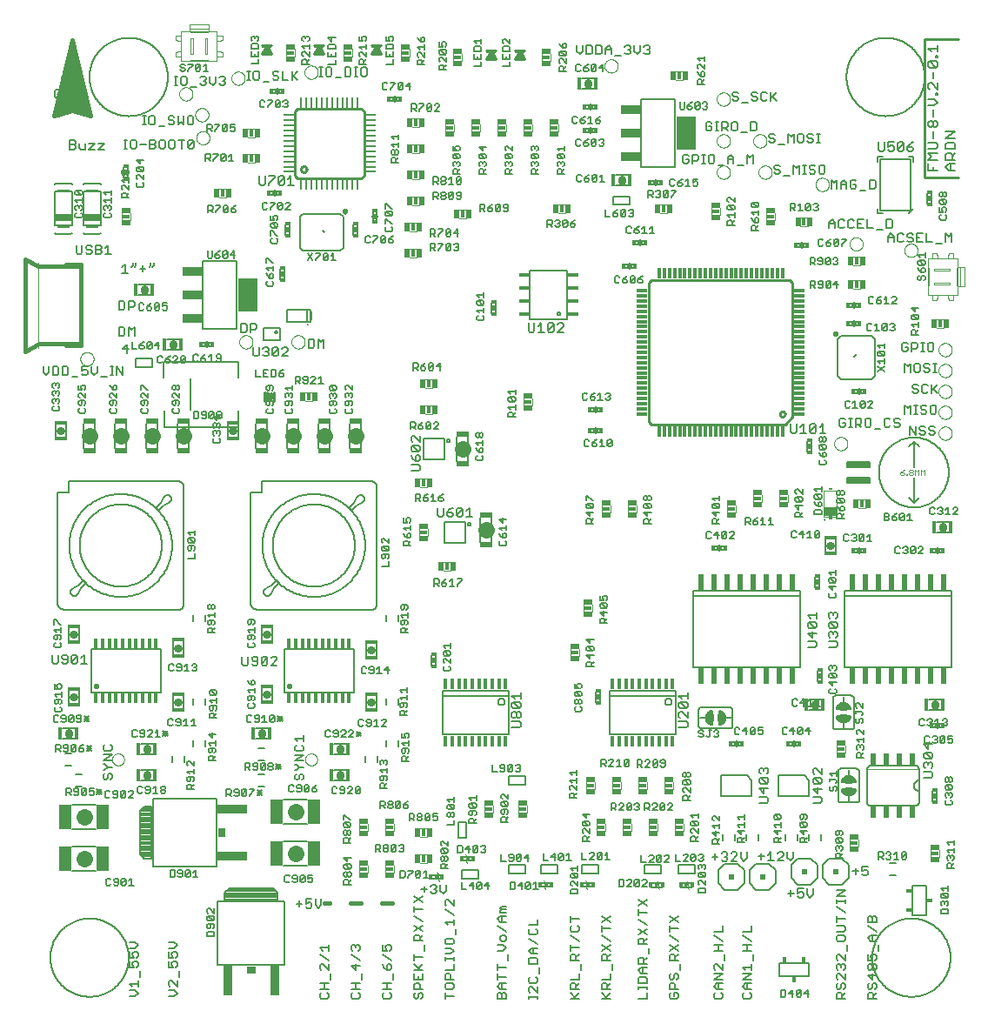
<source format=gbr>
G75*
%MOIN*%
%OFA0B0*%
%FSLAX25Y25*%
%IPPOS*%
%LPD*%
%AMOC8*
5,1,8,0,0,1.08239X$1,22.5*
%
%ADD10C,0.00600*%
%ADD11C,0.01600*%
%ADD12C,0.00700*%
%ADD13C,0.01000*%
%ADD14C,0.00394*%
%ADD15C,0.00800*%
%ADD16C,0.00500*%
%ADD17C,0.00200*%
%ADD18C,0.01969*%
%ADD19R,0.02400X0.01200*%
%ADD20R,0.01200X0.02400*%
%ADD21C,0.02953*%
%ADD22R,0.01575X0.04734*%
%ADD23C,0.06299*%
%ADD24R,0.05118X0.02362*%
%ADD25R,0.04724X0.09449*%
%ADD26R,0.04734X0.01575*%
%ADD27R,0.01800X0.02300*%
%ADD28R,0.02300X0.01800*%
%ADD29R,0.02000X0.04500*%
%ADD30R,0.01929X0.05984*%
%ADD31C,0.00400*%
%ADD32R,0.03740X0.01969*%
%ADD33R,0.03000X0.01800*%
%ADD34R,0.01969X0.03740*%
%ADD35R,0.01800X0.03000*%
%ADD36R,0.04133X0.01182*%
%ADD37R,0.04133X0.01181*%
%ADD38R,0.01182X0.04133*%
%ADD39R,0.01181X0.04133*%
%ADD40R,0.04000X0.01400*%
%ADD41C,0.00591*%
%ADD42R,0.00787X0.04134*%
%ADD43R,0.04134X0.00787*%
%ADD44C,0.02317*%
%ADD45R,0.01181X0.04398*%
%ADD46C,0.01181*%
%ADD47R,0.11400X0.03400*%
%ADD48R,0.03000X0.03400*%
%ADD49C,0.00787*%
%ADD50R,0.03400X0.11400*%
%ADD51R,0.03400X0.03000*%
%ADD52R,0.02000X0.02000*%
%ADD53R,0.01181X0.04213*%
%ADD54R,0.04921X0.03691*%
%ADD55R,0.01575X0.01181*%
%ADD56R,0.01575X0.00984*%
%ADD57C,0.00787*%
%ADD58R,0.05118X0.00591*%
%ADD59R,0.06693X0.02756*%
%ADD60R,0.07300X0.03400*%
%ADD61R,0.07300X0.12600*%
%ADD62R,0.00591X0.03543*%
%ADD63R,0.00394X0.02362*%
%ADD64R,0.00984X0.04331*%
%ADD65C,0.00000*%
%ADD66C,0.01200*%
D10*
X0041530Y0006900D02*
X0043799Y0006900D01*
X0044933Y0008034D01*
X0043799Y0009169D01*
X0041530Y0009169D01*
X0042664Y0010583D02*
X0041530Y0011717D01*
X0044933Y0011717D01*
X0044933Y0010583D02*
X0044933Y0012852D01*
X0045500Y0014266D02*
X0045500Y0016535D01*
X0044366Y0017949D02*
X0044933Y0018517D01*
X0044933Y0019651D01*
X0044366Y0020218D01*
X0043232Y0020218D01*
X0042664Y0019651D01*
X0042664Y0019084D01*
X0043232Y0017949D01*
X0041530Y0017949D01*
X0041530Y0020218D01*
X0041530Y0021633D02*
X0043232Y0021633D01*
X0042664Y0022767D01*
X0042664Y0023334D01*
X0043232Y0023901D01*
X0044366Y0023901D01*
X0044933Y0023334D01*
X0044933Y0022200D01*
X0044366Y0021633D01*
X0041530Y0021633D02*
X0041530Y0023901D01*
X0041530Y0025316D02*
X0043799Y0025316D01*
X0044933Y0026450D01*
X0043799Y0027584D01*
X0041530Y0027584D01*
X0056530Y0027584D02*
X0058799Y0027584D01*
X0059933Y0026450D01*
X0058799Y0025316D01*
X0056530Y0025316D01*
X0056530Y0023901D02*
X0056530Y0021633D01*
X0058232Y0021633D01*
X0057664Y0022767D01*
X0057664Y0023334D01*
X0058232Y0023901D01*
X0059366Y0023901D01*
X0059933Y0023334D01*
X0059933Y0022200D01*
X0059366Y0021633D01*
X0059366Y0020218D02*
X0059933Y0019651D01*
X0059933Y0018517D01*
X0059366Y0017949D01*
X0058232Y0017949D02*
X0057664Y0019084D01*
X0057664Y0019651D01*
X0058232Y0020218D01*
X0059366Y0020218D01*
X0058232Y0017949D02*
X0056530Y0017949D01*
X0056530Y0020218D01*
X0060500Y0016535D02*
X0060500Y0014266D01*
X0059933Y0012852D02*
X0059933Y0010583D01*
X0057664Y0012852D01*
X0057097Y0012852D01*
X0056530Y0012285D01*
X0056530Y0011150D01*
X0057097Y0010583D01*
X0056530Y0009169D02*
X0058799Y0009169D01*
X0059933Y0008034D01*
X0058799Y0006900D01*
X0056530Y0006900D01*
X0105484Y0042401D02*
X0107752Y0042401D01*
X0109167Y0042401D02*
X0110301Y0042969D01*
X0110868Y0042969D01*
X0111435Y0042401D01*
X0111435Y0041267D01*
X0110868Y0040700D01*
X0109734Y0040700D01*
X0109167Y0041267D01*
X0109167Y0042401D02*
X0109167Y0044103D01*
X0111435Y0044103D01*
X0112850Y0044103D02*
X0112850Y0041834D01*
X0113984Y0040700D01*
X0115119Y0041834D01*
X0115119Y0044103D01*
X0106618Y0043536D02*
X0106618Y0041267D01*
X0114530Y0025450D02*
X0117933Y0025450D01*
X0117933Y0024316D02*
X0117933Y0026584D01*
X0115664Y0024316D02*
X0114530Y0025450D01*
X0114530Y0022901D02*
X0117933Y0020633D01*
X0117933Y0019218D02*
X0117933Y0016949D01*
X0115664Y0019218D01*
X0115097Y0019218D01*
X0114530Y0018651D01*
X0114530Y0017517D01*
X0115097Y0016949D01*
X0118500Y0015535D02*
X0118500Y0013266D01*
X0117933Y0011852D02*
X0114530Y0011852D01*
X0116232Y0011852D02*
X0116232Y0009583D01*
X0117933Y0009583D02*
X0114530Y0009583D01*
X0115097Y0008169D02*
X0114530Y0007601D01*
X0114530Y0006467D01*
X0115097Y0005900D01*
X0117366Y0005900D01*
X0117933Y0006467D01*
X0117933Y0007601D01*
X0117366Y0008169D01*
X0126530Y0007601D02*
X0126530Y0006467D01*
X0127097Y0005900D01*
X0129366Y0005900D01*
X0129933Y0006467D01*
X0129933Y0007601D01*
X0129366Y0008169D01*
X0129933Y0009583D02*
X0126530Y0009583D01*
X0127097Y0008169D02*
X0126530Y0007601D01*
X0128232Y0009583D02*
X0128232Y0011852D01*
X0129933Y0011852D02*
X0126530Y0011852D01*
X0130500Y0013266D02*
X0130500Y0015535D01*
X0128232Y0016949D02*
X0128232Y0019218D01*
X0129933Y0018651D02*
X0126530Y0018651D01*
X0128232Y0016949D01*
X0129933Y0020633D02*
X0126530Y0022901D01*
X0127097Y0024316D02*
X0126530Y0024883D01*
X0126530Y0026017D01*
X0127097Y0026584D01*
X0127664Y0026584D01*
X0128232Y0026017D01*
X0128799Y0026584D01*
X0129366Y0026584D01*
X0129933Y0026017D01*
X0129933Y0024883D01*
X0129366Y0024316D01*
X0128232Y0025450D02*
X0128232Y0026017D01*
X0138530Y0026584D02*
X0138530Y0024316D01*
X0140232Y0024316D01*
X0139664Y0025450D01*
X0139664Y0026017D01*
X0140232Y0026584D01*
X0141366Y0026584D01*
X0141933Y0026017D01*
X0141933Y0024883D01*
X0141366Y0024316D01*
X0138530Y0022901D02*
X0141933Y0020633D01*
X0141366Y0019218D02*
X0140799Y0019218D01*
X0140232Y0018651D01*
X0140232Y0016949D01*
X0141366Y0016949D01*
X0141933Y0017517D01*
X0141933Y0018651D01*
X0141366Y0019218D01*
X0139097Y0018084D02*
X0140232Y0016949D01*
X0139097Y0018084D02*
X0138530Y0019218D01*
X0142500Y0015535D02*
X0142500Y0013266D01*
X0141933Y0011852D02*
X0138530Y0011852D01*
X0140232Y0011852D02*
X0140232Y0009583D01*
X0141933Y0009583D02*
X0138530Y0009583D01*
X0139097Y0008169D02*
X0138530Y0007601D01*
X0138530Y0006467D01*
X0139097Y0005900D01*
X0141366Y0005900D01*
X0141933Y0006467D01*
X0141933Y0007601D01*
X0141366Y0008169D01*
X0150630Y0007701D02*
X0150630Y0006567D01*
X0151197Y0006000D01*
X0151764Y0006000D01*
X0152332Y0006567D01*
X0152332Y0007701D01*
X0152899Y0008269D01*
X0153466Y0008269D01*
X0154033Y0007701D01*
X0154033Y0006567D01*
X0153466Y0006000D01*
X0151197Y0008269D02*
X0150630Y0007701D01*
X0150630Y0009683D02*
X0150630Y0011385D01*
X0151197Y0011952D01*
X0152332Y0011952D01*
X0152899Y0011385D01*
X0152899Y0009683D01*
X0154033Y0009683D02*
X0150630Y0009683D01*
X0150630Y0013366D02*
X0154033Y0013366D01*
X0154033Y0015635D01*
X0154033Y0017049D02*
X0150630Y0017049D01*
X0150630Y0015635D02*
X0150630Y0013366D01*
X0152332Y0013366D02*
X0152332Y0014501D01*
X0152899Y0017049D02*
X0150630Y0019318D01*
X0150630Y0020733D02*
X0150630Y0023001D01*
X0150630Y0021867D02*
X0154033Y0021867D01*
X0154033Y0019318D02*
X0152332Y0017617D01*
X0154600Y0024416D02*
X0154600Y0026684D01*
X0154033Y0028099D02*
X0150630Y0028099D01*
X0150630Y0029800D01*
X0151197Y0030367D01*
X0152332Y0030367D01*
X0152899Y0029800D01*
X0152899Y0028099D01*
X0152899Y0029233D02*
X0154033Y0030367D01*
X0154033Y0031782D02*
X0150630Y0034051D01*
X0150630Y0031782D02*
X0154033Y0034051D01*
X0154033Y0035465D02*
X0150630Y0037734D01*
X0150630Y0039148D02*
X0150630Y0041417D01*
X0150630Y0040283D02*
X0154033Y0040283D01*
X0154033Y0042831D02*
X0150630Y0045100D01*
X0150630Y0042831D02*
X0154033Y0045100D01*
X0154518Y0046767D02*
X0154518Y0049036D01*
X0153384Y0047901D02*
X0155652Y0047901D01*
X0157067Y0046767D02*
X0157634Y0046200D01*
X0158768Y0046200D01*
X0159335Y0046767D01*
X0159335Y0047334D01*
X0158768Y0047901D01*
X0158201Y0047901D01*
X0158768Y0047901D02*
X0159335Y0048469D01*
X0159335Y0049036D01*
X0158768Y0049603D01*
X0157634Y0049603D01*
X0157067Y0049036D01*
X0158933Y0052000D02*
X0158933Y0052600D01*
X0159533Y0052600D01*
X0158933Y0053200D01*
X0158933Y0052600D01*
X0159533Y0052600D02*
X0158933Y0052000D01*
X0160750Y0049603D02*
X0160750Y0047334D01*
X0161884Y0046200D01*
X0163019Y0047334D01*
X0163019Y0049603D01*
X0163097Y0043772D02*
X0162530Y0043205D01*
X0162530Y0042071D01*
X0163097Y0041504D01*
X0162530Y0040089D02*
X0165933Y0037821D01*
X0165933Y0036406D02*
X0165933Y0034137D01*
X0165933Y0035272D02*
X0162530Y0035272D01*
X0163664Y0034137D01*
X0166500Y0032723D02*
X0166500Y0030454D01*
X0165366Y0029040D02*
X0163097Y0029040D01*
X0162530Y0028473D01*
X0162530Y0027338D01*
X0163097Y0026771D01*
X0165366Y0026771D01*
X0165933Y0027338D01*
X0165933Y0028473D01*
X0165366Y0029040D01*
X0164799Y0025357D02*
X0162530Y0025357D01*
X0164799Y0025357D02*
X0165933Y0024222D01*
X0164799Y0023088D01*
X0162530Y0023088D01*
X0162530Y0021767D02*
X0162530Y0020633D01*
X0162530Y0021200D02*
X0165933Y0021200D01*
X0165933Y0020633D02*
X0165933Y0021767D01*
X0165933Y0019218D02*
X0165933Y0016949D01*
X0162530Y0016949D01*
X0163097Y0015535D02*
X0164232Y0015535D01*
X0164799Y0014968D01*
X0164799Y0013266D01*
X0165933Y0013266D02*
X0162530Y0013266D01*
X0162530Y0014968D01*
X0163097Y0015535D01*
X0163097Y0011852D02*
X0162530Y0011285D01*
X0162530Y0010150D01*
X0163097Y0009583D01*
X0165366Y0009583D01*
X0165933Y0010150D01*
X0165933Y0011285D01*
X0165366Y0011852D01*
X0163097Y0011852D01*
X0162530Y0008169D02*
X0162530Y0005900D01*
X0162530Y0007034D02*
X0165933Y0007034D01*
X0182530Y0007601D02*
X0183097Y0008169D01*
X0183664Y0008169D01*
X0184232Y0007601D01*
X0184232Y0005900D01*
X0185933Y0005900D02*
X0182530Y0005900D01*
X0182530Y0007601D01*
X0184232Y0007601D02*
X0184799Y0008169D01*
X0185366Y0008169D01*
X0185933Y0007601D01*
X0185933Y0005900D01*
X0185933Y0009583D02*
X0183664Y0009583D01*
X0182530Y0010717D01*
X0183664Y0011852D01*
X0185933Y0011852D01*
X0184232Y0011852D02*
X0184232Y0009583D01*
X0182530Y0013266D02*
X0182530Y0015535D01*
X0182530Y0014401D02*
X0185933Y0014401D01*
X0185933Y0018084D02*
X0182530Y0018084D01*
X0182530Y0019218D02*
X0182530Y0016949D01*
X0186500Y0020633D02*
X0186500Y0022901D01*
X0184799Y0024316D02*
X0185933Y0025450D01*
X0184799Y0026584D01*
X0182530Y0026584D01*
X0184232Y0027999D02*
X0185366Y0027999D01*
X0185933Y0028566D01*
X0185933Y0029700D01*
X0185366Y0030267D01*
X0184232Y0030267D01*
X0183664Y0029700D01*
X0183664Y0028566D01*
X0184232Y0027999D01*
X0184799Y0024316D02*
X0182530Y0024316D01*
X0185933Y0031682D02*
X0182530Y0033951D01*
X0183664Y0035365D02*
X0182530Y0036499D01*
X0183664Y0037634D01*
X0185933Y0037634D01*
X0185933Y0039048D02*
X0183664Y0039048D01*
X0183664Y0039615D01*
X0184232Y0040183D01*
X0183664Y0040750D01*
X0184232Y0041317D01*
X0185933Y0041317D01*
X0185933Y0040183D02*
X0184232Y0040183D01*
X0184232Y0037634D02*
X0184232Y0035365D01*
X0183664Y0035365D02*
X0185933Y0035365D01*
X0194530Y0034137D02*
X0197933Y0034137D01*
X0197933Y0036406D01*
X0197366Y0032723D02*
X0197933Y0032156D01*
X0197933Y0031021D01*
X0197366Y0030454D01*
X0195097Y0030454D01*
X0194530Y0031021D01*
X0194530Y0032156D01*
X0195097Y0032723D01*
X0194530Y0029040D02*
X0197933Y0026771D01*
X0197933Y0025357D02*
X0195664Y0025357D01*
X0194530Y0024222D01*
X0195664Y0023088D01*
X0197933Y0023088D01*
X0197366Y0021673D02*
X0195097Y0021673D01*
X0194530Y0021106D01*
X0194530Y0019405D01*
X0197933Y0019405D01*
X0197933Y0021106D01*
X0197366Y0021673D01*
X0196232Y0023088D02*
X0196232Y0025357D01*
X0198500Y0017990D02*
X0198500Y0015722D01*
X0197366Y0014307D02*
X0197933Y0013740D01*
X0197933Y0012606D01*
X0197366Y0012039D01*
X0195097Y0012039D01*
X0194530Y0012606D01*
X0194530Y0013740D01*
X0195097Y0014307D01*
X0195097Y0010624D02*
X0194530Y0010057D01*
X0194530Y0008923D01*
X0195097Y0008355D01*
X0194530Y0007034D02*
X0194530Y0005900D01*
X0194530Y0006467D02*
X0197933Y0006467D01*
X0197933Y0005900D02*
X0197933Y0007034D01*
X0197933Y0008355D02*
X0195664Y0010624D01*
X0195097Y0010624D01*
X0197933Y0010624D02*
X0197933Y0008355D01*
X0210530Y0008169D02*
X0212799Y0005900D01*
X0212232Y0006467D02*
X0213933Y0008169D01*
X0213933Y0009583D02*
X0210530Y0009583D01*
X0210530Y0011285D01*
X0211097Y0011852D01*
X0212232Y0011852D01*
X0212799Y0011285D01*
X0212799Y0009583D01*
X0212799Y0010717D02*
X0213933Y0011852D01*
X0213933Y0013266D02*
X0210530Y0013266D01*
X0213933Y0013266D02*
X0213933Y0015535D01*
X0214500Y0016949D02*
X0214500Y0019218D01*
X0213933Y0020633D02*
X0210530Y0020633D01*
X0210530Y0022334D01*
X0211097Y0022901D01*
X0212232Y0022901D01*
X0212799Y0022334D01*
X0212799Y0020633D01*
X0212799Y0021767D02*
X0213933Y0022901D01*
X0213933Y0025450D02*
X0210530Y0025450D01*
X0210530Y0024316D02*
X0210530Y0026584D01*
X0210530Y0030267D02*
X0213933Y0027999D01*
X0213366Y0031682D02*
X0213933Y0032249D01*
X0213933Y0033383D01*
X0213366Y0033951D01*
X0211097Y0033951D02*
X0210530Y0033383D01*
X0210530Y0032249D01*
X0211097Y0031682D01*
X0213366Y0031682D01*
X0210530Y0035365D02*
X0210530Y0037634D01*
X0210530Y0036499D02*
X0213933Y0036499D01*
X0222530Y0035365D02*
X0225933Y0037634D01*
X0225933Y0035365D02*
X0222530Y0037634D01*
X0222530Y0033951D02*
X0222530Y0031682D01*
X0222530Y0032816D02*
X0225933Y0032816D01*
X0222530Y0030267D02*
X0225933Y0027999D01*
X0225933Y0026584D02*
X0222530Y0024316D01*
X0223097Y0022901D02*
X0222530Y0022334D01*
X0222530Y0020633D01*
X0225933Y0020633D01*
X0224799Y0020633D02*
X0224799Y0022334D01*
X0224232Y0022901D01*
X0223097Y0022901D01*
X0224799Y0021767D02*
X0225933Y0022901D01*
X0225933Y0024316D02*
X0222530Y0026584D01*
X0226500Y0019218D02*
X0226500Y0016949D01*
X0225933Y0015535D02*
X0225933Y0013266D01*
X0222530Y0013266D01*
X0223097Y0011852D02*
X0222530Y0011285D01*
X0222530Y0009583D01*
X0225933Y0009583D01*
X0224799Y0009583D02*
X0224799Y0011285D01*
X0224232Y0011852D01*
X0223097Y0011852D01*
X0224799Y0010717D02*
X0225933Y0011852D01*
X0225933Y0008169D02*
X0224232Y0006467D01*
X0224799Y0005900D02*
X0222530Y0008169D01*
X0222530Y0005900D02*
X0225933Y0005900D01*
X0236530Y0005900D02*
X0239933Y0005900D01*
X0239933Y0008169D01*
X0239933Y0009583D02*
X0239933Y0010717D01*
X0239933Y0010150D02*
X0236530Y0010150D01*
X0236530Y0009583D02*
X0236530Y0010717D01*
X0236530Y0012039D02*
X0236530Y0013740D01*
X0237097Y0014307D01*
X0239366Y0014307D01*
X0239933Y0013740D01*
X0239933Y0012039D01*
X0236530Y0012039D01*
X0237664Y0015722D02*
X0236530Y0016856D01*
X0237664Y0017990D01*
X0239933Y0017990D01*
X0239933Y0019405D02*
X0236530Y0019405D01*
X0236530Y0021106D01*
X0237097Y0021673D01*
X0238232Y0021673D01*
X0238799Y0021106D01*
X0238799Y0019405D01*
X0238799Y0020539D02*
X0239933Y0021673D01*
X0240500Y0023088D02*
X0240500Y0025357D01*
X0239933Y0026771D02*
X0236530Y0026771D01*
X0236530Y0028473D01*
X0237097Y0029040D01*
X0238232Y0029040D01*
X0238799Y0028473D01*
X0238799Y0026771D01*
X0238799Y0027905D02*
X0239933Y0029040D01*
X0239933Y0030454D02*
X0236530Y0032723D01*
X0236530Y0030454D02*
X0239933Y0032723D01*
X0239933Y0034137D02*
X0236530Y0036406D01*
X0236530Y0037821D02*
X0236530Y0040089D01*
X0236530Y0038955D02*
X0239933Y0038955D01*
X0239933Y0041504D02*
X0236530Y0043772D01*
X0236530Y0041504D02*
X0239933Y0043772D01*
X0243333Y0048900D02*
X0243333Y0049500D01*
X0243933Y0049500D01*
X0243333Y0050100D01*
X0243333Y0049500D01*
X0243933Y0049500D02*
X0243333Y0048900D01*
X0254733Y0048900D02*
X0254733Y0049500D01*
X0255333Y0049500D01*
X0254733Y0050100D01*
X0254733Y0049500D01*
X0255333Y0049500D02*
X0254733Y0048900D01*
X0251933Y0037634D02*
X0248530Y0035365D01*
X0248530Y0033951D02*
X0248530Y0031682D01*
X0248530Y0032816D02*
X0251933Y0032816D01*
X0251933Y0035365D02*
X0248530Y0037634D01*
X0248530Y0030267D02*
X0251933Y0027999D01*
X0251933Y0026584D02*
X0248530Y0024316D01*
X0249097Y0022901D02*
X0250232Y0022901D01*
X0250799Y0022334D01*
X0250799Y0020633D01*
X0250799Y0021767D02*
X0251933Y0022901D01*
X0251933Y0024316D02*
X0248530Y0026584D01*
X0249097Y0022901D02*
X0248530Y0022334D01*
X0248530Y0020633D01*
X0251933Y0020633D01*
X0252500Y0019218D02*
X0252500Y0016949D01*
X0251366Y0015535D02*
X0251933Y0014968D01*
X0251933Y0013833D01*
X0251366Y0013266D01*
X0250232Y0013833D02*
X0250232Y0014968D01*
X0250799Y0015535D01*
X0251366Y0015535D01*
X0250232Y0013833D02*
X0249664Y0013266D01*
X0249097Y0013266D01*
X0248530Y0013833D01*
X0248530Y0014968D01*
X0249097Y0015535D01*
X0249097Y0011852D02*
X0250232Y0011852D01*
X0250799Y0011285D01*
X0250799Y0009583D01*
X0251933Y0009583D02*
X0248530Y0009583D01*
X0248530Y0011285D01*
X0249097Y0011852D01*
X0249097Y0008169D02*
X0248530Y0007601D01*
X0248530Y0006467D01*
X0249097Y0005900D01*
X0251366Y0005900D01*
X0251933Y0006467D01*
X0251933Y0007601D01*
X0251366Y0008169D01*
X0250232Y0008169D01*
X0250232Y0007034D01*
X0239933Y0015722D02*
X0237664Y0015722D01*
X0238232Y0015722D02*
X0238232Y0017990D01*
X0213933Y0005900D02*
X0210530Y0005900D01*
X0217533Y0049000D02*
X0217533Y0049600D01*
X0216933Y0049600D01*
X0217533Y0049000D01*
X0217533Y0049600D02*
X0217533Y0050200D01*
X0216933Y0049600D01*
X0201533Y0049600D02*
X0200933Y0049600D01*
X0201533Y0049000D01*
X0201533Y0049600D01*
X0201533Y0050200D01*
X0200933Y0049600D01*
X0171533Y0059000D02*
X0171533Y0059600D01*
X0170933Y0059600D01*
X0171533Y0059000D01*
X0171533Y0059600D02*
X0171533Y0060200D01*
X0170933Y0059600D01*
X0165933Y0043772D02*
X0165933Y0041504D01*
X0163664Y0043772D01*
X0163097Y0043772D01*
X0136595Y0096419D02*
X0136595Y0098781D01*
X0131871Y0098781D02*
X0131871Y0096419D01*
X0139871Y0102419D02*
X0139871Y0104781D01*
X0144595Y0104781D02*
X0144595Y0102419D01*
X0144595Y0118419D02*
X0144595Y0120781D01*
X0139871Y0120781D02*
X0139871Y0118419D01*
X0127676Y0123203D02*
X0127676Y0139997D01*
X0100888Y0139997D01*
X0100888Y0123203D01*
X0127676Y0123203D01*
X0108317Y0106754D02*
X0108317Y0104485D01*
X0108317Y0105620D02*
X0104914Y0105620D01*
X0106049Y0104485D01*
X0105482Y0103071D02*
X0104914Y0102504D01*
X0104914Y0101369D01*
X0105482Y0100802D01*
X0107750Y0100802D01*
X0108317Y0101369D01*
X0108317Y0102504D01*
X0107750Y0103071D01*
X0108317Y0099388D02*
X0104914Y0099388D01*
X0104914Y0097119D02*
X0108317Y0099388D01*
X0108317Y0097119D02*
X0104914Y0097119D01*
X0104914Y0095705D02*
X0105482Y0095705D01*
X0106616Y0094570D01*
X0108317Y0094570D01*
X0106616Y0094570D02*
X0105482Y0093436D01*
X0104914Y0093436D01*
X0105482Y0092021D02*
X0104914Y0091454D01*
X0104914Y0090320D01*
X0105482Y0089753D01*
X0106049Y0089753D01*
X0106616Y0090320D01*
X0106616Y0091454D01*
X0107183Y0092021D01*
X0107750Y0092021D01*
X0108317Y0091454D01*
X0108317Y0090320D01*
X0107750Y0089753D01*
X0093414Y0091962D02*
X0091052Y0091962D01*
X0091052Y0097238D02*
X0093414Y0097238D01*
X0093414Y0101962D02*
X0091052Y0101962D01*
X0091052Y0087238D02*
X0093414Y0087238D01*
X0070595Y0102419D02*
X0070595Y0104781D01*
X0065871Y0104781D02*
X0065871Y0102419D01*
X0062595Y0098781D02*
X0062595Y0096419D01*
X0057871Y0096419D02*
X0057871Y0098781D01*
X0065871Y0118419D02*
X0065871Y0120781D01*
X0070595Y0120781D02*
X0070595Y0118419D01*
X0085368Y0133678D02*
X0084800Y0134245D01*
X0084800Y0137081D01*
X0087069Y0137081D02*
X0087069Y0134245D01*
X0086502Y0133678D01*
X0085368Y0133678D01*
X0088484Y0134245D02*
X0089051Y0133678D01*
X0090185Y0133678D01*
X0090752Y0134245D01*
X0090752Y0136514D01*
X0090185Y0137081D01*
X0089051Y0137081D01*
X0088484Y0136514D01*
X0088484Y0135947D01*
X0089051Y0135379D01*
X0090752Y0135379D01*
X0092167Y0134245D02*
X0094435Y0136514D01*
X0094435Y0134245D01*
X0093868Y0133678D01*
X0092734Y0133678D01*
X0092167Y0134245D01*
X0092167Y0136514D01*
X0092734Y0137081D01*
X0093868Y0137081D01*
X0094435Y0136514D01*
X0095850Y0136514D02*
X0096417Y0137081D01*
X0097551Y0137081D01*
X0098119Y0136514D01*
X0098119Y0135947D01*
X0095850Y0133678D01*
X0098119Y0133678D01*
X0070595Y0150419D02*
X0070595Y0152781D01*
X0065871Y0152781D02*
X0065871Y0150419D01*
X0053676Y0139997D02*
X0026888Y0139997D01*
X0026888Y0123203D01*
X0053676Y0123203D01*
X0053676Y0139997D01*
X0025351Y0134322D02*
X0023083Y0134322D01*
X0024217Y0134322D02*
X0024217Y0137725D01*
X0023083Y0136591D01*
X0021668Y0137158D02*
X0019399Y0134889D01*
X0019967Y0134322D01*
X0021101Y0134322D01*
X0021668Y0134889D01*
X0021668Y0137158D01*
X0021101Y0137725D01*
X0019967Y0137725D01*
X0019399Y0137158D01*
X0019399Y0134889D01*
X0017985Y0134889D02*
X0017985Y0137158D01*
X0017418Y0137725D01*
X0016283Y0137725D01*
X0015716Y0137158D01*
X0015716Y0136591D01*
X0016283Y0136023D01*
X0017985Y0136023D01*
X0017985Y0134889D02*
X0017418Y0134322D01*
X0016283Y0134322D01*
X0015716Y0134889D01*
X0014302Y0134889D02*
X0014302Y0137725D01*
X0012033Y0137725D02*
X0012033Y0134889D01*
X0012600Y0134322D01*
X0013735Y0134322D01*
X0014302Y0134889D01*
X0017052Y0099962D02*
X0019414Y0099962D01*
X0019414Y0095238D02*
X0017052Y0095238D01*
X0021052Y0091962D02*
X0023414Y0091962D01*
X0023414Y0087238D02*
X0021052Y0087238D01*
X0031514Y0090420D02*
X0032082Y0089853D01*
X0032649Y0089853D01*
X0033216Y0090420D01*
X0033216Y0091554D01*
X0033783Y0092121D01*
X0034350Y0092121D01*
X0034917Y0091554D01*
X0034917Y0090420D01*
X0034350Y0089853D01*
X0031514Y0090420D02*
X0031514Y0091554D01*
X0032082Y0092121D01*
X0032082Y0093536D02*
X0033216Y0094670D01*
X0034917Y0094670D01*
X0033216Y0094670D02*
X0032082Y0095805D01*
X0031514Y0095805D01*
X0031514Y0097219D02*
X0034917Y0099488D01*
X0031514Y0099488D01*
X0032082Y0100902D02*
X0034350Y0100902D01*
X0034917Y0101469D01*
X0034917Y0102604D01*
X0034350Y0103171D01*
X0032082Y0103171D02*
X0031514Y0102604D01*
X0031514Y0101469D01*
X0032082Y0100902D01*
X0031514Y0097219D02*
X0034917Y0097219D01*
X0032082Y0093536D02*
X0031514Y0093536D01*
X0139871Y0150419D02*
X0139871Y0152781D01*
X0144595Y0152781D02*
X0144595Y0150419D01*
X0160200Y0190600D02*
X0161335Y0190600D01*
X0161902Y0191167D01*
X0161902Y0194003D01*
X0163316Y0192301D02*
X0165018Y0192301D01*
X0165585Y0191734D01*
X0165585Y0191167D01*
X0165018Y0190600D01*
X0163883Y0190600D01*
X0163316Y0191167D01*
X0163316Y0192301D01*
X0164451Y0193436D01*
X0165585Y0194003D01*
X0166999Y0193436D02*
X0167567Y0194003D01*
X0168701Y0194003D01*
X0169268Y0193436D01*
X0166999Y0191167D01*
X0167567Y0190600D01*
X0168701Y0190600D01*
X0169268Y0191167D01*
X0169268Y0193436D01*
X0170683Y0192869D02*
X0171817Y0194003D01*
X0171817Y0190600D01*
X0170683Y0190600D02*
X0172951Y0190600D01*
X0166999Y0191167D02*
X0166999Y0193436D01*
X0160200Y0190600D02*
X0159633Y0191167D01*
X0159633Y0194003D01*
X0152366Y0208167D02*
X0149530Y0208167D01*
X0149530Y0210436D02*
X0152366Y0210436D01*
X0152933Y0209869D01*
X0152933Y0208735D01*
X0152366Y0208167D01*
X0152366Y0211851D02*
X0151232Y0211851D01*
X0151232Y0213552D01*
X0151799Y0214119D01*
X0152366Y0214119D01*
X0152933Y0213552D01*
X0152933Y0212418D01*
X0152366Y0211851D01*
X0151232Y0211851D02*
X0150097Y0212985D01*
X0149530Y0214119D01*
X0150097Y0215534D02*
X0149530Y0216101D01*
X0149530Y0217235D01*
X0150097Y0217802D01*
X0152366Y0215534D01*
X0152933Y0216101D01*
X0152933Y0217235D01*
X0152366Y0217802D01*
X0150097Y0217802D01*
X0150097Y0219217D02*
X0149530Y0219784D01*
X0149530Y0220918D01*
X0150097Y0221485D01*
X0150664Y0221485D01*
X0152933Y0219217D01*
X0152933Y0221485D01*
X0152366Y0215534D02*
X0150097Y0215534D01*
X0116138Y0255316D02*
X0116138Y0258719D01*
X0115003Y0257584D01*
X0113869Y0258719D01*
X0113869Y0255316D01*
X0112454Y0255883D02*
X0112454Y0258152D01*
X0111887Y0258719D01*
X0110186Y0258719D01*
X0110186Y0255316D01*
X0111887Y0255316D01*
X0112454Y0255883D01*
X0102289Y0254973D02*
X0102289Y0254406D01*
X0100020Y0252137D01*
X0102289Y0252137D01*
X0102289Y0254973D02*
X0101722Y0255540D01*
X0100587Y0255540D01*
X0100020Y0254973D01*
X0098606Y0254973D02*
X0096337Y0252704D01*
X0096904Y0252137D01*
X0098039Y0252137D01*
X0098606Y0252704D01*
X0098606Y0254973D01*
X0098039Y0255540D01*
X0096904Y0255540D01*
X0096337Y0254973D01*
X0096337Y0252704D01*
X0094923Y0252704D02*
X0094355Y0252137D01*
X0093221Y0252137D01*
X0092654Y0252704D01*
X0091239Y0252704D02*
X0091239Y0255540D01*
X0092654Y0254973D02*
X0093221Y0255540D01*
X0094355Y0255540D01*
X0094923Y0254973D01*
X0094923Y0254406D01*
X0094355Y0253838D01*
X0094923Y0253271D01*
X0094923Y0252704D01*
X0094355Y0253838D02*
X0093788Y0253838D01*
X0091239Y0252704D02*
X0090672Y0252137D01*
X0089538Y0252137D01*
X0088971Y0252704D01*
X0088971Y0255540D01*
X0087969Y0261216D02*
X0087969Y0264619D01*
X0089670Y0264619D01*
X0090238Y0264052D01*
X0090238Y0262917D01*
X0089670Y0262350D01*
X0087969Y0262350D01*
X0086554Y0261783D02*
X0086554Y0264052D01*
X0085987Y0264619D01*
X0084286Y0264619D01*
X0084286Y0261216D01*
X0085987Y0261216D01*
X0086554Y0261783D01*
X0094333Y0238100D02*
X0096133Y0236600D01*
X0094333Y0235100D01*
X0094333Y0238100D01*
X0094333Y0238012D02*
X0094439Y0238012D01*
X0094333Y0237413D02*
X0095157Y0237413D01*
X0095875Y0236815D02*
X0094333Y0236815D01*
X0094333Y0236216D02*
X0095673Y0236216D01*
X0094955Y0235618D02*
X0094333Y0235618D01*
X0096133Y0235100D02*
X0096133Y0238100D01*
X0050303Y0286269D02*
X0050870Y0286836D01*
X0050870Y0287970D01*
X0049736Y0287970D02*
X0049736Y0286836D01*
X0049169Y0286269D01*
X0047754Y0285701D02*
X0045485Y0285701D01*
X0046620Y0284567D02*
X0046620Y0286836D01*
X0044118Y0286836D02*
X0043551Y0286269D01*
X0044118Y0286836D02*
X0044118Y0287970D01*
X0042983Y0287970D02*
X0042983Y0286836D01*
X0042416Y0286269D01*
X0041002Y0284000D02*
X0038733Y0284000D01*
X0039867Y0284000D02*
X0039867Y0287403D01*
X0038733Y0286269D01*
X0034520Y0291223D02*
X0032252Y0291223D01*
X0033386Y0291223D02*
X0033386Y0294626D01*
X0032252Y0293491D01*
X0030837Y0293491D02*
X0030270Y0292924D01*
X0028569Y0292924D01*
X0027154Y0292357D02*
X0027154Y0291790D01*
X0026587Y0291223D01*
X0025453Y0291223D01*
X0024886Y0291790D01*
X0025453Y0292924D02*
X0026587Y0292924D01*
X0027154Y0292357D01*
X0027154Y0294059D02*
X0026587Y0294626D01*
X0025453Y0294626D01*
X0024886Y0294059D01*
X0024886Y0293491D01*
X0025453Y0292924D01*
X0023471Y0291790D02*
X0023471Y0294626D01*
X0021202Y0294626D02*
X0021202Y0291790D01*
X0021770Y0291223D01*
X0022904Y0291223D01*
X0023471Y0291790D01*
X0028569Y0291223D02*
X0030270Y0291223D01*
X0030837Y0291790D01*
X0030837Y0292357D01*
X0030270Y0292924D01*
X0030837Y0293491D02*
X0030837Y0294059D01*
X0030270Y0294626D01*
X0028569Y0294626D01*
X0028569Y0291223D01*
X0037533Y0273303D02*
X0039235Y0273303D01*
X0039802Y0272736D01*
X0039802Y0270467D01*
X0039235Y0269900D01*
X0037533Y0269900D01*
X0037533Y0273303D01*
X0041216Y0273303D02*
X0041216Y0269900D01*
X0041216Y0271034D02*
X0042918Y0271034D01*
X0043485Y0271601D01*
X0043485Y0272736D01*
X0042918Y0273303D01*
X0041216Y0273303D01*
X0041216Y0263303D02*
X0042351Y0262169D01*
X0043485Y0263303D01*
X0043485Y0259900D01*
X0041216Y0259900D02*
X0041216Y0263303D01*
X0039802Y0262736D02*
X0039235Y0263303D01*
X0037533Y0263303D01*
X0037533Y0259900D01*
X0039235Y0259900D01*
X0039802Y0260467D01*
X0039802Y0262736D01*
X0040735Y0256703D02*
X0039033Y0255001D01*
X0041302Y0255001D01*
X0040735Y0253300D02*
X0040735Y0256703D01*
X0038992Y0248219D02*
X0038992Y0244816D01*
X0036723Y0248219D01*
X0036723Y0244816D01*
X0035402Y0244816D02*
X0034268Y0244816D01*
X0034835Y0244816D02*
X0034835Y0248219D01*
X0034268Y0248219D02*
X0035402Y0248219D01*
X0032853Y0244249D02*
X0030585Y0244249D01*
X0029170Y0245950D02*
X0029170Y0248219D01*
X0026902Y0248219D02*
X0026902Y0245950D01*
X0028036Y0244816D01*
X0029170Y0245950D01*
X0025487Y0245383D02*
X0024920Y0244816D01*
X0023786Y0244816D01*
X0023218Y0245383D01*
X0023218Y0246517D02*
X0024353Y0247084D01*
X0024920Y0247084D01*
X0025487Y0246517D01*
X0025487Y0245383D01*
X0023218Y0246517D02*
X0023218Y0248219D01*
X0025487Y0248219D01*
X0021804Y0244249D02*
X0019535Y0244249D01*
X0018121Y0245383D02*
X0018121Y0247652D01*
X0017554Y0248219D01*
X0015852Y0248219D01*
X0015852Y0244816D01*
X0017554Y0244816D01*
X0018121Y0245383D01*
X0014438Y0245383D02*
X0014438Y0247652D01*
X0013870Y0248219D01*
X0012169Y0248219D01*
X0012169Y0244816D01*
X0013870Y0244816D01*
X0014438Y0245383D01*
X0010754Y0245950D02*
X0010754Y0248219D01*
X0008486Y0248219D02*
X0008486Y0245950D01*
X0009620Y0244816D01*
X0010754Y0245950D01*
X0018733Y0331400D02*
X0020435Y0331400D01*
X0021002Y0331967D01*
X0021002Y0332534D01*
X0020435Y0333101D01*
X0018733Y0333101D01*
X0018733Y0331400D02*
X0018733Y0334803D01*
X0020435Y0334803D01*
X0021002Y0334236D01*
X0021002Y0333669D01*
X0020435Y0333101D01*
X0022416Y0333669D02*
X0022416Y0331967D01*
X0022983Y0331400D01*
X0024685Y0331400D01*
X0024685Y0333669D01*
X0026099Y0333669D02*
X0028368Y0333669D01*
X0026099Y0331400D01*
X0028368Y0331400D01*
X0029783Y0331400D02*
X0032051Y0331400D01*
X0029783Y0331400D02*
X0032051Y0333669D01*
X0029783Y0333669D01*
X0039486Y0335019D02*
X0040620Y0335019D01*
X0040053Y0335019D02*
X0040053Y0331616D01*
X0039486Y0331616D02*
X0040620Y0331616D01*
X0041941Y0332183D02*
X0042508Y0331616D01*
X0043643Y0331616D01*
X0044210Y0332183D01*
X0044210Y0334452D01*
X0043643Y0335019D01*
X0042508Y0335019D01*
X0041941Y0334452D01*
X0041941Y0332183D01*
X0045624Y0333317D02*
X0047893Y0333317D01*
X0049308Y0333317D02*
X0051009Y0333317D01*
X0051576Y0332750D01*
X0051576Y0332183D01*
X0051009Y0331616D01*
X0049308Y0331616D01*
X0049308Y0335019D01*
X0051009Y0335019D01*
X0051576Y0334452D01*
X0051576Y0333884D01*
X0051009Y0333317D01*
X0052991Y0332183D02*
X0053558Y0331616D01*
X0054692Y0331616D01*
X0055259Y0332183D01*
X0055259Y0334452D01*
X0054692Y0335019D01*
X0053558Y0335019D01*
X0052991Y0334452D01*
X0052991Y0332183D01*
X0056674Y0332183D02*
X0057241Y0331616D01*
X0058375Y0331616D01*
X0058942Y0332183D01*
X0058942Y0334452D01*
X0058375Y0335019D01*
X0057241Y0335019D01*
X0056674Y0334452D01*
X0056674Y0332183D01*
X0060357Y0335019D02*
X0062626Y0335019D01*
X0061491Y0335019D02*
X0061491Y0331616D01*
X0064040Y0332183D02*
X0066309Y0334452D01*
X0066309Y0332183D01*
X0065742Y0331616D01*
X0064607Y0331616D01*
X0064040Y0332183D01*
X0064040Y0334452D01*
X0064607Y0335019D01*
X0065742Y0335019D01*
X0066309Y0334452D01*
X0065575Y0340816D02*
X0066142Y0341383D01*
X0066142Y0343652D01*
X0065575Y0344219D01*
X0064441Y0344219D01*
X0063874Y0343652D01*
X0063874Y0341383D01*
X0064441Y0340816D01*
X0065575Y0340816D01*
X0062459Y0340816D02*
X0062459Y0344219D01*
X0060191Y0344219D02*
X0060191Y0340816D01*
X0061325Y0341950D01*
X0062459Y0340816D01*
X0058776Y0341383D02*
X0058209Y0340816D01*
X0057075Y0340816D01*
X0056508Y0341383D01*
X0057075Y0342517D02*
X0058209Y0342517D01*
X0058776Y0341950D01*
X0058776Y0341383D01*
X0057075Y0342517D02*
X0056508Y0343084D01*
X0056508Y0343652D01*
X0057075Y0344219D01*
X0058209Y0344219D01*
X0058776Y0343652D01*
X0055093Y0340249D02*
X0052824Y0340249D01*
X0051410Y0341383D02*
X0051410Y0343652D01*
X0050843Y0344219D01*
X0049708Y0344219D01*
X0049141Y0343652D01*
X0049141Y0341383D01*
X0049708Y0340816D01*
X0050843Y0340816D01*
X0051410Y0341383D01*
X0047820Y0340816D02*
X0046686Y0340816D01*
X0047253Y0340816D02*
X0047253Y0344219D01*
X0046686Y0344219D02*
X0047820Y0344219D01*
X0058886Y0355916D02*
X0060020Y0355916D01*
X0059453Y0355916D02*
X0059453Y0359319D01*
X0058886Y0359319D02*
X0060020Y0359319D01*
X0061341Y0358752D02*
X0061341Y0356483D01*
X0061908Y0355916D01*
X0063043Y0355916D01*
X0063610Y0356483D01*
X0063610Y0358752D01*
X0063043Y0359319D01*
X0061908Y0359319D01*
X0061341Y0358752D01*
X0065024Y0355349D02*
X0067293Y0355349D01*
X0068708Y0356483D02*
X0069275Y0355916D01*
X0070409Y0355916D01*
X0070976Y0356483D01*
X0070976Y0357050D01*
X0070409Y0357617D01*
X0069842Y0357617D01*
X0070409Y0357617D02*
X0070976Y0358184D01*
X0070976Y0358752D01*
X0070409Y0359319D01*
X0069275Y0359319D01*
X0068708Y0358752D01*
X0072391Y0359319D02*
X0072391Y0357050D01*
X0073525Y0355916D01*
X0074659Y0357050D01*
X0074659Y0359319D01*
X0076074Y0358752D02*
X0076641Y0359319D01*
X0077775Y0359319D01*
X0078342Y0358752D01*
X0078342Y0358184D01*
X0077775Y0357617D01*
X0078342Y0357050D01*
X0078342Y0356483D01*
X0077775Y0355916D01*
X0076641Y0355916D01*
X0076074Y0356483D01*
X0077208Y0357617D02*
X0077775Y0357617D01*
X0086686Y0357916D02*
X0087820Y0357916D01*
X0087253Y0357916D02*
X0087253Y0361319D01*
X0086686Y0361319D02*
X0087820Y0361319D01*
X0089141Y0360752D02*
X0089141Y0358483D01*
X0089708Y0357916D01*
X0090843Y0357916D01*
X0091410Y0358483D01*
X0091410Y0360752D01*
X0090843Y0361319D01*
X0089708Y0361319D01*
X0089141Y0360752D01*
X0092824Y0357349D02*
X0095093Y0357349D01*
X0096508Y0358483D02*
X0097075Y0357916D01*
X0098209Y0357916D01*
X0098776Y0358483D01*
X0098776Y0359050D01*
X0098209Y0359617D01*
X0097075Y0359617D01*
X0096508Y0360184D01*
X0096508Y0360752D01*
X0097075Y0361319D01*
X0098209Y0361319D01*
X0098776Y0360752D01*
X0100191Y0361319D02*
X0100191Y0357916D01*
X0102459Y0357916D01*
X0103874Y0357916D02*
X0103874Y0361319D01*
X0104441Y0359617D02*
X0106142Y0357916D01*
X0103874Y0359050D02*
X0106142Y0361319D01*
X0114386Y0362819D02*
X0115520Y0362819D01*
X0114953Y0362819D02*
X0114953Y0359416D01*
X0114386Y0359416D02*
X0115520Y0359416D01*
X0116841Y0359983D02*
X0117408Y0359416D01*
X0118543Y0359416D01*
X0119110Y0359983D01*
X0119110Y0362252D01*
X0118543Y0362819D01*
X0117408Y0362819D01*
X0116841Y0362252D01*
X0116841Y0359983D01*
X0120524Y0358849D02*
X0122793Y0358849D01*
X0124208Y0359416D02*
X0125909Y0359416D01*
X0126476Y0359983D01*
X0126476Y0362252D01*
X0125909Y0362819D01*
X0124208Y0362819D01*
X0124208Y0359416D01*
X0127891Y0359416D02*
X0129025Y0359416D01*
X0128458Y0359416D02*
X0128458Y0362819D01*
X0127891Y0362819D02*
X0129025Y0362819D01*
X0130346Y0362252D02*
X0130346Y0359983D01*
X0130913Y0359416D01*
X0132048Y0359416D01*
X0132615Y0359983D01*
X0132615Y0362252D01*
X0132048Y0362819D01*
X0130913Y0362819D01*
X0130346Y0362252D01*
X0134733Y0368700D02*
X0136233Y0370500D01*
X0137733Y0368700D01*
X0134733Y0368700D01*
X0135055Y0369086D02*
X0137411Y0369086D01*
X0136913Y0369684D02*
X0135553Y0369684D01*
X0136052Y0370283D02*
X0136414Y0370283D01*
X0137733Y0370500D02*
X0134733Y0370500D01*
X0115733Y0370500D02*
X0112733Y0370500D01*
X0113553Y0369684D02*
X0114913Y0369684D01*
X0115411Y0369086D02*
X0113055Y0369086D01*
X0112733Y0368700D02*
X0114233Y0370500D01*
X0115733Y0368700D01*
X0112733Y0368700D01*
X0114052Y0370283D02*
X0114414Y0370283D01*
X0095733Y0370500D02*
X0092733Y0370500D01*
X0093553Y0369684D02*
X0094913Y0369684D01*
X0095411Y0369086D02*
X0093055Y0369086D01*
X0092733Y0368700D02*
X0095733Y0368700D01*
X0094233Y0370500D01*
X0092733Y0368700D01*
X0094052Y0370283D02*
X0094414Y0370283D01*
X0094956Y0321095D02*
X0097224Y0321095D01*
X0097224Y0320528D01*
X0094956Y0318260D01*
X0094956Y0317693D01*
X0093541Y0318260D02*
X0093541Y0321095D01*
X0091272Y0321095D02*
X0091272Y0318260D01*
X0091840Y0317693D01*
X0092974Y0317693D01*
X0093541Y0318260D01*
X0098639Y0318260D02*
X0098639Y0320528D01*
X0099206Y0321095D01*
X0100340Y0321095D01*
X0100907Y0320528D01*
X0098639Y0318260D01*
X0099206Y0317693D01*
X0100340Y0317693D01*
X0100907Y0318260D01*
X0100907Y0320528D01*
X0102322Y0319961D02*
X0103456Y0321095D01*
X0103456Y0317693D01*
X0102322Y0317693D02*
X0104590Y0317693D01*
X0178733Y0366700D02*
X0180233Y0368500D01*
X0181733Y0366700D01*
X0178733Y0366700D01*
X0179225Y0367290D02*
X0181241Y0367290D01*
X0180742Y0367889D02*
X0179724Y0367889D01*
X0180223Y0368487D02*
X0180244Y0368487D01*
X0181733Y0368500D02*
X0178733Y0368500D01*
X0189733Y0368500D02*
X0192733Y0368500D01*
X0191742Y0367889D02*
X0190724Y0367889D01*
X0191223Y0368487D02*
X0191244Y0368487D01*
X0191233Y0368500D02*
X0189733Y0366700D01*
X0192733Y0366700D01*
X0191233Y0368500D01*
X0190225Y0367290D02*
X0192241Y0367290D01*
X0213015Y0368919D02*
X0214149Y0367784D01*
X0215284Y0368919D01*
X0215284Y0371187D01*
X0216698Y0371187D02*
X0218400Y0371187D01*
X0218967Y0370620D01*
X0218967Y0368351D01*
X0218400Y0367784D01*
X0216698Y0367784D01*
X0216698Y0371187D01*
X0213015Y0371187D02*
X0213015Y0368919D01*
X0220381Y0367784D02*
X0222083Y0367784D01*
X0222650Y0368351D01*
X0222650Y0370620D01*
X0222083Y0371187D01*
X0220381Y0371187D01*
X0220381Y0367784D01*
X0224065Y0367784D02*
X0224065Y0370053D01*
X0225199Y0371187D01*
X0226333Y0370053D01*
X0226333Y0367784D01*
X0227748Y0367217D02*
X0230016Y0367217D01*
X0231431Y0368351D02*
X0231998Y0367784D01*
X0233132Y0367784D01*
X0233699Y0368351D01*
X0233699Y0368919D01*
X0233132Y0369486D01*
X0232565Y0369486D01*
X0233132Y0369486D02*
X0233699Y0370053D01*
X0233699Y0370620D01*
X0233132Y0371187D01*
X0231998Y0371187D01*
X0231431Y0370620D01*
X0235114Y0371187D02*
X0235114Y0368919D01*
X0236248Y0367784D01*
X0237383Y0368919D01*
X0237383Y0371187D01*
X0238797Y0370620D02*
X0239364Y0371187D01*
X0240499Y0371187D01*
X0241066Y0370620D01*
X0241066Y0370053D01*
X0240499Y0369486D01*
X0241066Y0368919D01*
X0241066Y0368351D01*
X0240499Y0367784D01*
X0239364Y0367784D01*
X0238797Y0368351D01*
X0239931Y0369486D02*
X0240499Y0369486D01*
X0226333Y0369486D02*
X0224065Y0369486D01*
X0262486Y0341352D02*
X0262486Y0339083D01*
X0263053Y0338516D01*
X0264187Y0338516D01*
X0264754Y0339083D01*
X0264754Y0340217D01*
X0263620Y0340217D01*
X0262486Y0341352D02*
X0263053Y0341919D01*
X0264187Y0341919D01*
X0264754Y0341352D01*
X0266169Y0341919D02*
X0267303Y0341919D01*
X0266736Y0341919D02*
X0266736Y0338516D01*
X0266169Y0338516D02*
X0267303Y0338516D01*
X0268624Y0338516D02*
X0268624Y0341919D01*
X0270326Y0341919D01*
X0270893Y0341352D01*
X0270893Y0340217D01*
X0270326Y0339650D01*
X0268624Y0339650D01*
X0269759Y0339650D02*
X0270893Y0338516D01*
X0272308Y0339083D02*
X0272875Y0338516D01*
X0274009Y0338516D01*
X0274576Y0339083D01*
X0274576Y0341352D01*
X0274009Y0341919D01*
X0272875Y0341919D01*
X0272308Y0341352D01*
X0272308Y0339083D01*
X0275991Y0337949D02*
X0278259Y0337949D01*
X0279674Y0338516D02*
X0281375Y0338516D01*
X0281942Y0339083D01*
X0281942Y0341352D01*
X0281375Y0341919D01*
X0279674Y0341919D01*
X0279674Y0338516D01*
X0286686Y0336752D02*
X0286686Y0336184D01*
X0287253Y0335617D01*
X0288387Y0335617D01*
X0288954Y0335050D01*
X0288954Y0334483D01*
X0288387Y0333916D01*
X0287253Y0333916D01*
X0286686Y0334483D01*
X0286686Y0336752D02*
X0287253Y0337319D01*
X0288387Y0337319D01*
X0288954Y0336752D01*
X0290369Y0333349D02*
X0292638Y0333349D01*
X0294052Y0333916D02*
X0294052Y0337319D01*
X0295186Y0336184D01*
X0296321Y0337319D01*
X0296321Y0333916D01*
X0297735Y0334483D02*
X0297735Y0336752D01*
X0298302Y0337319D01*
X0299437Y0337319D01*
X0300004Y0336752D01*
X0300004Y0334483D01*
X0299437Y0333916D01*
X0298302Y0333916D01*
X0297735Y0334483D01*
X0301418Y0334483D02*
X0301986Y0333916D01*
X0303120Y0333916D01*
X0303687Y0334483D01*
X0303687Y0335050D01*
X0303120Y0335617D01*
X0301986Y0335617D01*
X0301418Y0336184D01*
X0301418Y0336752D01*
X0301986Y0337319D01*
X0303120Y0337319D01*
X0303687Y0336752D01*
X0305102Y0337319D02*
X0306236Y0337319D01*
X0305669Y0337319D02*
X0305669Y0333916D01*
X0305102Y0333916D02*
X0306236Y0333916D01*
X0306441Y0325319D02*
X0305874Y0324752D01*
X0305874Y0322483D01*
X0306441Y0321916D01*
X0307575Y0321916D01*
X0308142Y0322483D01*
X0308142Y0324752D01*
X0307575Y0325319D01*
X0306441Y0325319D01*
X0304459Y0324752D02*
X0303892Y0325319D01*
X0302758Y0325319D01*
X0302191Y0324752D01*
X0302191Y0324184D01*
X0302758Y0323617D01*
X0303892Y0323617D01*
X0304459Y0323050D01*
X0304459Y0322483D01*
X0303892Y0321916D01*
X0302758Y0321916D01*
X0302191Y0322483D01*
X0300870Y0321916D02*
X0299735Y0321916D01*
X0300302Y0321916D02*
X0300302Y0325319D01*
X0299735Y0325319D02*
X0300870Y0325319D01*
X0298321Y0325319D02*
X0298321Y0321916D01*
X0296052Y0321916D02*
X0296052Y0325319D01*
X0297186Y0324184D01*
X0298321Y0325319D01*
X0294638Y0321349D02*
X0292369Y0321349D01*
X0290954Y0322483D02*
X0290387Y0321916D01*
X0289253Y0321916D01*
X0288686Y0322483D01*
X0289253Y0323617D02*
X0290387Y0323617D01*
X0290954Y0323050D01*
X0290954Y0322483D01*
X0289253Y0323617D02*
X0288686Y0324184D01*
X0288686Y0324752D01*
X0289253Y0325319D01*
X0290387Y0325319D01*
X0290954Y0324752D01*
X0280509Y0325916D02*
X0280509Y0329319D01*
X0279374Y0328184D01*
X0278240Y0329319D01*
X0278240Y0325916D01*
X0276826Y0325349D02*
X0274557Y0325349D01*
X0273142Y0325916D02*
X0273142Y0328184D01*
X0272008Y0329319D01*
X0270874Y0328184D01*
X0270874Y0325916D01*
X0269459Y0325349D02*
X0267191Y0325349D01*
X0265776Y0326483D02*
X0265776Y0328752D01*
X0265209Y0329319D01*
X0264075Y0329319D01*
X0263508Y0328752D01*
X0263508Y0326483D01*
X0264075Y0325916D01*
X0265209Y0325916D01*
X0265776Y0326483D01*
X0262186Y0325916D02*
X0261052Y0325916D01*
X0261619Y0325916D02*
X0261619Y0329319D01*
X0261052Y0329319D02*
X0262186Y0329319D01*
X0259638Y0328752D02*
X0259638Y0327617D01*
X0259070Y0327050D01*
X0257369Y0327050D01*
X0257369Y0325916D02*
X0257369Y0329319D01*
X0259070Y0329319D01*
X0259638Y0328752D01*
X0255954Y0328752D02*
X0255387Y0329319D01*
X0254253Y0329319D01*
X0253686Y0328752D01*
X0253686Y0326483D01*
X0254253Y0325916D01*
X0255387Y0325916D01*
X0255954Y0326483D01*
X0255954Y0327617D01*
X0254820Y0327617D01*
X0270874Y0327617D02*
X0273142Y0327617D01*
X0276369Y0349349D02*
X0278638Y0349349D01*
X0280052Y0350483D02*
X0280619Y0349916D01*
X0281754Y0349916D01*
X0282321Y0350483D01*
X0282321Y0351050D01*
X0281754Y0351617D01*
X0280619Y0351617D01*
X0280052Y0352184D01*
X0280052Y0352752D01*
X0280619Y0353319D01*
X0281754Y0353319D01*
X0282321Y0352752D01*
X0283735Y0352752D02*
X0283735Y0350483D01*
X0284302Y0349916D01*
X0285437Y0349916D01*
X0286004Y0350483D01*
X0287418Y0351050D02*
X0289687Y0353319D01*
X0287418Y0353319D02*
X0287418Y0349916D01*
X0287986Y0351617D02*
X0289687Y0349916D01*
X0286004Y0352752D02*
X0285437Y0353319D01*
X0284302Y0353319D01*
X0283735Y0352752D01*
X0274954Y0352752D02*
X0274387Y0353319D01*
X0273253Y0353319D01*
X0272686Y0352752D01*
X0272686Y0352184D01*
X0273253Y0351617D01*
X0274387Y0351617D01*
X0274954Y0351050D01*
X0274954Y0350483D01*
X0274387Y0349916D01*
X0273253Y0349916D01*
X0272686Y0350483D01*
X0310486Y0319719D02*
X0310486Y0316316D01*
X0312754Y0316316D02*
X0312754Y0319719D01*
X0311620Y0318584D01*
X0310486Y0319719D01*
X0314169Y0318584D02*
X0315303Y0319719D01*
X0316438Y0318584D01*
X0316438Y0316316D01*
X0317852Y0316883D02*
X0318419Y0316316D01*
X0319554Y0316316D01*
X0320121Y0316883D01*
X0320121Y0318017D01*
X0318986Y0318017D01*
X0317852Y0316883D02*
X0317852Y0319152D01*
X0318419Y0319719D01*
X0319554Y0319719D01*
X0320121Y0319152D01*
X0321535Y0315749D02*
X0323804Y0315749D01*
X0325218Y0316316D02*
X0326920Y0316316D01*
X0327487Y0316883D01*
X0327487Y0319152D01*
X0326920Y0319719D01*
X0325218Y0319719D01*
X0325218Y0316316D01*
X0316438Y0318017D02*
X0314169Y0318017D01*
X0314169Y0318584D02*
X0314169Y0316316D01*
X0313936Y0304519D02*
X0313369Y0303952D01*
X0313369Y0301683D01*
X0313936Y0301116D01*
X0315070Y0301116D01*
X0315638Y0301683D01*
X0317052Y0301683D02*
X0317619Y0301116D01*
X0318754Y0301116D01*
X0319321Y0301683D01*
X0320735Y0301116D02*
X0323004Y0301116D01*
X0324418Y0301116D02*
X0326687Y0301116D01*
X0328102Y0300549D02*
X0330370Y0300549D01*
X0331785Y0301116D02*
X0333486Y0301116D01*
X0334053Y0301683D01*
X0334053Y0303952D01*
X0333486Y0304519D01*
X0331785Y0304519D01*
X0331785Y0301116D01*
X0333420Y0299219D02*
X0334554Y0298084D01*
X0334554Y0295816D01*
X0335969Y0296383D02*
X0336536Y0295816D01*
X0337670Y0295816D01*
X0338238Y0296383D01*
X0339652Y0296383D02*
X0340219Y0295816D01*
X0341354Y0295816D01*
X0341921Y0296383D01*
X0341921Y0296950D01*
X0341354Y0297517D01*
X0340219Y0297517D01*
X0339652Y0298084D01*
X0339652Y0298652D01*
X0340219Y0299219D01*
X0341354Y0299219D01*
X0341921Y0298652D01*
X0343335Y0299219D02*
X0343335Y0295816D01*
X0345604Y0295816D01*
X0347018Y0295816D02*
X0349287Y0295816D01*
X0350702Y0295249D02*
X0352970Y0295249D01*
X0354385Y0295816D02*
X0354385Y0299219D01*
X0355519Y0298084D01*
X0356653Y0299219D01*
X0356653Y0295816D01*
X0347018Y0295816D02*
X0347018Y0299219D01*
X0345604Y0299219D02*
X0343335Y0299219D01*
X0343335Y0297517D02*
X0344470Y0297517D01*
X0338238Y0298652D02*
X0337670Y0299219D01*
X0336536Y0299219D01*
X0335969Y0298652D01*
X0335969Y0296383D01*
X0334554Y0297517D02*
X0332286Y0297517D01*
X0332286Y0298084D02*
X0333420Y0299219D01*
X0332286Y0298084D02*
X0332286Y0295816D01*
X0324418Y0301116D02*
X0324418Y0304519D01*
X0323004Y0304519D02*
X0320735Y0304519D01*
X0320735Y0301116D01*
X0320735Y0302817D02*
X0321870Y0302817D01*
X0319321Y0303952D02*
X0318754Y0304519D01*
X0317619Y0304519D01*
X0317052Y0303952D01*
X0317052Y0301683D01*
X0315638Y0303952D02*
X0315070Y0304519D01*
X0313936Y0304519D01*
X0311954Y0303384D02*
X0311954Y0301116D01*
X0311954Y0302817D02*
X0309686Y0302817D01*
X0309686Y0303384D02*
X0310820Y0304519D01*
X0311954Y0303384D01*
X0309686Y0303384D02*
X0309686Y0301116D01*
X0329226Y0330711D02*
X0330361Y0330711D01*
X0330928Y0331278D01*
X0330928Y0334114D01*
X0332342Y0334114D02*
X0332342Y0332412D01*
X0333477Y0332980D01*
X0334044Y0332980D01*
X0334611Y0332412D01*
X0334611Y0331278D01*
X0334044Y0330711D01*
X0332909Y0330711D01*
X0332342Y0331278D01*
X0332342Y0334114D02*
X0334611Y0334114D01*
X0336025Y0333547D02*
X0336592Y0334114D01*
X0337727Y0334114D01*
X0338294Y0333547D01*
X0336025Y0331278D01*
X0336592Y0330711D01*
X0337727Y0330711D01*
X0338294Y0331278D01*
X0338294Y0333547D01*
X0339708Y0332412D02*
X0341410Y0332412D01*
X0341977Y0331845D01*
X0341977Y0331278D01*
X0341410Y0330711D01*
X0340276Y0330711D01*
X0339708Y0331278D01*
X0339708Y0332412D01*
X0340843Y0333547D01*
X0341977Y0334114D01*
X0336025Y0333547D02*
X0336025Y0331278D01*
X0329226Y0330711D02*
X0328659Y0331278D01*
X0328659Y0334114D01*
X0338253Y0257319D02*
X0337686Y0256752D01*
X0337686Y0254483D01*
X0338253Y0253916D01*
X0339387Y0253916D01*
X0339954Y0254483D01*
X0339954Y0255617D01*
X0338820Y0255617D01*
X0339954Y0256752D02*
X0339387Y0257319D01*
X0338253Y0257319D01*
X0341369Y0257319D02*
X0341369Y0253916D01*
X0341369Y0255050D02*
X0343070Y0255050D01*
X0343638Y0255617D01*
X0343638Y0256752D01*
X0343070Y0257319D01*
X0341369Y0257319D01*
X0345052Y0257319D02*
X0346186Y0257319D01*
X0345619Y0257319D02*
X0345619Y0253916D01*
X0345052Y0253916D02*
X0346186Y0253916D01*
X0347508Y0254483D02*
X0348075Y0253916D01*
X0349209Y0253916D01*
X0349776Y0254483D01*
X0349776Y0256752D01*
X0349209Y0257319D01*
X0348075Y0257319D01*
X0347508Y0256752D01*
X0347508Y0254483D01*
X0347754Y0249319D02*
X0346619Y0249319D01*
X0346052Y0248752D01*
X0346052Y0248184D01*
X0346619Y0247617D01*
X0347754Y0247617D01*
X0348321Y0247050D01*
X0348321Y0246483D01*
X0347754Y0245916D01*
X0346619Y0245916D01*
X0346052Y0246483D01*
X0344638Y0246483D02*
X0344638Y0248752D01*
X0344070Y0249319D01*
X0342936Y0249319D01*
X0342369Y0248752D01*
X0342369Y0246483D01*
X0342936Y0245916D01*
X0344070Y0245916D01*
X0344638Y0246483D01*
X0340954Y0245916D02*
X0340954Y0249319D01*
X0339820Y0248184D01*
X0338686Y0249319D01*
X0338686Y0245916D01*
X0342253Y0241319D02*
X0341686Y0240752D01*
X0341686Y0240184D01*
X0342253Y0239617D01*
X0343387Y0239617D01*
X0343954Y0239050D01*
X0343954Y0238483D01*
X0343387Y0237916D01*
X0342253Y0237916D01*
X0341686Y0238483D01*
X0342253Y0241319D02*
X0343387Y0241319D01*
X0343954Y0240752D01*
X0345369Y0240752D02*
X0345369Y0238483D01*
X0345936Y0237916D01*
X0347070Y0237916D01*
X0347638Y0238483D01*
X0349052Y0239050D02*
X0351321Y0241319D01*
X0349052Y0241319D02*
X0349052Y0237916D01*
X0349619Y0239617D02*
X0351321Y0237916D01*
X0347638Y0240752D02*
X0347070Y0241319D01*
X0345936Y0241319D01*
X0345369Y0240752D01*
X0349735Y0245916D02*
X0350870Y0245916D01*
X0350302Y0245916D02*
X0350302Y0249319D01*
X0349735Y0249319D02*
X0350870Y0249319D01*
X0348321Y0248752D02*
X0347754Y0249319D01*
X0346526Y0233319D02*
X0345392Y0233319D01*
X0344824Y0232752D01*
X0344824Y0232184D01*
X0345392Y0231617D01*
X0346526Y0231617D01*
X0347093Y0231050D01*
X0347093Y0230483D01*
X0346526Y0229916D01*
X0345392Y0229916D01*
X0344824Y0230483D01*
X0343503Y0229916D02*
X0342369Y0229916D01*
X0342936Y0229916D02*
X0342936Y0233319D01*
X0342369Y0233319D02*
X0343503Y0233319D01*
X0340954Y0233319D02*
X0340954Y0229916D01*
X0338686Y0229916D02*
X0338686Y0233319D01*
X0339820Y0232184D01*
X0340954Y0233319D01*
X0336258Y0228319D02*
X0335124Y0228319D01*
X0334557Y0227752D01*
X0334557Y0227184D01*
X0335124Y0226617D01*
X0336258Y0226617D01*
X0336826Y0226050D01*
X0336826Y0225483D01*
X0336258Y0224916D01*
X0335124Y0224916D01*
X0334557Y0225483D01*
X0333142Y0225483D02*
X0332575Y0224916D01*
X0331441Y0224916D01*
X0330874Y0225483D01*
X0330874Y0227752D01*
X0331441Y0228319D01*
X0332575Y0228319D01*
X0333142Y0227752D01*
X0336258Y0228319D02*
X0336826Y0227752D01*
X0340686Y0225319D02*
X0342954Y0221916D01*
X0342954Y0225319D01*
X0344369Y0224752D02*
X0344369Y0224184D01*
X0344936Y0223617D01*
X0346070Y0223617D01*
X0346638Y0223050D01*
X0346638Y0222483D01*
X0346070Y0221916D01*
X0344936Y0221916D01*
X0344369Y0222483D01*
X0344369Y0224752D02*
X0344936Y0225319D01*
X0346070Y0225319D01*
X0346638Y0224752D01*
X0348052Y0224752D02*
X0348052Y0224184D01*
X0348619Y0223617D01*
X0349754Y0223617D01*
X0350321Y0223050D01*
X0350321Y0222483D01*
X0349754Y0221916D01*
X0348619Y0221916D01*
X0348052Y0222483D01*
X0348052Y0224752D02*
X0348619Y0225319D01*
X0349754Y0225319D01*
X0350321Y0224752D01*
X0350209Y0229916D02*
X0350776Y0230483D01*
X0350776Y0232752D01*
X0350209Y0233319D01*
X0349075Y0233319D01*
X0348508Y0232752D01*
X0348508Y0230483D01*
X0349075Y0229916D01*
X0350209Y0229916D01*
X0347093Y0232752D02*
X0346526Y0233319D01*
X0340686Y0225319D02*
X0340686Y0221916D01*
X0329459Y0224349D02*
X0327191Y0224349D01*
X0325776Y0225483D02*
X0325776Y0227752D01*
X0325209Y0228319D01*
X0324075Y0228319D01*
X0323508Y0227752D01*
X0323508Y0225483D01*
X0324075Y0224916D01*
X0325209Y0224916D01*
X0325776Y0225483D01*
X0322093Y0224916D02*
X0320959Y0226050D01*
X0321526Y0226050D02*
X0319824Y0226050D01*
X0319824Y0224916D02*
X0319824Y0228319D01*
X0321526Y0228319D01*
X0322093Y0227752D01*
X0322093Y0226617D01*
X0321526Y0226050D01*
X0318503Y0224916D02*
X0317369Y0224916D01*
X0317936Y0224916D02*
X0317936Y0228319D01*
X0317369Y0228319D02*
X0318503Y0228319D01*
X0315954Y0227752D02*
X0315387Y0228319D01*
X0314253Y0228319D01*
X0313686Y0227752D01*
X0313686Y0225483D01*
X0314253Y0224916D01*
X0315387Y0224916D01*
X0315954Y0225483D01*
X0315954Y0226617D01*
X0314820Y0226617D01*
X0308430Y0222741D02*
X0306161Y0222741D01*
X0307295Y0222741D02*
X0307295Y0226143D01*
X0306161Y0225009D01*
X0304746Y0225576D02*
X0302478Y0223308D01*
X0303045Y0222741D01*
X0304179Y0222741D01*
X0304746Y0223308D01*
X0304746Y0225576D01*
X0304179Y0226143D01*
X0303045Y0226143D01*
X0302478Y0225576D01*
X0302478Y0223308D01*
X0301063Y0222741D02*
X0298795Y0222741D01*
X0299929Y0222741D02*
X0299929Y0226143D01*
X0298795Y0225009D01*
X0297380Y0226143D02*
X0297380Y0223308D01*
X0296813Y0222741D01*
X0295679Y0222741D01*
X0295112Y0223308D01*
X0295112Y0226143D01*
X0304933Y0153985D02*
X0304933Y0151717D01*
X0304933Y0152851D02*
X0301530Y0152851D01*
X0302664Y0151717D01*
X0302097Y0150302D02*
X0304366Y0148034D01*
X0304933Y0148601D01*
X0304933Y0149735D01*
X0304366Y0150302D01*
X0302097Y0150302D01*
X0301530Y0149735D01*
X0301530Y0148601D01*
X0302097Y0148034D01*
X0304366Y0148034D01*
X0303232Y0146619D02*
X0303232Y0144351D01*
X0301530Y0146052D01*
X0304933Y0146052D01*
X0304366Y0142936D02*
X0301530Y0142936D01*
X0301530Y0140667D02*
X0304366Y0140667D01*
X0304933Y0141235D01*
X0304933Y0142369D01*
X0304366Y0142936D01*
X0309530Y0142936D02*
X0312366Y0142936D01*
X0312933Y0142369D01*
X0312933Y0141235D01*
X0312366Y0140667D01*
X0309530Y0140667D01*
X0310097Y0144351D02*
X0309530Y0144918D01*
X0309530Y0146052D01*
X0310097Y0146619D01*
X0310664Y0146619D01*
X0311232Y0146052D01*
X0311799Y0146619D01*
X0312366Y0146619D01*
X0312933Y0146052D01*
X0312933Y0144918D01*
X0312366Y0144351D01*
X0311232Y0145485D02*
X0311232Y0146052D01*
X0312366Y0148034D02*
X0310097Y0150302D01*
X0312366Y0150302D01*
X0312933Y0149735D01*
X0312933Y0148601D01*
X0312366Y0148034D01*
X0310097Y0148034D01*
X0309530Y0148601D01*
X0309530Y0149735D01*
X0310097Y0150302D01*
X0310097Y0151717D02*
X0309530Y0152284D01*
X0309530Y0153418D01*
X0310097Y0153985D01*
X0310664Y0153985D01*
X0311232Y0153418D01*
X0311799Y0153985D01*
X0312366Y0153985D01*
X0312933Y0153418D01*
X0312933Y0152284D01*
X0312366Y0151717D01*
X0311232Y0152851D02*
X0311232Y0153418D01*
X0312233Y0122100D02*
X0318233Y0122100D01*
X0318293Y0122098D01*
X0318354Y0122093D01*
X0318413Y0122084D01*
X0318472Y0122071D01*
X0318531Y0122055D01*
X0318588Y0122035D01*
X0318643Y0122012D01*
X0318698Y0121985D01*
X0318750Y0121956D01*
X0318801Y0121923D01*
X0318850Y0121887D01*
X0318896Y0121849D01*
X0318940Y0121807D01*
X0318982Y0121763D01*
X0319020Y0121717D01*
X0319056Y0121668D01*
X0319089Y0121617D01*
X0319118Y0121565D01*
X0319145Y0121510D01*
X0319168Y0121455D01*
X0319188Y0121398D01*
X0319204Y0121339D01*
X0319217Y0121280D01*
X0319226Y0121221D01*
X0319231Y0121160D01*
X0319233Y0121100D01*
X0319233Y0110100D01*
X0319231Y0110040D01*
X0319226Y0109979D01*
X0319217Y0109920D01*
X0319204Y0109861D01*
X0319188Y0109802D01*
X0319168Y0109745D01*
X0319145Y0109690D01*
X0319118Y0109635D01*
X0319089Y0109583D01*
X0319056Y0109532D01*
X0319020Y0109483D01*
X0318982Y0109437D01*
X0318940Y0109393D01*
X0318896Y0109351D01*
X0318850Y0109313D01*
X0318801Y0109277D01*
X0318750Y0109244D01*
X0318698Y0109215D01*
X0318643Y0109188D01*
X0318588Y0109165D01*
X0318531Y0109145D01*
X0318472Y0109129D01*
X0318413Y0109116D01*
X0318354Y0109107D01*
X0318293Y0109102D01*
X0318233Y0109100D01*
X0312233Y0109100D01*
X0312173Y0109102D01*
X0312112Y0109107D01*
X0312053Y0109116D01*
X0311994Y0109129D01*
X0311935Y0109145D01*
X0311878Y0109165D01*
X0311823Y0109188D01*
X0311768Y0109215D01*
X0311716Y0109244D01*
X0311665Y0109277D01*
X0311616Y0109313D01*
X0311570Y0109351D01*
X0311526Y0109393D01*
X0311484Y0109437D01*
X0311446Y0109483D01*
X0311410Y0109532D01*
X0311377Y0109583D01*
X0311348Y0109635D01*
X0311321Y0109690D01*
X0311298Y0109745D01*
X0311278Y0109802D01*
X0311262Y0109861D01*
X0311249Y0109920D01*
X0311240Y0109979D01*
X0311235Y0110040D01*
X0311233Y0110100D01*
X0311233Y0121100D01*
X0311235Y0121160D01*
X0311240Y0121221D01*
X0311249Y0121280D01*
X0311262Y0121339D01*
X0311278Y0121398D01*
X0311298Y0121455D01*
X0311321Y0121510D01*
X0311348Y0121565D01*
X0311377Y0121617D01*
X0311410Y0121668D01*
X0311446Y0121717D01*
X0311484Y0121763D01*
X0311526Y0121807D01*
X0311570Y0121849D01*
X0311616Y0121887D01*
X0311665Y0121923D01*
X0311716Y0121956D01*
X0311768Y0121985D01*
X0311823Y0122012D01*
X0311878Y0122035D01*
X0311935Y0122055D01*
X0311994Y0122071D01*
X0312053Y0122084D01*
X0312112Y0122093D01*
X0312173Y0122098D01*
X0312233Y0122100D01*
X0315233Y0121600D02*
X0315233Y0119600D01*
X0315233Y0111600D02*
X0315233Y0109600D01*
X0314233Y0094100D02*
X0320233Y0094100D01*
X0320293Y0094098D01*
X0320354Y0094093D01*
X0320413Y0094084D01*
X0320472Y0094071D01*
X0320531Y0094055D01*
X0320588Y0094035D01*
X0320643Y0094012D01*
X0320698Y0093985D01*
X0320750Y0093956D01*
X0320801Y0093923D01*
X0320850Y0093887D01*
X0320896Y0093849D01*
X0320940Y0093807D01*
X0320982Y0093763D01*
X0321020Y0093717D01*
X0321056Y0093668D01*
X0321089Y0093617D01*
X0321118Y0093565D01*
X0321145Y0093510D01*
X0321168Y0093455D01*
X0321188Y0093398D01*
X0321204Y0093339D01*
X0321217Y0093280D01*
X0321226Y0093221D01*
X0321231Y0093160D01*
X0321233Y0093100D01*
X0321233Y0082100D01*
X0321231Y0082040D01*
X0321226Y0081979D01*
X0321217Y0081920D01*
X0321204Y0081861D01*
X0321188Y0081802D01*
X0321168Y0081745D01*
X0321145Y0081690D01*
X0321118Y0081635D01*
X0321089Y0081583D01*
X0321056Y0081532D01*
X0321020Y0081483D01*
X0320982Y0081437D01*
X0320940Y0081393D01*
X0320896Y0081351D01*
X0320850Y0081313D01*
X0320801Y0081277D01*
X0320750Y0081244D01*
X0320698Y0081215D01*
X0320643Y0081188D01*
X0320588Y0081165D01*
X0320531Y0081145D01*
X0320472Y0081129D01*
X0320413Y0081116D01*
X0320354Y0081107D01*
X0320293Y0081102D01*
X0320233Y0081100D01*
X0314233Y0081100D01*
X0314173Y0081102D01*
X0314112Y0081107D01*
X0314053Y0081116D01*
X0313994Y0081129D01*
X0313935Y0081145D01*
X0313878Y0081165D01*
X0313823Y0081188D01*
X0313768Y0081215D01*
X0313716Y0081244D01*
X0313665Y0081277D01*
X0313616Y0081313D01*
X0313570Y0081351D01*
X0313526Y0081393D01*
X0313484Y0081437D01*
X0313446Y0081483D01*
X0313410Y0081532D01*
X0313377Y0081583D01*
X0313348Y0081635D01*
X0313321Y0081690D01*
X0313298Y0081745D01*
X0313278Y0081802D01*
X0313262Y0081861D01*
X0313249Y0081920D01*
X0313240Y0081979D01*
X0313235Y0082040D01*
X0313233Y0082100D01*
X0313233Y0093100D01*
X0313235Y0093160D01*
X0313240Y0093221D01*
X0313249Y0093280D01*
X0313262Y0093339D01*
X0313278Y0093398D01*
X0313298Y0093455D01*
X0313321Y0093510D01*
X0313348Y0093565D01*
X0313377Y0093617D01*
X0313410Y0093668D01*
X0313446Y0093717D01*
X0313484Y0093763D01*
X0313526Y0093807D01*
X0313570Y0093849D01*
X0313616Y0093887D01*
X0313665Y0093923D01*
X0313716Y0093956D01*
X0313768Y0093985D01*
X0313823Y0094012D01*
X0313878Y0094035D01*
X0313935Y0094055D01*
X0313994Y0094071D01*
X0314053Y0094084D01*
X0314112Y0094093D01*
X0314173Y0094098D01*
X0314233Y0094100D01*
X0317233Y0093600D02*
X0317233Y0091600D01*
X0324233Y0093800D02*
X0324233Y0081400D01*
X0324235Y0081324D01*
X0324241Y0081248D01*
X0324250Y0081173D01*
X0324264Y0081098D01*
X0324281Y0081024D01*
X0324302Y0080951D01*
X0324326Y0080879D01*
X0324355Y0080808D01*
X0324386Y0080739D01*
X0324421Y0080672D01*
X0324460Y0080607D01*
X0324502Y0080543D01*
X0324547Y0080482D01*
X0324595Y0080423D01*
X0324646Y0080367D01*
X0324700Y0080313D01*
X0324756Y0080262D01*
X0324815Y0080214D01*
X0324876Y0080169D01*
X0324940Y0080127D01*
X0325005Y0080088D01*
X0325072Y0080053D01*
X0325141Y0080022D01*
X0325212Y0079993D01*
X0325284Y0079969D01*
X0325357Y0079948D01*
X0325431Y0079931D01*
X0325506Y0079917D01*
X0325581Y0079908D01*
X0325657Y0079902D01*
X0325733Y0079900D01*
X0342733Y0079900D01*
X0342809Y0079902D01*
X0342885Y0079908D01*
X0342960Y0079917D01*
X0343035Y0079931D01*
X0343109Y0079948D01*
X0343182Y0079969D01*
X0343254Y0079993D01*
X0343325Y0080022D01*
X0343394Y0080053D01*
X0343461Y0080088D01*
X0343526Y0080127D01*
X0343590Y0080169D01*
X0343651Y0080214D01*
X0343710Y0080262D01*
X0343766Y0080313D01*
X0343820Y0080367D01*
X0343871Y0080423D01*
X0343919Y0080482D01*
X0343964Y0080543D01*
X0344006Y0080607D01*
X0344045Y0080672D01*
X0344080Y0080739D01*
X0344111Y0080808D01*
X0344140Y0080879D01*
X0344164Y0080951D01*
X0344185Y0081024D01*
X0344202Y0081098D01*
X0344216Y0081173D01*
X0344225Y0081248D01*
X0344231Y0081324D01*
X0344233Y0081400D01*
X0344233Y0085600D01*
X0344233Y0089600D01*
X0344233Y0093800D01*
X0344231Y0093876D01*
X0344225Y0093952D01*
X0344216Y0094027D01*
X0344202Y0094102D01*
X0344185Y0094176D01*
X0344164Y0094249D01*
X0344140Y0094321D01*
X0344111Y0094392D01*
X0344080Y0094461D01*
X0344045Y0094528D01*
X0344006Y0094593D01*
X0343964Y0094657D01*
X0343919Y0094718D01*
X0343871Y0094777D01*
X0343820Y0094833D01*
X0343766Y0094887D01*
X0343710Y0094938D01*
X0343651Y0094986D01*
X0343590Y0095031D01*
X0343526Y0095073D01*
X0343461Y0095112D01*
X0343394Y0095147D01*
X0343325Y0095178D01*
X0343254Y0095207D01*
X0343182Y0095231D01*
X0343109Y0095252D01*
X0343035Y0095269D01*
X0342960Y0095283D01*
X0342885Y0095292D01*
X0342809Y0095298D01*
X0342733Y0095300D01*
X0325733Y0095300D01*
X0325657Y0095298D01*
X0325581Y0095292D01*
X0325506Y0095283D01*
X0325431Y0095269D01*
X0325357Y0095252D01*
X0325284Y0095231D01*
X0325212Y0095207D01*
X0325141Y0095178D01*
X0325072Y0095147D01*
X0325005Y0095112D01*
X0324940Y0095073D01*
X0324876Y0095031D01*
X0324815Y0094986D01*
X0324756Y0094938D01*
X0324700Y0094887D01*
X0324646Y0094833D01*
X0324595Y0094777D01*
X0324547Y0094718D01*
X0324502Y0094657D01*
X0324460Y0094593D01*
X0324421Y0094528D01*
X0324386Y0094461D01*
X0324355Y0094392D01*
X0324326Y0094321D01*
X0324302Y0094249D01*
X0324281Y0094176D01*
X0324264Y0094102D01*
X0324250Y0094027D01*
X0324241Y0093952D01*
X0324235Y0093876D01*
X0324233Y0093800D01*
X0317233Y0083600D02*
X0317233Y0081600D01*
X0306898Y0081509D02*
X0306898Y0082643D01*
X0306330Y0083210D01*
X0303495Y0083210D01*
X0305196Y0084625D02*
X0303495Y0086326D01*
X0306898Y0086326D01*
X0305196Y0086893D02*
X0305196Y0084625D01*
X0306898Y0081509D02*
X0306330Y0080941D01*
X0303495Y0080941D01*
X0304062Y0088308D02*
X0303495Y0088875D01*
X0303495Y0090009D01*
X0304062Y0090576D01*
X0306330Y0088308D01*
X0306898Y0088875D01*
X0306898Y0090009D01*
X0306330Y0090576D01*
X0304062Y0090576D01*
X0304062Y0091991D02*
X0303495Y0092558D01*
X0303495Y0093692D01*
X0304062Y0094259D01*
X0304629Y0094259D01*
X0306898Y0091991D01*
X0306898Y0094259D01*
X0306330Y0088308D02*
X0304062Y0088308D01*
X0286398Y0088975D02*
X0285830Y0088408D01*
X0283562Y0090676D01*
X0285830Y0090676D01*
X0286398Y0090109D01*
X0286398Y0088975D01*
X0285830Y0088408D02*
X0283562Y0088408D01*
X0282995Y0088975D01*
X0282995Y0090109D01*
X0283562Y0090676D01*
X0283562Y0092091D02*
X0282995Y0092658D01*
X0282995Y0093792D01*
X0283562Y0094359D01*
X0284129Y0094359D01*
X0284696Y0093792D01*
X0285263Y0094359D01*
X0285830Y0094359D01*
X0286398Y0093792D01*
X0286398Y0092658D01*
X0285830Y0092091D01*
X0284696Y0093225D02*
X0284696Y0093792D01*
X0284696Y0086993D02*
X0284696Y0084725D01*
X0282995Y0086426D01*
X0286398Y0086426D01*
X0285830Y0083310D02*
X0282995Y0083310D01*
X0282995Y0081041D02*
X0285830Y0081041D01*
X0286398Y0081609D01*
X0286398Y0082743D01*
X0285830Y0083310D01*
X0282595Y0068781D02*
X0282595Y0066419D01*
X0283767Y0061636D02*
X0283767Y0059367D01*
X0282633Y0060501D02*
X0284902Y0060501D01*
X0286316Y0061069D02*
X0287451Y0062203D01*
X0287451Y0058800D01*
X0288585Y0058800D02*
X0286316Y0058800D01*
X0286733Y0057600D02*
X0289233Y0055100D01*
X0289233Y0050100D01*
X0286733Y0047600D01*
X0281733Y0047600D01*
X0279233Y0050100D01*
X0279233Y0055100D01*
X0281733Y0057600D01*
X0286733Y0057600D01*
X0289999Y0058800D02*
X0292268Y0061069D01*
X0292268Y0061636D01*
X0291701Y0062203D01*
X0290567Y0062203D01*
X0289999Y0061636D01*
X0289999Y0058800D02*
X0292268Y0058800D01*
X0293683Y0059934D02*
X0294817Y0058800D01*
X0295951Y0059934D01*
X0295951Y0062203D01*
X0293683Y0062203D02*
X0293683Y0059934D01*
X0295233Y0057100D02*
X0297733Y0059600D01*
X0302733Y0059600D01*
X0305233Y0057100D01*
X0305233Y0052100D01*
X0302733Y0049600D01*
X0297733Y0049600D01*
X0295233Y0052100D01*
X0295233Y0057100D01*
X0297616Y0048103D02*
X0297616Y0046401D01*
X0298751Y0046969D01*
X0299318Y0046969D01*
X0299885Y0046401D01*
X0299885Y0045267D01*
X0299318Y0044700D01*
X0298183Y0044700D01*
X0297616Y0045267D01*
X0296202Y0046401D02*
X0293933Y0046401D01*
X0295067Y0045267D02*
X0295067Y0047536D01*
X0297616Y0048103D02*
X0299885Y0048103D01*
X0301299Y0048103D02*
X0301299Y0045834D01*
X0302434Y0044700D01*
X0303568Y0045834D01*
X0303568Y0048103D01*
X0307233Y0052100D02*
X0309733Y0049600D01*
X0314733Y0049600D01*
X0317233Y0052100D01*
X0317233Y0057100D01*
X0314733Y0059600D01*
X0309733Y0059600D01*
X0307233Y0057100D01*
X0307233Y0052100D01*
X0312530Y0047455D02*
X0315933Y0047455D01*
X0312530Y0045187D01*
X0315933Y0045187D01*
X0315933Y0043866D02*
X0315933Y0042731D01*
X0315933Y0043299D02*
X0312530Y0043299D01*
X0312530Y0043866D02*
X0312530Y0042731D01*
X0312530Y0041317D02*
X0315933Y0039048D01*
X0315933Y0036499D02*
X0312530Y0036499D01*
X0312530Y0035365D02*
X0312530Y0037634D01*
X0312530Y0033951D02*
X0315366Y0033951D01*
X0315933Y0033383D01*
X0315933Y0032249D01*
X0315366Y0031682D01*
X0312530Y0031682D01*
X0313097Y0030267D02*
X0312530Y0029700D01*
X0312530Y0028566D01*
X0313097Y0027999D01*
X0315366Y0027999D01*
X0315933Y0028566D01*
X0315933Y0029700D01*
X0315366Y0030267D01*
X0313097Y0030267D01*
X0316500Y0026584D02*
X0316500Y0024316D01*
X0315933Y0022901D02*
X0315933Y0020633D01*
X0313664Y0022901D01*
X0313097Y0022901D01*
X0312530Y0022334D01*
X0312530Y0021200D01*
X0313097Y0020633D01*
X0313097Y0019218D02*
X0313664Y0019218D01*
X0314232Y0018651D01*
X0314799Y0019218D01*
X0315366Y0019218D01*
X0315933Y0018651D01*
X0315933Y0017517D01*
X0315366Y0016949D01*
X0315933Y0015535D02*
X0315933Y0013266D01*
X0313664Y0015535D01*
X0313097Y0015535D01*
X0312530Y0014968D01*
X0312530Y0013833D01*
X0313097Y0013266D01*
X0313097Y0011852D02*
X0312530Y0011285D01*
X0312530Y0010150D01*
X0313097Y0009583D01*
X0313664Y0009583D01*
X0314232Y0010150D01*
X0314232Y0011285D01*
X0314799Y0011852D01*
X0315366Y0011852D01*
X0315933Y0011285D01*
X0315933Y0010150D01*
X0315366Y0009583D01*
X0315933Y0008169D02*
X0314799Y0007034D01*
X0314799Y0007601D02*
X0314799Y0005900D01*
X0315933Y0005900D02*
X0312530Y0005900D01*
X0312530Y0007601D01*
X0313097Y0008169D01*
X0314232Y0008169D01*
X0314799Y0007601D01*
X0313097Y0016949D02*
X0312530Y0017517D01*
X0312530Y0018651D01*
X0313097Y0019218D01*
X0314232Y0018651D02*
X0314232Y0018084D01*
X0324530Y0018651D02*
X0325097Y0019218D01*
X0325664Y0019218D01*
X0326232Y0018651D01*
X0326232Y0017517D01*
X0325664Y0016949D01*
X0325097Y0016949D01*
X0324530Y0017517D01*
X0324530Y0018651D01*
X0326232Y0018651D02*
X0326799Y0019218D01*
X0327366Y0019218D01*
X0327933Y0018651D01*
X0327933Y0017517D01*
X0327366Y0016949D01*
X0326799Y0016949D01*
X0326232Y0017517D01*
X0326232Y0015535D02*
X0326232Y0013266D01*
X0324530Y0014968D01*
X0327933Y0014968D01*
X0327366Y0011852D02*
X0327933Y0011285D01*
X0327933Y0010150D01*
X0327366Y0009583D01*
X0326232Y0010150D02*
X0326232Y0011285D01*
X0326799Y0011852D01*
X0327366Y0011852D01*
X0326232Y0010150D02*
X0325664Y0009583D01*
X0325097Y0009583D01*
X0324530Y0010150D01*
X0324530Y0011285D01*
X0325097Y0011852D01*
X0325097Y0008169D02*
X0326232Y0008169D01*
X0326799Y0007601D01*
X0326799Y0005900D01*
X0327933Y0005900D02*
X0324530Y0005900D01*
X0324530Y0007601D01*
X0325097Y0008169D01*
X0326799Y0007034D02*
X0327933Y0008169D01*
X0327366Y0020633D02*
X0327933Y0021200D01*
X0327933Y0022334D01*
X0327366Y0022901D01*
X0326232Y0022901D01*
X0325664Y0022334D01*
X0325664Y0021767D01*
X0326232Y0020633D01*
X0324530Y0020633D01*
X0324530Y0022901D01*
X0328500Y0024316D02*
X0328500Y0026584D01*
X0327933Y0027999D02*
X0325664Y0027999D01*
X0324530Y0029133D01*
X0325664Y0030267D01*
X0327933Y0030267D01*
X0327933Y0031682D02*
X0324530Y0033951D01*
X0324530Y0035365D02*
X0324530Y0037067D01*
X0325097Y0037634D01*
X0325664Y0037634D01*
X0326232Y0037067D01*
X0326232Y0035365D01*
X0327933Y0035365D02*
X0324530Y0035365D01*
X0326232Y0037067D02*
X0326799Y0037634D01*
X0327366Y0037634D01*
X0327933Y0037067D01*
X0327933Y0035365D01*
X0326232Y0030267D02*
X0326232Y0027999D01*
X0341633Y0038000D02*
X0341633Y0049200D01*
X0346833Y0049200D01*
X0346833Y0047000D01*
X0346833Y0049200D02*
X0343633Y0049200D01*
X0346833Y0049200D02*
X0346833Y0038000D01*
X0346833Y0040200D01*
X0346833Y0038000D02*
X0343633Y0038000D01*
X0341633Y0038000D02*
X0346833Y0038000D01*
X0335414Y0053238D02*
X0333052Y0053238D01*
X0333052Y0057962D02*
X0335414Y0057962D01*
X0324685Y0056503D02*
X0322416Y0056503D01*
X0322416Y0054801D01*
X0323551Y0055369D01*
X0324118Y0055369D01*
X0324685Y0054801D01*
X0324685Y0053667D01*
X0324118Y0053100D01*
X0322983Y0053100D01*
X0322416Y0053667D01*
X0321002Y0054801D02*
X0318733Y0054801D01*
X0319867Y0053667D02*
X0319867Y0055936D01*
X0306595Y0066419D02*
X0306595Y0068781D01*
X0301871Y0068781D02*
X0301871Y0066419D01*
X0297595Y0066419D02*
X0297595Y0068781D01*
X0292871Y0068781D02*
X0292871Y0066419D01*
X0277871Y0066419D02*
X0277871Y0068781D01*
X0273595Y0068781D02*
X0273595Y0066419D01*
X0273901Y0062103D02*
X0272767Y0062103D01*
X0272199Y0061536D01*
X0270785Y0061536D02*
X0270785Y0060969D01*
X0270218Y0060401D01*
X0270785Y0059834D01*
X0270785Y0059267D01*
X0270218Y0058700D01*
X0269083Y0058700D01*
X0268516Y0059267D01*
X0269651Y0060401D02*
X0270218Y0060401D01*
X0270785Y0061536D02*
X0270218Y0062103D01*
X0269083Y0062103D01*
X0268516Y0061536D01*
X0267102Y0060401D02*
X0264833Y0060401D01*
X0265967Y0059267D02*
X0265967Y0061536D01*
X0269733Y0057600D02*
X0267233Y0055100D01*
X0267233Y0050100D01*
X0269733Y0047600D01*
X0274733Y0047600D01*
X0277233Y0050100D01*
X0277233Y0055100D01*
X0274733Y0057600D01*
X0269733Y0057600D01*
X0272199Y0058700D02*
X0274468Y0060969D01*
X0274468Y0061536D01*
X0273901Y0062103D01*
X0275883Y0062103D02*
X0275883Y0059834D01*
X0277017Y0058700D01*
X0278151Y0059834D01*
X0278151Y0062103D01*
X0274468Y0058700D02*
X0272199Y0058700D01*
X0268871Y0066419D02*
X0268871Y0068781D01*
X0268933Y0033951D02*
X0268933Y0031682D01*
X0265530Y0031682D01*
X0265530Y0030267D02*
X0268933Y0027999D01*
X0268933Y0026584D02*
X0265530Y0026584D01*
X0267232Y0026584D02*
X0267232Y0024316D01*
X0268933Y0024316D02*
X0265530Y0024316D01*
X0269500Y0022901D02*
X0269500Y0020633D01*
X0268933Y0019218D02*
X0268933Y0016949D01*
X0266664Y0019218D01*
X0266097Y0019218D01*
X0265530Y0018651D01*
X0265530Y0017517D01*
X0266097Y0016949D01*
X0265530Y0015535D02*
X0268933Y0015535D01*
X0265530Y0013266D01*
X0268933Y0013266D01*
X0268933Y0011852D02*
X0266664Y0011852D01*
X0265530Y0010717D01*
X0266664Y0009583D01*
X0268933Y0009583D01*
X0268366Y0008169D02*
X0268933Y0007601D01*
X0268933Y0006467D01*
X0268366Y0005900D01*
X0266097Y0005900D01*
X0265530Y0006467D01*
X0265530Y0007601D01*
X0266097Y0008169D01*
X0267232Y0009583D02*
X0267232Y0011852D01*
X0276530Y0010717D02*
X0277664Y0011852D01*
X0279933Y0011852D01*
X0279933Y0013266D02*
X0276530Y0013266D01*
X0279933Y0015535D01*
X0276530Y0015535D01*
X0277664Y0016949D02*
X0276530Y0018084D01*
X0279933Y0018084D01*
X0279933Y0019218D02*
X0279933Y0016949D01*
X0280500Y0020633D02*
X0280500Y0022901D01*
X0279933Y0024316D02*
X0276530Y0024316D01*
X0278232Y0024316D02*
X0278232Y0026584D01*
X0279933Y0026584D02*
X0276530Y0026584D01*
X0276530Y0030267D02*
X0279933Y0027999D01*
X0279933Y0031682D02*
X0279933Y0033951D01*
X0279933Y0031682D02*
X0276530Y0031682D01*
X0290633Y0019700D02*
X0290633Y0014500D01*
X0292833Y0014500D01*
X0290633Y0014500D02*
X0290633Y0017700D01*
X0290633Y0019700D02*
X0301833Y0019700D01*
X0301833Y0014500D01*
X0299633Y0014500D01*
X0301833Y0014500D02*
X0301833Y0017700D01*
X0301833Y0014500D02*
X0290633Y0014500D01*
X0279933Y0009583D02*
X0277664Y0009583D01*
X0276530Y0010717D01*
X0278232Y0009583D02*
X0278232Y0011852D01*
X0279366Y0008169D02*
X0279933Y0007601D01*
X0279933Y0006467D01*
X0279366Y0005900D01*
X0277097Y0005900D01*
X0276530Y0006467D01*
X0276530Y0007601D01*
X0277097Y0008169D01*
X0344233Y0085600D02*
X0344145Y0085602D01*
X0344056Y0085608D01*
X0343968Y0085618D01*
X0343881Y0085631D01*
X0343794Y0085649D01*
X0343708Y0085670D01*
X0343623Y0085695D01*
X0343540Y0085724D01*
X0343457Y0085757D01*
X0343377Y0085793D01*
X0343298Y0085832D01*
X0343220Y0085875D01*
X0343145Y0085922D01*
X0343072Y0085972D01*
X0343001Y0086025D01*
X0342932Y0086081D01*
X0342866Y0086140D01*
X0342803Y0086202D01*
X0342743Y0086266D01*
X0342685Y0086333D01*
X0342631Y0086403D01*
X0342579Y0086475D01*
X0342531Y0086549D01*
X0342486Y0086626D01*
X0342445Y0086704D01*
X0342407Y0086784D01*
X0342373Y0086865D01*
X0342342Y0086948D01*
X0342315Y0087033D01*
X0342292Y0087118D01*
X0342273Y0087204D01*
X0342257Y0087292D01*
X0342245Y0087379D01*
X0342237Y0087467D01*
X0342233Y0087556D01*
X0342233Y0087644D01*
X0342237Y0087733D01*
X0342245Y0087821D01*
X0342257Y0087908D01*
X0342273Y0087996D01*
X0342292Y0088082D01*
X0342315Y0088167D01*
X0342342Y0088252D01*
X0342373Y0088335D01*
X0342407Y0088416D01*
X0342445Y0088496D01*
X0342486Y0088574D01*
X0342531Y0088651D01*
X0342579Y0088725D01*
X0342631Y0088797D01*
X0342685Y0088867D01*
X0342743Y0088934D01*
X0342803Y0088998D01*
X0342866Y0089060D01*
X0342932Y0089119D01*
X0343001Y0089175D01*
X0343072Y0089228D01*
X0343145Y0089278D01*
X0343220Y0089325D01*
X0343298Y0089368D01*
X0343377Y0089407D01*
X0343457Y0089443D01*
X0343540Y0089476D01*
X0343623Y0089505D01*
X0343708Y0089530D01*
X0343794Y0089551D01*
X0343881Y0089569D01*
X0343968Y0089582D01*
X0344056Y0089592D01*
X0344145Y0089598D01*
X0344233Y0089600D01*
X0346030Y0090667D02*
X0348866Y0090667D01*
X0349433Y0091235D01*
X0349433Y0092369D01*
X0348866Y0092936D01*
X0346030Y0092936D01*
X0346597Y0094351D02*
X0346030Y0094918D01*
X0346030Y0096052D01*
X0346597Y0096619D01*
X0347164Y0096619D01*
X0347732Y0096052D01*
X0348299Y0096619D01*
X0348866Y0096619D01*
X0349433Y0096052D01*
X0349433Y0094918D01*
X0348866Y0094351D01*
X0347732Y0095485D02*
X0347732Y0096052D01*
X0348866Y0098034D02*
X0346597Y0098034D01*
X0346030Y0098601D01*
X0346030Y0099735D01*
X0346597Y0100302D01*
X0348866Y0098034D01*
X0349433Y0098601D01*
X0349433Y0099735D01*
X0348866Y0100302D01*
X0346597Y0100302D01*
X0347732Y0101717D02*
X0347732Y0103985D01*
X0349433Y0103418D02*
X0346030Y0103418D01*
X0347732Y0101717D01*
X0272733Y0110600D02*
X0272733Y0116600D01*
X0272731Y0116660D01*
X0272726Y0116721D01*
X0272717Y0116780D01*
X0272704Y0116839D01*
X0272688Y0116898D01*
X0272668Y0116955D01*
X0272645Y0117010D01*
X0272618Y0117065D01*
X0272589Y0117117D01*
X0272556Y0117168D01*
X0272520Y0117217D01*
X0272482Y0117263D01*
X0272440Y0117307D01*
X0272396Y0117349D01*
X0272350Y0117387D01*
X0272301Y0117423D01*
X0272250Y0117456D01*
X0272198Y0117485D01*
X0272143Y0117512D01*
X0272088Y0117535D01*
X0272031Y0117555D01*
X0271972Y0117571D01*
X0271913Y0117584D01*
X0271854Y0117593D01*
X0271793Y0117598D01*
X0271733Y0117600D01*
X0260733Y0117600D01*
X0260673Y0117598D01*
X0260612Y0117593D01*
X0260553Y0117584D01*
X0260494Y0117571D01*
X0260435Y0117555D01*
X0260378Y0117535D01*
X0260323Y0117512D01*
X0260268Y0117485D01*
X0260216Y0117456D01*
X0260165Y0117423D01*
X0260116Y0117387D01*
X0260070Y0117349D01*
X0260026Y0117307D01*
X0259984Y0117263D01*
X0259946Y0117217D01*
X0259910Y0117168D01*
X0259877Y0117117D01*
X0259848Y0117065D01*
X0259821Y0117010D01*
X0259798Y0116955D01*
X0259778Y0116898D01*
X0259762Y0116839D01*
X0259749Y0116780D01*
X0259740Y0116721D01*
X0259735Y0116660D01*
X0259733Y0116600D01*
X0259733Y0110600D01*
X0259735Y0110540D01*
X0259740Y0110479D01*
X0259749Y0110420D01*
X0259762Y0110361D01*
X0259778Y0110302D01*
X0259798Y0110245D01*
X0259821Y0110190D01*
X0259848Y0110135D01*
X0259877Y0110083D01*
X0259910Y0110032D01*
X0259946Y0109983D01*
X0259984Y0109937D01*
X0260026Y0109893D01*
X0260070Y0109851D01*
X0260116Y0109813D01*
X0260165Y0109777D01*
X0260216Y0109744D01*
X0260268Y0109715D01*
X0260323Y0109688D01*
X0260378Y0109665D01*
X0260435Y0109645D01*
X0260494Y0109629D01*
X0260553Y0109616D01*
X0260612Y0109607D01*
X0260673Y0109602D01*
X0260733Y0109600D01*
X0271733Y0109600D01*
X0271793Y0109602D01*
X0271854Y0109607D01*
X0271913Y0109616D01*
X0271972Y0109629D01*
X0272031Y0109645D01*
X0272088Y0109665D01*
X0272143Y0109688D01*
X0272198Y0109715D01*
X0272250Y0109744D01*
X0272301Y0109777D01*
X0272350Y0109813D01*
X0272396Y0109851D01*
X0272440Y0109893D01*
X0272482Y0109937D01*
X0272520Y0109983D01*
X0272556Y0110032D01*
X0272589Y0110083D01*
X0272618Y0110135D01*
X0272645Y0110190D01*
X0272668Y0110245D01*
X0272688Y0110302D01*
X0272704Y0110361D01*
X0272717Y0110420D01*
X0272726Y0110479D01*
X0272731Y0110540D01*
X0272733Y0110600D01*
X0272233Y0113600D02*
X0270233Y0113600D01*
X0262233Y0113600D02*
X0260233Y0113600D01*
X0255516Y0113512D02*
X0253247Y0115781D01*
X0252680Y0115781D01*
X0252113Y0115213D01*
X0252113Y0114079D01*
X0252680Y0113512D01*
X0252113Y0112097D02*
X0254949Y0112097D01*
X0255516Y0111530D01*
X0255516Y0110396D01*
X0254949Y0109829D01*
X0252113Y0109829D01*
X0255516Y0113512D02*
X0255516Y0115781D01*
X0254949Y0117195D02*
X0252680Y0119464D01*
X0254949Y0119464D01*
X0255516Y0118897D01*
X0255516Y0117762D01*
X0254949Y0117195D01*
X0252680Y0117195D01*
X0252113Y0117762D01*
X0252113Y0118897D01*
X0252680Y0119464D01*
X0253247Y0120878D02*
X0252113Y0122013D01*
X0255516Y0122013D01*
X0255516Y0123147D02*
X0255516Y0120878D01*
X0191516Y0120878D02*
X0191516Y0123147D01*
X0191516Y0122013D02*
X0188113Y0122013D01*
X0189247Y0120878D01*
X0188680Y0119464D02*
X0190949Y0117195D01*
X0191516Y0117762D01*
X0191516Y0118897D01*
X0190949Y0119464D01*
X0188680Y0119464D01*
X0188113Y0118897D01*
X0188113Y0117762D01*
X0188680Y0117195D01*
X0190949Y0117195D01*
X0190949Y0115781D02*
X0191516Y0115213D01*
X0191516Y0114079D01*
X0190949Y0113512D01*
X0190381Y0113512D01*
X0189814Y0114079D01*
X0189814Y0115213D01*
X0190381Y0115781D01*
X0190949Y0115781D01*
X0189814Y0115213D02*
X0189247Y0115781D01*
X0188680Y0115781D01*
X0188113Y0115213D01*
X0188113Y0114079D01*
X0188680Y0113512D01*
X0189247Y0113512D01*
X0189814Y0114079D01*
X0190949Y0112097D02*
X0188113Y0112097D01*
X0188113Y0109829D02*
X0190949Y0109829D01*
X0191516Y0110396D01*
X0191516Y0111530D01*
X0190949Y0112097D01*
X0195100Y0261400D02*
X0196235Y0261400D01*
X0196802Y0261967D01*
X0196802Y0264803D01*
X0198216Y0263669D02*
X0199351Y0264803D01*
X0199351Y0261400D01*
X0200485Y0261400D02*
X0198216Y0261400D01*
X0195100Y0261400D02*
X0194533Y0261967D01*
X0194533Y0264803D01*
X0195135Y0266301D02*
X0209331Y0266301D01*
X0209331Y0284899D01*
X0195135Y0284899D01*
X0195135Y0266301D01*
X0201899Y0264236D02*
X0201899Y0261967D01*
X0204168Y0264236D01*
X0204168Y0261967D01*
X0203601Y0261400D01*
X0202467Y0261400D01*
X0201899Y0261967D01*
X0201899Y0264236D02*
X0202467Y0264803D01*
X0203601Y0264803D01*
X0204168Y0264236D01*
X0205583Y0264236D02*
X0206150Y0264803D01*
X0207284Y0264803D01*
X0207851Y0264236D01*
X0207851Y0263669D01*
X0205583Y0261400D01*
X0207851Y0261400D01*
X0022566Y0351551D02*
X0022566Y0353820D01*
X0021999Y0354387D01*
X0020297Y0354387D01*
X0020297Y0350984D01*
X0021999Y0350984D01*
X0022566Y0351551D01*
X0018883Y0350984D02*
X0018883Y0354387D01*
X0016614Y0354387D02*
X0018883Y0350984D01*
X0016614Y0350984D02*
X0016614Y0354387D01*
X0015199Y0353820D02*
X0014632Y0354387D01*
X0013498Y0354387D01*
X0012931Y0353820D01*
X0012931Y0351551D01*
X0013498Y0350984D01*
X0014632Y0350984D01*
X0015199Y0351551D01*
X0015199Y0352686D01*
X0014065Y0352686D01*
D11*
X0015233Y0353600D02*
X0015233Y0345100D01*
X0014233Y0344600D02*
X0014233Y0348100D01*
X0016733Y0345600D02*
X0016733Y0360100D01*
X0018233Y0366100D02*
X0018233Y0346100D01*
X0019733Y0346100D02*
X0012733Y0344100D01*
X0019733Y0373100D01*
X0026733Y0344100D01*
X0019733Y0346100D01*
X0019733Y0372600D01*
X0021233Y0366100D02*
X0021233Y0346100D01*
X0022733Y0345600D02*
X0022733Y0359600D01*
X0024233Y0353600D02*
X0024233Y0345100D01*
X0025233Y0344600D02*
X0025233Y0348100D01*
X0001800Y0289120D02*
X0001800Y0253883D01*
X0006918Y0256836D01*
X0023060Y0256836D01*
X0023060Y0286561D01*
X0006721Y0286561D01*
X0001800Y0289120D01*
X0116233Y0042600D02*
X0118233Y0042600D01*
X0126233Y0042600D02*
X0130233Y0042600D01*
X0138233Y0042600D02*
X0142233Y0042600D01*
D12*
X0347580Y0323228D02*
X0347580Y0325763D01*
X0347580Y0327371D02*
X0348848Y0328639D01*
X0347580Y0329907D01*
X0351383Y0329907D01*
X0350749Y0331515D02*
X0347580Y0331515D01*
X0347580Y0334050D02*
X0350749Y0334050D01*
X0351383Y0333416D01*
X0351383Y0332148D01*
X0350749Y0331515D01*
X0354330Y0331515D02*
X0354330Y0333416D01*
X0354964Y0334050D01*
X0357499Y0334050D01*
X0358133Y0333416D01*
X0358133Y0331515D01*
X0354330Y0331515D01*
X0354964Y0329907D02*
X0356231Y0329907D01*
X0356865Y0329273D01*
X0356865Y0327371D01*
X0356865Y0328639D02*
X0358133Y0329907D01*
X0358133Y0327371D02*
X0354330Y0327371D01*
X0354330Y0329273D01*
X0354964Y0329907D01*
X0355598Y0325763D02*
X0358133Y0325763D01*
X0356231Y0325763D02*
X0356231Y0323228D01*
X0355598Y0323228D02*
X0358133Y0323228D01*
X0355598Y0323228D02*
X0354330Y0324495D01*
X0355598Y0325763D01*
X0351383Y0327371D02*
X0347580Y0327371D01*
X0349481Y0324495D02*
X0349481Y0323228D01*
X0347580Y0323228D02*
X0351383Y0323228D01*
X0349481Y0335658D02*
X0349481Y0338194D01*
X0348848Y0339802D02*
X0348214Y0339802D01*
X0347580Y0340436D01*
X0347580Y0341703D01*
X0348214Y0342337D01*
X0348848Y0342337D01*
X0349481Y0341703D01*
X0349481Y0340436D01*
X0348848Y0339802D01*
X0349481Y0340436D02*
X0350115Y0339802D01*
X0350749Y0339802D01*
X0351383Y0340436D01*
X0351383Y0341703D01*
X0350749Y0342337D01*
X0350115Y0342337D01*
X0349481Y0341703D01*
X0349481Y0343945D02*
X0349481Y0346481D01*
X0350115Y0348089D02*
X0351383Y0349356D01*
X0350115Y0350624D01*
X0347580Y0350624D01*
X0347580Y0348089D02*
X0350115Y0348089D01*
X0350749Y0352232D02*
X0350749Y0352866D01*
X0351383Y0352866D01*
X0351383Y0352232D01*
X0350749Y0352232D01*
X0351383Y0354304D02*
X0348848Y0356840D01*
X0348214Y0356840D01*
X0347580Y0356206D01*
X0347580Y0354938D01*
X0348214Y0354304D01*
X0351383Y0354304D02*
X0351383Y0356840D01*
X0349481Y0358448D02*
X0349481Y0360983D01*
X0348214Y0362591D02*
X0347580Y0363225D01*
X0347580Y0364493D01*
X0348214Y0365127D01*
X0350749Y0362591D01*
X0351383Y0363225D01*
X0351383Y0364493D01*
X0350749Y0365127D01*
X0348214Y0365127D01*
X0348214Y0362591D02*
X0350749Y0362591D01*
X0350749Y0366735D02*
X0350749Y0367369D01*
X0351383Y0367369D01*
X0351383Y0366735D01*
X0350749Y0366735D01*
X0351383Y0368806D02*
X0351383Y0371342D01*
X0351383Y0370074D02*
X0347580Y0370074D01*
X0348848Y0368806D01*
X0354330Y0338194D02*
X0358133Y0338194D01*
X0354330Y0335658D01*
X0358133Y0335658D01*
D13*
X0359233Y0320600D02*
X0346233Y0320600D01*
X0346233Y0373600D01*
X0359233Y0373600D01*
X0294808Y0281159D02*
X0295792Y0280175D01*
X0295792Y0228994D01*
X0292839Y0226041D01*
X0241658Y0226041D01*
X0240674Y0227025D01*
X0240674Y0280175D01*
X0241658Y0281159D01*
X0294808Y0281159D01*
X0290871Y0229978D02*
X0290873Y0230040D01*
X0290879Y0230103D01*
X0290889Y0230164D01*
X0290903Y0230225D01*
X0290920Y0230285D01*
X0290941Y0230344D01*
X0290967Y0230401D01*
X0290995Y0230456D01*
X0291027Y0230510D01*
X0291063Y0230561D01*
X0291101Y0230611D01*
X0291143Y0230657D01*
X0291187Y0230701D01*
X0291235Y0230742D01*
X0291284Y0230780D01*
X0291336Y0230814D01*
X0291390Y0230845D01*
X0291446Y0230873D01*
X0291504Y0230897D01*
X0291563Y0230918D01*
X0291623Y0230934D01*
X0291684Y0230947D01*
X0291746Y0230956D01*
X0291808Y0230961D01*
X0291871Y0230962D01*
X0291933Y0230959D01*
X0291995Y0230952D01*
X0292057Y0230941D01*
X0292117Y0230926D01*
X0292177Y0230908D01*
X0292235Y0230886D01*
X0292292Y0230860D01*
X0292347Y0230830D01*
X0292400Y0230797D01*
X0292451Y0230761D01*
X0292499Y0230722D01*
X0292545Y0230679D01*
X0292588Y0230634D01*
X0292628Y0230586D01*
X0292665Y0230536D01*
X0292699Y0230483D01*
X0292730Y0230429D01*
X0292756Y0230373D01*
X0292780Y0230315D01*
X0292799Y0230255D01*
X0292815Y0230195D01*
X0292827Y0230133D01*
X0292835Y0230072D01*
X0292839Y0230009D01*
X0292839Y0229947D01*
X0292835Y0229884D01*
X0292827Y0229823D01*
X0292815Y0229761D01*
X0292799Y0229701D01*
X0292780Y0229641D01*
X0292756Y0229583D01*
X0292730Y0229527D01*
X0292699Y0229473D01*
X0292665Y0229420D01*
X0292628Y0229370D01*
X0292588Y0229322D01*
X0292545Y0229277D01*
X0292499Y0229234D01*
X0292451Y0229195D01*
X0292400Y0229159D01*
X0292347Y0229126D01*
X0292292Y0229096D01*
X0292235Y0229070D01*
X0292177Y0229048D01*
X0292117Y0229030D01*
X0292057Y0229015D01*
X0291995Y0229004D01*
X0291933Y0228997D01*
X0291871Y0228994D01*
X0291808Y0228995D01*
X0291746Y0229000D01*
X0291684Y0229009D01*
X0291623Y0229022D01*
X0291563Y0229038D01*
X0291504Y0229059D01*
X0291446Y0229083D01*
X0291390Y0229111D01*
X0291336Y0229142D01*
X0291284Y0229176D01*
X0291235Y0229214D01*
X0291187Y0229255D01*
X0291143Y0229299D01*
X0291101Y0229345D01*
X0291063Y0229395D01*
X0291027Y0229446D01*
X0290995Y0229500D01*
X0290967Y0229555D01*
X0290941Y0229612D01*
X0290920Y0229671D01*
X0290903Y0229731D01*
X0290889Y0229792D01*
X0290879Y0229853D01*
X0290873Y0229916D01*
X0290871Y0229978D01*
X0193033Y0365800D02*
X0189433Y0365800D01*
X0191233Y0369400D01*
X0193033Y0365800D01*
X0192905Y0366057D02*
X0189561Y0366057D01*
X0190061Y0367055D02*
X0192405Y0367055D01*
X0191906Y0368054D02*
X0190560Y0368054D01*
X0191059Y0369052D02*
X0191407Y0369052D01*
X0193033Y0369400D02*
X0189433Y0369400D01*
X0182033Y0369400D02*
X0178433Y0369400D01*
X0180059Y0369052D02*
X0180407Y0369052D01*
X0180233Y0369400D02*
X0178433Y0365800D01*
X0182033Y0365800D01*
X0180233Y0369400D01*
X0179560Y0368054D02*
X0180906Y0368054D01*
X0181405Y0367055D02*
X0179061Y0367055D01*
X0178561Y0366057D02*
X0181905Y0366057D01*
X0138033Y0367800D02*
X0134433Y0367800D01*
X0136233Y0371400D01*
X0138033Y0367800D01*
X0137906Y0368054D02*
X0134560Y0368054D01*
X0135059Y0369052D02*
X0137407Y0369052D01*
X0136908Y0370051D02*
X0135558Y0370051D01*
X0136058Y0371049D02*
X0136408Y0371049D01*
X0138033Y0371400D02*
X0134433Y0371400D01*
X0116033Y0371400D02*
X0112433Y0371400D01*
X0114058Y0371049D02*
X0114408Y0371049D01*
X0114233Y0371400D02*
X0112433Y0367800D01*
X0116033Y0367800D01*
X0114233Y0371400D01*
X0113558Y0370051D02*
X0114908Y0370051D01*
X0115407Y0369052D02*
X0113059Y0369052D01*
X0112560Y0368054D02*
X0115906Y0368054D01*
X0106028Y0346887D02*
X0130438Y0346887D01*
X0131520Y0345805D01*
X0131520Y0321395D01*
X0130438Y0320313D01*
X0106028Y0320313D01*
X0104946Y0321395D01*
X0104946Y0345805D01*
X0106028Y0346887D01*
X0096033Y0367800D02*
X0092433Y0367800D01*
X0094233Y0371400D01*
X0096033Y0367800D01*
X0095906Y0368054D02*
X0092560Y0368054D01*
X0093059Y0369052D02*
X0095407Y0369052D01*
X0094908Y0370051D02*
X0093558Y0370051D01*
X0094058Y0371049D02*
X0094408Y0371049D01*
X0096033Y0371400D02*
X0092433Y0371400D01*
X0107278Y0323757D02*
X0107280Y0323824D01*
X0107286Y0323890D01*
X0107296Y0323956D01*
X0107310Y0324021D01*
X0107327Y0324085D01*
X0107349Y0324148D01*
X0107374Y0324210D01*
X0107403Y0324270D01*
X0107436Y0324328D01*
X0107471Y0324384D01*
X0107511Y0324438D01*
X0107553Y0324489D01*
X0107598Y0324538D01*
X0107646Y0324584D01*
X0107697Y0324627D01*
X0107750Y0324667D01*
X0107806Y0324704D01*
X0107864Y0324737D01*
X0107923Y0324767D01*
X0107984Y0324793D01*
X0108047Y0324816D01*
X0108111Y0324834D01*
X0108176Y0324849D01*
X0108242Y0324860D01*
X0108308Y0324867D01*
X0108374Y0324870D01*
X0108441Y0324869D01*
X0108507Y0324864D01*
X0108573Y0324855D01*
X0108639Y0324842D01*
X0108703Y0324825D01*
X0108766Y0324805D01*
X0108828Y0324780D01*
X0108889Y0324752D01*
X0108948Y0324721D01*
X0109004Y0324686D01*
X0109059Y0324648D01*
X0109111Y0324606D01*
X0109160Y0324561D01*
X0109207Y0324514D01*
X0109251Y0324464D01*
X0109291Y0324411D01*
X0109329Y0324356D01*
X0109363Y0324299D01*
X0109394Y0324240D01*
X0109421Y0324179D01*
X0109444Y0324117D01*
X0109464Y0324053D01*
X0109480Y0323988D01*
X0109492Y0323923D01*
X0109500Y0323857D01*
X0109504Y0323790D01*
X0109504Y0323724D01*
X0109500Y0323657D01*
X0109492Y0323591D01*
X0109480Y0323526D01*
X0109464Y0323461D01*
X0109444Y0323397D01*
X0109421Y0323335D01*
X0109394Y0323274D01*
X0109363Y0323215D01*
X0109329Y0323158D01*
X0109291Y0323103D01*
X0109251Y0323050D01*
X0109207Y0323000D01*
X0109160Y0322953D01*
X0109111Y0322908D01*
X0109059Y0322866D01*
X0109004Y0322828D01*
X0108947Y0322793D01*
X0108889Y0322762D01*
X0108828Y0322734D01*
X0108766Y0322709D01*
X0108703Y0322689D01*
X0108639Y0322672D01*
X0108573Y0322659D01*
X0108507Y0322650D01*
X0108441Y0322645D01*
X0108374Y0322644D01*
X0108308Y0322647D01*
X0108242Y0322654D01*
X0108176Y0322665D01*
X0108111Y0322680D01*
X0108047Y0322698D01*
X0107984Y0322721D01*
X0107923Y0322747D01*
X0107864Y0322777D01*
X0107806Y0322810D01*
X0107750Y0322847D01*
X0107697Y0322887D01*
X0107646Y0322930D01*
X0107598Y0322976D01*
X0107553Y0323025D01*
X0107511Y0323076D01*
X0107471Y0323130D01*
X0107436Y0323186D01*
X0107403Y0323244D01*
X0107374Y0323304D01*
X0107349Y0323366D01*
X0107327Y0323429D01*
X0107310Y0323493D01*
X0107296Y0323558D01*
X0107286Y0323624D01*
X0107280Y0323690D01*
X0107278Y0323757D01*
X0097033Y0238400D02*
X0097033Y0234800D01*
X0096333Y0236250D02*
X0093433Y0236250D01*
X0093433Y0235252D02*
X0094336Y0235252D01*
X0093433Y0234800D02*
X0093433Y0238400D01*
X0097033Y0236600D01*
X0093433Y0234800D01*
X0093433Y0237249D02*
X0095736Y0237249D01*
X0093739Y0238247D02*
X0093433Y0238247D01*
D14*
X0083680Y0257600D02*
X0083682Y0257701D01*
X0083688Y0257802D01*
X0083698Y0257902D01*
X0083712Y0258002D01*
X0083730Y0258101D01*
X0083751Y0258200D01*
X0083777Y0258297D01*
X0083807Y0258394D01*
X0083840Y0258489D01*
X0083877Y0258583D01*
X0083917Y0258675D01*
X0083962Y0258766D01*
X0084010Y0258855D01*
X0084061Y0258941D01*
X0084116Y0259026D01*
X0084174Y0259109D01*
X0084235Y0259189D01*
X0084299Y0259267D01*
X0084366Y0259342D01*
X0084437Y0259414D01*
X0084510Y0259484D01*
X0084586Y0259550D01*
X0084664Y0259614D01*
X0084745Y0259674D01*
X0084828Y0259731D01*
X0084913Y0259785D01*
X0085000Y0259836D01*
X0085090Y0259883D01*
X0085181Y0259926D01*
X0085274Y0259966D01*
X0085368Y0260002D01*
X0085463Y0260034D01*
X0085560Y0260063D01*
X0085658Y0260087D01*
X0085757Y0260108D01*
X0085856Y0260125D01*
X0085956Y0260138D01*
X0086057Y0260147D01*
X0086157Y0260152D01*
X0086258Y0260153D01*
X0086359Y0260150D01*
X0086460Y0260143D01*
X0086560Y0260132D01*
X0086660Y0260117D01*
X0086759Y0260098D01*
X0086857Y0260076D01*
X0086954Y0260049D01*
X0087051Y0260019D01*
X0087146Y0259984D01*
X0087239Y0259946D01*
X0087331Y0259905D01*
X0087421Y0259860D01*
X0087510Y0259811D01*
X0087596Y0259759D01*
X0087680Y0259703D01*
X0087762Y0259644D01*
X0087842Y0259582D01*
X0087919Y0259517D01*
X0087993Y0259449D01*
X0088065Y0259378D01*
X0088134Y0259305D01*
X0088199Y0259228D01*
X0088262Y0259149D01*
X0088322Y0259068D01*
X0088378Y0258984D01*
X0088431Y0258898D01*
X0088481Y0258810D01*
X0088527Y0258721D01*
X0088569Y0258629D01*
X0088608Y0258536D01*
X0088643Y0258442D01*
X0088675Y0258346D01*
X0088702Y0258249D01*
X0088726Y0258151D01*
X0088746Y0258052D01*
X0088762Y0257952D01*
X0088774Y0257852D01*
X0088782Y0257751D01*
X0088786Y0257650D01*
X0088786Y0257550D01*
X0088782Y0257449D01*
X0088774Y0257348D01*
X0088762Y0257248D01*
X0088746Y0257148D01*
X0088726Y0257049D01*
X0088702Y0256951D01*
X0088675Y0256854D01*
X0088643Y0256758D01*
X0088608Y0256664D01*
X0088569Y0256571D01*
X0088527Y0256479D01*
X0088481Y0256390D01*
X0088431Y0256302D01*
X0088378Y0256216D01*
X0088322Y0256132D01*
X0088262Y0256051D01*
X0088199Y0255972D01*
X0088134Y0255895D01*
X0088065Y0255822D01*
X0087993Y0255751D01*
X0087919Y0255683D01*
X0087842Y0255618D01*
X0087762Y0255556D01*
X0087680Y0255497D01*
X0087596Y0255441D01*
X0087509Y0255389D01*
X0087421Y0255340D01*
X0087331Y0255295D01*
X0087239Y0255254D01*
X0087146Y0255216D01*
X0087051Y0255181D01*
X0086954Y0255151D01*
X0086857Y0255124D01*
X0086759Y0255102D01*
X0086660Y0255083D01*
X0086560Y0255068D01*
X0086460Y0255057D01*
X0086359Y0255050D01*
X0086258Y0255047D01*
X0086157Y0255048D01*
X0086057Y0255053D01*
X0085956Y0255062D01*
X0085856Y0255075D01*
X0085757Y0255092D01*
X0085658Y0255113D01*
X0085560Y0255137D01*
X0085463Y0255166D01*
X0085368Y0255198D01*
X0085274Y0255234D01*
X0085181Y0255274D01*
X0085090Y0255317D01*
X0085000Y0255364D01*
X0084913Y0255415D01*
X0084828Y0255469D01*
X0084745Y0255526D01*
X0084664Y0255586D01*
X0084586Y0255650D01*
X0084510Y0255716D01*
X0084437Y0255786D01*
X0084366Y0255858D01*
X0084299Y0255933D01*
X0084235Y0256011D01*
X0084174Y0256091D01*
X0084116Y0256174D01*
X0084061Y0256259D01*
X0084010Y0256345D01*
X0083962Y0256434D01*
X0083917Y0256525D01*
X0083877Y0256617D01*
X0083840Y0256711D01*
X0083807Y0256806D01*
X0083777Y0256903D01*
X0083751Y0257000D01*
X0083730Y0257099D01*
X0083712Y0257198D01*
X0083698Y0257298D01*
X0083688Y0257398D01*
X0083682Y0257499D01*
X0083680Y0257600D01*
X0103680Y0257600D02*
X0103682Y0257701D01*
X0103688Y0257802D01*
X0103698Y0257902D01*
X0103712Y0258002D01*
X0103730Y0258101D01*
X0103751Y0258200D01*
X0103777Y0258297D01*
X0103807Y0258394D01*
X0103840Y0258489D01*
X0103877Y0258583D01*
X0103917Y0258675D01*
X0103962Y0258766D01*
X0104010Y0258855D01*
X0104061Y0258941D01*
X0104116Y0259026D01*
X0104174Y0259109D01*
X0104235Y0259189D01*
X0104299Y0259267D01*
X0104366Y0259342D01*
X0104437Y0259414D01*
X0104510Y0259484D01*
X0104586Y0259550D01*
X0104664Y0259614D01*
X0104745Y0259674D01*
X0104828Y0259731D01*
X0104913Y0259785D01*
X0105000Y0259836D01*
X0105090Y0259883D01*
X0105181Y0259926D01*
X0105274Y0259966D01*
X0105368Y0260002D01*
X0105463Y0260034D01*
X0105560Y0260063D01*
X0105658Y0260087D01*
X0105757Y0260108D01*
X0105856Y0260125D01*
X0105956Y0260138D01*
X0106057Y0260147D01*
X0106157Y0260152D01*
X0106258Y0260153D01*
X0106359Y0260150D01*
X0106460Y0260143D01*
X0106560Y0260132D01*
X0106660Y0260117D01*
X0106759Y0260098D01*
X0106857Y0260076D01*
X0106954Y0260049D01*
X0107051Y0260019D01*
X0107146Y0259984D01*
X0107239Y0259946D01*
X0107331Y0259905D01*
X0107421Y0259860D01*
X0107510Y0259811D01*
X0107596Y0259759D01*
X0107680Y0259703D01*
X0107762Y0259644D01*
X0107842Y0259582D01*
X0107919Y0259517D01*
X0107993Y0259449D01*
X0108065Y0259378D01*
X0108134Y0259305D01*
X0108199Y0259228D01*
X0108262Y0259149D01*
X0108322Y0259068D01*
X0108378Y0258984D01*
X0108431Y0258898D01*
X0108481Y0258810D01*
X0108527Y0258721D01*
X0108569Y0258629D01*
X0108608Y0258536D01*
X0108643Y0258442D01*
X0108675Y0258346D01*
X0108702Y0258249D01*
X0108726Y0258151D01*
X0108746Y0258052D01*
X0108762Y0257952D01*
X0108774Y0257852D01*
X0108782Y0257751D01*
X0108786Y0257650D01*
X0108786Y0257550D01*
X0108782Y0257449D01*
X0108774Y0257348D01*
X0108762Y0257248D01*
X0108746Y0257148D01*
X0108726Y0257049D01*
X0108702Y0256951D01*
X0108675Y0256854D01*
X0108643Y0256758D01*
X0108608Y0256664D01*
X0108569Y0256571D01*
X0108527Y0256479D01*
X0108481Y0256390D01*
X0108431Y0256302D01*
X0108378Y0256216D01*
X0108322Y0256132D01*
X0108262Y0256051D01*
X0108199Y0255972D01*
X0108134Y0255895D01*
X0108065Y0255822D01*
X0107993Y0255751D01*
X0107919Y0255683D01*
X0107842Y0255618D01*
X0107762Y0255556D01*
X0107680Y0255497D01*
X0107596Y0255441D01*
X0107509Y0255389D01*
X0107421Y0255340D01*
X0107331Y0255295D01*
X0107239Y0255254D01*
X0107146Y0255216D01*
X0107051Y0255181D01*
X0106954Y0255151D01*
X0106857Y0255124D01*
X0106759Y0255102D01*
X0106660Y0255083D01*
X0106560Y0255068D01*
X0106460Y0255057D01*
X0106359Y0255050D01*
X0106258Y0255047D01*
X0106157Y0255048D01*
X0106057Y0255053D01*
X0105956Y0255062D01*
X0105856Y0255075D01*
X0105757Y0255092D01*
X0105658Y0255113D01*
X0105560Y0255137D01*
X0105463Y0255166D01*
X0105368Y0255198D01*
X0105274Y0255234D01*
X0105181Y0255274D01*
X0105090Y0255317D01*
X0105000Y0255364D01*
X0104913Y0255415D01*
X0104828Y0255469D01*
X0104745Y0255526D01*
X0104664Y0255586D01*
X0104586Y0255650D01*
X0104510Y0255716D01*
X0104437Y0255786D01*
X0104366Y0255858D01*
X0104299Y0255933D01*
X0104235Y0256011D01*
X0104174Y0256091D01*
X0104116Y0256174D01*
X0104061Y0256259D01*
X0104010Y0256345D01*
X0103962Y0256434D01*
X0103917Y0256525D01*
X0103877Y0256617D01*
X0103840Y0256711D01*
X0103807Y0256806D01*
X0103777Y0256903D01*
X0103751Y0257000D01*
X0103730Y0257099D01*
X0103712Y0257198D01*
X0103698Y0257298D01*
X0103688Y0257398D01*
X0103682Y0257499D01*
X0103680Y0257600D01*
X0109490Y0264332D02*
X0109492Y0264358D01*
X0109498Y0264384D01*
X0109507Y0264408D01*
X0109521Y0264431D01*
X0109537Y0264452D01*
X0109556Y0264470D01*
X0109578Y0264484D01*
X0109602Y0264496D01*
X0109627Y0264504D01*
X0109653Y0264508D01*
X0109679Y0264508D01*
X0109705Y0264504D01*
X0109730Y0264496D01*
X0109754Y0264484D01*
X0109776Y0264470D01*
X0109795Y0264452D01*
X0109811Y0264431D01*
X0109825Y0264408D01*
X0109834Y0264384D01*
X0109840Y0264358D01*
X0109842Y0264332D01*
X0109840Y0264306D01*
X0109834Y0264280D01*
X0109825Y0264256D01*
X0109811Y0264233D01*
X0109795Y0264212D01*
X0109776Y0264194D01*
X0109754Y0264180D01*
X0109730Y0264168D01*
X0109705Y0264160D01*
X0109679Y0264156D01*
X0109653Y0264156D01*
X0109627Y0264160D01*
X0109602Y0264168D01*
X0109578Y0264180D01*
X0109556Y0264194D01*
X0109537Y0264212D01*
X0109521Y0264233D01*
X0109507Y0264256D01*
X0109498Y0264280D01*
X0109492Y0264306D01*
X0109490Y0264332D01*
X0067180Y0335800D02*
X0067182Y0335901D01*
X0067188Y0336002D01*
X0067198Y0336102D01*
X0067212Y0336202D01*
X0067230Y0336301D01*
X0067251Y0336400D01*
X0067277Y0336497D01*
X0067307Y0336594D01*
X0067340Y0336689D01*
X0067377Y0336783D01*
X0067417Y0336875D01*
X0067462Y0336966D01*
X0067510Y0337055D01*
X0067561Y0337141D01*
X0067616Y0337226D01*
X0067674Y0337309D01*
X0067735Y0337389D01*
X0067799Y0337467D01*
X0067866Y0337542D01*
X0067937Y0337614D01*
X0068010Y0337684D01*
X0068086Y0337750D01*
X0068164Y0337814D01*
X0068245Y0337874D01*
X0068328Y0337931D01*
X0068413Y0337985D01*
X0068500Y0338036D01*
X0068590Y0338083D01*
X0068681Y0338126D01*
X0068774Y0338166D01*
X0068868Y0338202D01*
X0068963Y0338234D01*
X0069060Y0338263D01*
X0069158Y0338287D01*
X0069257Y0338308D01*
X0069356Y0338325D01*
X0069456Y0338338D01*
X0069557Y0338347D01*
X0069657Y0338352D01*
X0069758Y0338353D01*
X0069859Y0338350D01*
X0069960Y0338343D01*
X0070060Y0338332D01*
X0070160Y0338317D01*
X0070259Y0338298D01*
X0070357Y0338276D01*
X0070454Y0338249D01*
X0070551Y0338219D01*
X0070646Y0338184D01*
X0070739Y0338146D01*
X0070831Y0338105D01*
X0070921Y0338060D01*
X0071010Y0338011D01*
X0071096Y0337959D01*
X0071180Y0337903D01*
X0071262Y0337844D01*
X0071342Y0337782D01*
X0071419Y0337717D01*
X0071493Y0337649D01*
X0071565Y0337578D01*
X0071634Y0337505D01*
X0071699Y0337428D01*
X0071762Y0337349D01*
X0071822Y0337268D01*
X0071878Y0337184D01*
X0071931Y0337098D01*
X0071981Y0337010D01*
X0072027Y0336921D01*
X0072069Y0336829D01*
X0072108Y0336736D01*
X0072143Y0336642D01*
X0072175Y0336546D01*
X0072202Y0336449D01*
X0072226Y0336351D01*
X0072246Y0336252D01*
X0072262Y0336152D01*
X0072274Y0336052D01*
X0072282Y0335951D01*
X0072286Y0335850D01*
X0072286Y0335750D01*
X0072282Y0335649D01*
X0072274Y0335548D01*
X0072262Y0335448D01*
X0072246Y0335348D01*
X0072226Y0335249D01*
X0072202Y0335151D01*
X0072175Y0335054D01*
X0072143Y0334958D01*
X0072108Y0334864D01*
X0072069Y0334771D01*
X0072027Y0334679D01*
X0071981Y0334590D01*
X0071931Y0334502D01*
X0071878Y0334416D01*
X0071822Y0334332D01*
X0071762Y0334251D01*
X0071699Y0334172D01*
X0071634Y0334095D01*
X0071565Y0334022D01*
X0071493Y0333951D01*
X0071419Y0333883D01*
X0071342Y0333818D01*
X0071262Y0333756D01*
X0071180Y0333697D01*
X0071096Y0333641D01*
X0071009Y0333589D01*
X0070921Y0333540D01*
X0070831Y0333495D01*
X0070739Y0333454D01*
X0070646Y0333416D01*
X0070551Y0333381D01*
X0070454Y0333351D01*
X0070357Y0333324D01*
X0070259Y0333302D01*
X0070160Y0333283D01*
X0070060Y0333268D01*
X0069960Y0333257D01*
X0069859Y0333250D01*
X0069758Y0333247D01*
X0069657Y0333248D01*
X0069557Y0333253D01*
X0069456Y0333262D01*
X0069356Y0333275D01*
X0069257Y0333292D01*
X0069158Y0333313D01*
X0069060Y0333337D01*
X0068963Y0333366D01*
X0068868Y0333398D01*
X0068774Y0333434D01*
X0068681Y0333474D01*
X0068590Y0333517D01*
X0068500Y0333564D01*
X0068413Y0333615D01*
X0068328Y0333669D01*
X0068245Y0333726D01*
X0068164Y0333786D01*
X0068086Y0333850D01*
X0068010Y0333916D01*
X0067937Y0333986D01*
X0067866Y0334058D01*
X0067799Y0334133D01*
X0067735Y0334211D01*
X0067674Y0334291D01*
X0067616Y0334374D01*
X0067561Y0334459D01*
X0067510Y0334545D01*
X0067462Y0334634D01*
X0067417Y0334725D01*
X0067377Y0334817D01*
X0067340Y0334911D01*
X0067307Y0335006D01*
X0067277Y0335103D01*
X0067251Y0335200D01*
X0067230Y0335299D01*
X0067212Y0335398D01*
X0067198Y0335498D01*
X0067188Y0335598D01*
X0067182Y0335699D01*
X0067180Y0335800D01*
X0066780Y0344600D02*
X0066782Y0344701D01*
X0066788Y0344802D01*
X0066798Y0344902D01*
X0066812Y0345002D01*
X0066830Y0345101D01*
X0066851Y0345200D01*
X0066877Y0345297D01*
X0066907Y0345394D01*
X0066940Y0345489D01*
X0066977Y0345583D01*
X0067017Y0345675D01*
X0067062Y0345766D01*
X0067110Y0345855D01*
X0067161Y0345941D01*
X0067216Y0346026D01*
X0067274Y0346109D01*
X0067335Y0346189D01*
X0067399Y0346267D01*
X0067466Y0346342D01*
X0067537Y0346414D01*
X0067610Y0346484D01*
X0067686Y0346550D01*
X0067764Y0346614D01*
X0067845Y0346674D01*
X0067928Y0346731D01*
X0068013Y0346785D01*
X0068100Y0346836D01*
X0068190Y0346883D01*
X0068281Y0346926D01*
X0068374Y0346966D01*
X0068468Y0347002D01*
X0068563Y0347034D01*
X0068660Y0347063D01*
X0068758Y0347087D01*
X0068857Y0347108D01*
X0068956Y0347125D01*
X0069056Y0347138D01*
X0069157Y0347147D01*
X0069257Y0347152D01*
X0069358Y0347153D01*
X0069459Y0347150D01*
X0069560Y0347143D01*
X0069660Y0347132D01*
X0069760Y0347117D01*
X0069859Y0347098D01*
X0069957Y0347076D01*
X0070054Y0347049D01*
X0070151Y0347019D01*
X0070246Y0346984D01*
X0070339Y0346946D01*
X0070431Y0346905D01*
X0070521Y0346860D01*
X0070610Y0346811D01*
X0070696Y0346759D01*
X0070780Y0346703D01*
X0070862Y0346644D01*
X0070942Y0346582D01*
X0071019Y0346517D01*
X0071093Y0346449D01*
X0071165Y0346378D01*
X0071234Y0346305D01*
X0071299Y0346228D01*
X0071362Y0346149D01*
X0071422Y0346068D01*
X0071478Y0345984D01*
X0071531Y0345898D01*
X0071581Y0345810D01*
X0071627Y0345721D01*
X0071669Y0345629D01*
X0071708Y0345536D01*
X0071743Y0345442D01*
X0071775Y0345346D01*
X0071802Y0345249D01*
X0071826Y0345151D01*
X0071846Y0345052D01*
X0071862Y0344952D01*
X0071874Y0344852D01*
X0071882Y0344751D01*
X0071886Y0344650D01*
X0071886Y0344550D01*
X0071882Y0344449D01*
X0071874Y0344348D01*
X0071862Y0344248D01*
X0071846Y0344148D01*
X0071826Y0344049D01*
X0071802Y0343951D01*
X0071775Y0343854D01*
X0071743Y0343758D01*
X0071708Y0343664D01*
X0071669Y0343571D01*
X0071627Y0343479D01*
X0071581Y0343390D01*
X0071531Y0343302D01*
X0071478Y0343216D01*
X0071422Y0343132D01*
X0071362Y0343051D01*
X0071299Y0342972D01*
X0071234Y0342895D01*
X0071165Y0342822D01*
X0071093Y0342751D01*
X0071019Y0342683D01*
X0070942Y0342618D01*
X0070862Y0342556D01*
X0070780Y0342497D01*
X0070696Y0342441D01*
X0070609Y0342389D01*
X0070521Y0342340D01*
X0070431Y0342295D01*
X0070339Y0342254D01*
X0070246Y0342216D01*
X0070151Y0342181D01*
X0070054Y0342151D01*
X0069957Y0342124D01*
X0069859Y0342102D01*
X0069760Y0342083D01*
X0069660Y0342068D01*
X0069560Y0342057D01*
X0069459Y0342050D01*
X0069358Y0342047D01*
X0069257Y0342048D01*
X0069157Y0342053D01*
X0069056Y0342062D01*
X0068956Y0342075D01*
X0068857Y0342092D01*
X0068758Y0342113D01*
X0068660Y0342137D01*
X0068563Y0342166D01*
X0068468Y0342198D01*
X0068374Y0342234D01*
X0068281Y0342274D01*
X0068190Y0342317D01*
X0068100Y0342364D01*
X0068013Y0342415D01*
X0067928Y0342469D01*
X0067845Y0342526D01*
X0067764Y0342586D01*
X0067686Y0342650D01*
X0067610Y0342716D01*
X0067537Y0342786D01*
X0067466Y0342858D01*
X0067399Y0342933D01*
X0067335Y0343011D01*
X0067274Y0343091D01*
X0067216Y0343174D01*
X0067161Y0343259D01*
X0067110Y0343345D01*
X0067062Y0343434D01*
X0067017Y0343525D01*
X0066977Y0343617D01*
X0066940Y0343711D01*
X0066907Y0343806D01*
X0066877Y0343903D01*
X0066851Y0344000D01*
X0066830Y0344099D01*
X0066812Y0344198D01*
X0066798Y0344298D01*
X0066788Y0344398D01*
X0066782Y0344499D01*
X0066780Y0344600D01*
X0060680Y0352600D02*
X0060682Y0352701D01*
X0060688Y0352802D01*
X0060698Y0352902D01*
X0060712Y0353002D01*
X0060730Y0353101D01*
X0060751Y0353200D01*
X0060777Y0353297D01*
X0060807Y0353394D01*
X0060840Y0353489D01*
X0060877Y0353583D01*
X0060917Y0353675D01*
X0060962Y0353766D01*
X0061010Y0353855D01*
X0061061Y0353941D01*
X0061116Y0354026D01*
X0061174Y0354109D01*
X0061235Y0354189D01*
X0061299Y0354267D01*
X0061366Y0354342D01*
X0061437Y0354414D01*
X0061510Y0354484D01*
X0061586Y0354550D01*
X0061664Y0354614D01*
X0061745Y0354674D01*
X0061828Y0354731D01*
X0061913Y0354785D01*
X0062000Y0354836D01*
X0062090Y0354883D01*
X0062181Y0354926D01*
X0062274Y0354966D01*
X0062368Y0355002D01*
X0062463Y0355034D01*
X0062560Y0355063D01*
X0062658Y0355087D01*
X0062757Y0355108D01*
X0062856Y0355125D01*
X0062956Y0355138D01*
X0063057Y0355147D01*
X0063157Y0355152D01*
X0063258Y0355153D01*
X0063359Y0355150D01*
X0063460Y0355143D01*
X0063560Y0355132D01*
X0063660Y0355117D01*
X0063759Y0355098D01*
X0063857Y0355076D01*
X0063954Y0355049D01*
X0064051Y0355019D01*
X0064146Y0354984D01*
X0064239Y0354946D01*
X0064331Y0354905D01*
X0064421Y0354860D01*
X0064510Y0354811D01*
X0064596Y0354759D01*
X0064680Y0354703D01*
X0064762Y0354644D01*
X0064842Y0354582D01*
X0064919Y0354517D01*
X0064993Y0354449D01*
X0065065Y0354378D01*
X0065134Y0354305D01*
X0065199Y0354228D01*
X0065262Y0354149D01*
X0065322Y0354068D01*
X0065378Y0353984D01*
X0065431Y0353898D01*
X0065481Y0353810D01*
X0065527Y0353721D01*
X0065569Y0353629D01*
X0065608Y0353536D01*
X0065643Y0353442D01*
X0065675Y0353346D01*
X0065702Y0353249D01*
X0065726Y0353151D01*
X0065746Y0353052D01*
X0065762Y0352952D01*
X0065774Y0352852D01*
X0065782Y0352751D01*
X0065786Y0352650D01*
X0065786Y0352550D01*
X0065782Y0352449D01*
X0065774Y0352348D01*
X0065762Y0352248D01*
X0065746Y0352148D01*
X0065726Y0352049D01*
X0065702Y0351951D01*
X0065675Y0351854D01*
X0065643Y0351758D01*
X0065608Y0351664D01*
X0065569Y0351571D01*
X0065527Y0351479D01*
X0065481Y0351390D01*
X0065431Y0351302D01*
X0065378Y0351216D01*
X0065322Y0351132D01*
X0065262Y0351051D01*
X0065199Y0350972D01*
X0065134Y0350895D01*
X0065065Y0350822D01*
X0064993Y0350751D01*
X0064919Y0350683D01*
X0064842Y0350618D01*
X0064762Y0350556D01*
X0064680Y0350497D01*
X0064596Y0350441D01*
X0064509Y0350389D01*
X0064421Y0350340D01*
X0064331Y0350295D01*
X0064239Y0350254D01*
X0064146Y0350216D01*
X0064051Y0350181D01*
X0063954Y0350151D01*
X0063857Y0350124D01*
X0063759Y0350102D01*
X0063660Y0350083D01*
X0063560Y0350068D01*
X0063460Y0350057D01*
X0063359Y0350050D01*
X0063258Y0350047D01*
X0063157Y0350048D01*
X0063057Y0350053D01*
X0062956Y0350062D01*
X0062856Y0350075D01*
X0062757Y0350092D01*
X0062658Y0350113D01*
X0062560Y0350137D01*
X0062463Y0350166D01*
X0062368Y0350198D01*
X0062274Y0350234D01*
X0062181Y0350274D01*
X0062090Y0350317D01*
X0062000Y0350364D01*
X0061913Y0350415D01*
X0061828Y0350469D01*
X0061745Y0350526D01*
X0061664Y0350586D01*
X0061586Y0350650D01*
X0061510Y0350716D01*
X0061437Y0350786D01*
X0061366Y0350858D01*
X0061299Y0350933D01*
X0061235Y0351011D01*
X0061174Y0351091D01*
X0061116Y0351174D01*
X0061061Y0351259D01*
X0061010Y0351345D01*
X0060962Y0351434D01*
X0060917Y0351525D01*
X0060877Y0351617D01*
X0060840Y0351711D01*
X0060807Y0351806D01*
X0060777Y0351903D01*
X0060751Y0352000D01*
X0060730Y0352099D01*
X0060712Y0352198D01*
X0060698Y0352298D01*
X0060688Y0352398D01*
X0060682Y0352499D01*
X0060680Y0352600D01*
X0061343Y0365291D02*
X0061343Y0376709D01*
X0064493Y0376709D01*
X0064493Y0379268D01*
X0071973Y0379268D01*
X0071973Y0377693D01*
X0064493Y0377693D01*
X0064493Y0376709D02*
X0071973Y0376709D01*
X0071973Y0377693D01*
X0071973Y0376709D02*
X0075123Y0376709D01*
X0075123Y0365291D01*
X0061343Y0365291D01*
X0061146Y0367063D02*
X0059178Y0367063D01*
X0059178Y0368638D01*
X0059965Y0368638D01*
X0059965Y0369031D01*
X0061146Y0369031D01*
X0061146Y0372969D02*
X0059965Y0372969D01*
X0059965Y0373362D01*
X0059178Y0373362D01*
X0059178Y0374937D01*
X0061146Y0374937D01*
X0064887Y0376315D02*
X0071580Y0376315D01*
X0071383Y0373756D02*
X0070595Y0373756D01*
X0070595Y0367850D01*
X0071383Y0367850D01*
X0071383Y0373756D01*
X0075320Y0372969D02*
X0076501Y0372969D01*
X0076501Y0373362D01*
X0077288Y0373362D01*
X0077288Y0374937D01*
X0075320Y0374937D01*
X0075320Y0369031D02*
X0076501Y0369031D01*
X0076501Y0368638D01*
X0077288Y0368638D01*
X0077288Y0367063D01*
X0075320Y0367063D01*
X0071580Y0365685D02*
X0064887Y0365685D01*
X0065083Y0367850D02*
X0065871Y0367850D01*
X0065871Y0373756D01*
X0065083Y0373756D01*
X0065083Y0367850D01*
X0080680Y0358600D02*
X0080682Y0358701D01*
X0080688Y0358802D01*
X0080698Y0358902D01*
X0080712Y0359002D01*
X0080730Y0359101D01*
X0080751Y0359200D01*
X0080777Y0359297D01*
X0080807Y0359394D01*
X0080840Y0359489D01*
X0080877Y0359583D01*
X0080917Y0359675D01*
X0080962Y0359766D01*
X0081010Y0359855D01*
X0081061Y0359941D01*
X0081116Y0360026D01*
X0081174Y0360109D01*
X0081235Y0360189D01*
X0081299Y0360267D01*
X0081366Y0360342D01*
X0081437Y0360414D01*
X0081510Y0360484D01*
X0081586Y0360550D01*
X0081664Y0360614D01*
X0081745Y0360674D01*
X0081828Y0360731D01*
X0081913Y0360785D01*
X0082000Y0360836D01*
X0082090Y0360883D01*
X0082181Y0360926D01*
X0082274Y0360966D01*
X0082368Y0361002D01*
X0082463Y0361034D01*
X0082560Y0361063D01*
X0082658Y0361087D01*
X0082757Y0361108D01*
X0082856Y0361125D01*
X0082956Y0361138D01*
X0083057Y0361147D01*
X0083157Y0361152D01*
X0083258Y0361153D01*
X0083359Y0361150D01*
X0083460Y0361143D01*
X0083560Y0361132D01*
X0083660Y0361117D01*
X0083759Y0361098D01*
X0083857Y0361076D01*
X0083954Y0361049D01*
X0084051Y0361019D01*
X0084146Y0360984D01*
X0084239Y0360946D01*
X0084331Y0360905D01*
X0084421Y0360860D01*
X0084510Y0360811D01*
X0084596Y0360759D01*
X0084680Y0360703D01*
X0084762Y0360644D01*
X0084842Y0360582D01*
X0084919Y0360517D01*
X0084993Y0360449D01*
X0085065Y0360378D01*
X0085134Y0360305D01*
X0085199Y0360228D01*
X0085262Y0360149D01*
X0085322Y0360068D01*
X0085378Y0359984D01*
X0085431Y0359898D01*
X0085481Y0359810D01*
X0085527Y0359721D01*
X0085569Y0359629D01*
X0085608Y0359536D01*
X0085643Y0359442D01*
X0085675Y0359346D01*
X0085702Y0359249D01*
X0085726Y0359151D01*
X0085746Y0359052D01*
X0085762Y0358952D01*
X0085774Y0358852D01*
X0085782Y0358751D01*
X0085786Y0358650D01*
X0085786Y0358550D01*
X0085782Y0358449D01*
X0085774Y0358348D01*
X0085762Y0358248D01*
X0085746Y0358148D01*
X0085726Y0358049D01*
X0085702Y0357951D01*
X0085675Y0357854D01*
X0085643Y0357758D01*
X0085608Y0357664D01*
X0085569Y0357571D01*
X0085527Y0357479D01*
X0085481Y0357390D01*
X0085431Y0357302D01*
X0085378Y0357216D01*
X0085322Y0357132D01*
X0085262Y0357051D01*
X0085199Y0356972D01*
X0085134Y0356895D01*
X0085065Y0356822D01*
X0084993Y0356751D01*
X0084919Y0356683D01*
X0084842Y0356618D01*
X0084762Y0356556D01*
X0084680Y0356497D01*
X0084596Y0356441D01*
X0084509Y0356389D01*
X0084421Y0356340D01*
X0084331Y0356295D01*
X0084239Y0356254D01*
X0084146Y0356216D01*
X0084051Y0356181D01*
X0083954Y0356151D01*
X0083857Y0356124D01*
X0083759Y0356102D01*
X0083660Y0356083D01*
X0083560Y0356068D01*
X0083460Y0356057D01*
X0083359Y0356050D01*
X0083258Y0356047D01*
X0083157Y0356048D01*
X0083057Y0356053D01*
X0082956Y0356062D01*
X0082856Y0356075D01*
X0082757Y0356092D01*
X0082658Y0356113D01*
X0082560Y0356137D01*
X0082463Y0356166D01*
X0082368Y0356198D01*
X0082274Y0356234D01*
X0082181Y0356274D01*
X0082090Y0356317D01*
X0082000Y0356364D01*
X0081913Y0356415D01*
X0081828Y0356469D01*
X0081745Y0356526D01*
X0081664Y0356586D01*
X0081586Y0356650D01*
X0081510Y0356716D01*
X0081437Y0356786D01*
X0081366Y0356858D01*
X0081299Y0356933D01*
X0081235Y0357011D01*
X0081174Y0357091D01*
X0081116Y0357174D01*
X0081061Y0357259D01*
X0081010Y0357345D01*
X0080962Y0357434D01*
X0080917Y0357525D01*
X0080877Y0357617D01*
X0080840Y0357711D01*
X0080807Y0357806D01*
X0080777Y0357903D01*
X0080751Y0358000D01*
X0080730Y0358099D01*
X0080712Y0358198D01*
X0080698Y0358298D01*
X0080688Y0358398D01*
X0080682Y0358499D01*
X0080680Y0358600D01*
X0108680Y0360900D02*
X0108682Y0361001D01*
X0108688Y0361102D01*
X0108698Y0361202D01*
X0108712Y0361302D01*
X0108730Y0361401D01*
X0108751Y0361500D01*
X0108777Y0361597D01*
X0108807Y0361694D01*
X0108840Y0361789D01*
X0108877Y0361883D01*
X0108917Y0361975D01*
X0108962Y0362066D01*
X0109010Y0362155D01*
X0109061Y0362241D01*
X0109116Y0362326D01*
X0109174Y0362409D01*
X0109235Y0362489D01*
X0109299Y0362567D01*
X0109366Y0362642D01*
X0109437Y0362714D01*
X0109510Y0362784D01*
X0109586Y0362850D01*
X0109664Y0362914D01*
X0109745Y0362974D01*
X0109828Y0363031D01*
X0109913Y0363085D01*
X0110000Y0363136D01*
X0110090Y0363183D01*
X0110181Y0363226D01*
X0110274Y0363266D01*
X0110368Y0363302D01*
X0110463Y0363334D01*
X0110560Y0363363D01*
X0110658Y0363387D01*
X0110757Y0363408D01*
X0110856Y0363425D01*
X0110956Y0363438D01*
X0111057Y0363447D01*
X0111157Y0363452D01*
X0111258Y0363453D01*
X0111359Y0363450D01*
X0111460Y0363443D01*
X0111560Y0363432D01*
X0111660Y0363417D01*
X0111759Y0363398D01*
X0111857Y0363376D01*
X0111954Y0363349D01*
X0112051Y0363319D01*
X0112146Y0363284D01*
X0112239Y0363246D01*
X0112331Y0363205D01*
X0112421Y0363160D01*
X0112510Y0363111D01*
X0112596Y0363059D01*
X0112680Y0363003D01*
X0112762Y0362944D01*
X0112842Y0362882D01*
X0112919Y0362817D01*
X0112993Y0362749D01*
X0113065Y0362678D01*
X0113134Y0362605D01*
X0113199Y0362528D01*
X0113262Y0362449D01*
X0113322Y0362368D01*
X0113378Y0362284D01*
X0113431Y0362198D01*
X0113481Y0362110D01*
X0113527Y0362021D01*
X0113569Y0361929D01*
X0113608Y0361836D01*
X0113643Y0361742D01*
X0113675Y0361646D01*
X0113702Y0361549D01*
X0113726Y0361451D01*
X0113746Y0361352D01*
X0113762Y0361252D01*
X0113774Y0361152D01*
X0113782Y0361051D01*
X0113786Y0360950D01*
X0113786Y0360850D01*
X0113782Y0360749D01*
X0113774Y0360648D01*
X0113762Y0360548D01*
X0113746Y0360448D01*
X0113726Y0360349D01*
X0113702Y0360251D01*
X0113675Y0360154D01*
X0113643Y0360058D01*
X0113608Y0359964D01*
X0113569Y0359871D01*
X0113527Y0359779D01*
X0113481Y0359690D01*
X0113431Y0359602D01*
X0113378Y0359516D01*
X0113322Y0359432D01*
X0113262Y0359351D01*
X0113199Y0359272D01*
X0113134Y0359195D01*
X0113065Y0359122D01*
X0112993Y0359051D01*
X0112919Y0358983D01*
X0112842Y0358918D01*
X0112762Y0358856D01*
X0112680Y0358797D01*
X0112596Y0358741D01*
X0112509Y0358689D01*
X0112421Y0358640D01*
X0112331Y0358595D01*
X0112239Y0358554D01*
X0112146Y0358516D01*
X0112051Y0358481D01*
X0111954Y0358451D01*
X0111857Y0358424D01*
X0111759Y0358402D01*
X0111660Y0358383D01*
X0111560Y0358368D01*
X0111460Y0358357D01*
X0111359Y0358350D01*
X0111258Y0358347D01*
X0111157Y0358348D01*
X0111057Y0358353D01*
X0110956Y0358362D01*
X0110856Y0358375D01*
X0110757Y0358392D01*
X0110658Y0358413D01*
X0110560Y0358437D01*
X0110463Y0358466D01*
X0110368Y0358498D01*
X0110274Y0358534D01*
X0110181Y0358574D01*
X0110090Y0358617D01*
X0110000Y0358664D01*
X0109913Y0358715D01*
X0109828Y0358769D01*
X0109745Y0358826D01*
X0109664Y0358886D01*
X0109586Y0358950D01*
X0109510Y0359016D01*
X0109437Y0359086D01*
X0109366Y0359158D01*
X0109299Y0359233D01*
X0109235Y0359311D01*
X0109174Y0359391D01*
X0109116Y0359474D01*
X0109061Y0359559D01*
X0109010Y0359645D01*
X0108962Y0359734D01*
X0108917Y0359825D01*
X0108877Y0359917D01*
X0108840Y0360011D01*
X0108807Y0360106D01*
X0108777Y0360203D01*
X0108751Y0360300D01*
X0108730Y0360399D01*
X0108712Y0360498D01*
X0108698Y0360598D01*
X0108688Y0360698D01*
X0108682Y0360799D01*
X0108680Y0360900D01*
X0015280Y0358300D02*
X0015282Y0358401D01*
X0015288Y0358502D01*
X0015298Y0358602D01*
X0015312Y0358702D01*
X0015330Y0358801D01*
X0015351Y0358900D01*
X0015377Y0358997D01*
X0015407Y0359094D01*
X0015440Y0359189D01*
X0015477Y0359283D01*
X0015517Y0359375D01*
X0015562Y0359466D01*
X0015610Y0359555D01*
X0015661Y0359641D01*
X0015716Y0359726D01*
X0015774Y0359809D01*
X0015835Y0359889D01*
X0015899Y0359967D01*
X0015966Y0360042D01*
X0016037Y0360114D01*
X0016110Y0360184D01*
X0016186Y0360250D01*
X0016264Y0360314D01*
X0016345Y0360374D01*
X0016428Y0360431D01*
X0016513Y0360485D01*
X0016600Y0360536D01*
X0016690Y0360583D01*
X0016781Y0360626D01*
X0016874Y0360666D01*
X0016968Y0360702D01*
X0017063Y0360734D01*
X0017160Y0360763D01*
X0017258Y0360787D01*
X0017357Y0360808D01*
X0017456Y0360825D01*
X0017556Y0360838D01*
X0017657Y0360847D01*
X0017757Y0360852D01*
X0017858Y0360853D01*
X0017959Y0360850D01*
X0018060Y0360843D01*
X0018160Y0360832D01*
X0018260Y0360817D01*
X0018359Y0360798D01*
X0018457Y0360776D01*
X0018554Y0360749D01*
X0018651Y0360719D01*
X0018746Y0360684D01*
X0018839Y0360646D01*
X0018931Y0360605D01*
X0019021Y0360560D01*
X0019110Y0360511D01*
X0019196Y0360459D01*
X0019280Y0360403D01*
X0019362Y0360344D01*
X0019442Y0360282D01*
X0019519Y0360217D01*
X0019593Y0360149D01*
X0019665Y0360078D01*
X0019734Y0360005D01*
X0019799Y0359928D01*
X0019862Y0359849D01*
X0019922Y0359768D01*
X0019978Y0359684D01*
X0020031Y0359598D01*
X0020081Y0359510D01*
X0020127Y0359421D01*
X0020169Y0359329D01*
X0020208Y0359236D01*
X0020243Y0359142D01*
X0020275Y0359046D01*
X0020302Y0358949D01*
X0020326Y0358851D01*
X0020346Y0358752D01*
X0020362Y0358652D01*
X0020374Y0358552D01*
X0020382Y0358451D01*
X0020386Y0358350D01*
X0020386Y0358250D01*
X0020382Y0358149D01*
X0020374Y0358048D01*
X0020362Y0357948D01*
X0020346Y0357848D01*
X0020326Y0357749D01*
X0020302Y0357651D01*
X0020275Y0357554D01*
X0020243Y0357458D01*
X0020208Y0357364D01*
X0020169Y0357271D01*
X0020127Y0357179D01*
X0020081Y0357090D01*
X0020031Y0357002D01*
X0019978Y0356916D01*
X0019922Y0356832D01*
X0019862Y0356751D01*
X0019799Y0356672D01*
X0019734Y0356595D01*
X0019665Y0356522D01*
X0019593Y0356451D01*
X0019519Y0356383D01*
X0019442Y0356318D01*
X0019362Y0356256D01*
X0019280Y0356197D01*
X0019196Y0356141D01*
X0019109Y0356089D01*
X0019021Y0356040D01*
X0018931Y0355995D01*
X0018839Y0355954D01*
X0018746Y0355916D01*
X0018651Y0355881D01*
X0018554Y0355851D01*
X0018457Y0355824D01*
X0018359Y0355802D01*
X0018260Y0355783D01*
X0018160Y0355768D01*
X0018060Y0355757D01*
X0017959Y0355750D01*
X0017858Y0355747D01*
X0017757Y0355748D01*
X0017657Y0355753D01*
X0017556Y0355762D01*
X0017456Y0355775D01*
X0017357Y0355792D01*
X0017258Y0355813D01*
X0017160Y0355837D01*
X0017063Y0355866D01*
X0016968Y0355898D01*
X0016874Y0355934D01*
X0016781Y0355974D01*
X0016690Y0356017D01*
X0016600Y0356064D01*
X0016513Y0356115D01*
X0016428Y0356169D01*
X0016345Y0356226D01*
X0016264Y0356286D01*
X0016186Y0356350D01*
X0016110Y0356416D01*
X0016037Y0356486D01*
X0015966Y0356558D01*
X0015899Y0356633D01*
X0015835Y0356711D01*
X0015774Y0356791D01*
X0015716Y0356874D01*
X0015661Y0356959D01*
X0015610Y0357045D01*
X0015562Y0357134D01*
X0015517Y0357225D01*
X0015477Y0357317D01*
X0015440Y0357411D01*
X0015407Y0357506D01*
X0015377Y0357603D01*
X0015351Y0357700D01*
X0015330Y0357799D01*
X0015312Y0357898D01*
X0015298Y0357998D01*
X0015288Y0358098D01*
X0015282Y0358199D01*
X0015280Y0358300D01*
X0022780Y0251100D02*
X0022782Y0251201D01*
X0022788Y0251302D01*
X0022798Y0251402D01*
X0022812Y0251502D01*
X0022830Y0251601D01*
X0022851Y0251700D01*
X0022877Y0251797D01*
X0022907Y0251894D01*
X0022940Y0251989D01*
X0022977Y0252083D01*
X0023017Y0252175D01*
X0023062Y0252266D01*
X0023110Y0252355D01*
X0023161Y0252441D01*
X0023216Y0252526D01*
X0023274Y0252609D01*
X0023335Y0252689D01*
X0023399Y0252767D01*
X0023466Y0252842D01*
X0023537Y0252914D01*
X0023610Y0252984D01*
X0023686Y0253050D01*
X0023764Y0253114D01*
X0023845Y0253174D01*
X0023928Y0253231D01*
X0024013Y0253285D01*
X0024100Y0253336D01*
X0024190Y0253383D01*
X0024281Y0253426D01*
X0024374Y0253466D01*
X0024468Y0253502D01*
X0024563Y0253534D01*
X0024660Y0253563D01*
X0024758Y0253587D01*
X0024857Y0253608D01*
X0024956Y0253625D01*
X0025056Y0253638D01*
X0025157Y0253647D01*
X0025257Y0253652D01*
X0025358Y0253653D01*
X0025459Y0253650D01*
X0025560Y0253643D01*
X0025660Y0253632D01*
X0025760Y0253617D01*
X0025859Y0253598D01*
X0025957Y0253576D01*
X0026054Y0253549D01*
X0026151Y0253519D01*
X0026246Y0253484D01*
X0026339Y0253446D01*
X0026431Y0253405D01*
X0026521Y0253360D01*
X0026610Y0253311D01*
X0026696Y0253259D01*
X0026780Y0253203D01*
X0026862Y0253144D01*
X0026942Y0253082D01*
X0027019Y0253017D01*
X0027093Y0252949D01*
X0027165Y0252878D01*
X0027234Y0252805D01*
X0027299Y0252728D01*
X0027362Y0252649D01*
X0027422Y0252568D01*
X0027478Y0252484D01*
X0027531Y0252398D01*
X0027581Y0252310D01*
X0027627Y0252221D01*
X0027669Y0252129D01*
X0027708Y0252036D01*
X0027743Y0251942D01*
X0027775Y0251846D01*
X0027802Y0251749D01*
X0027826Y0251651D01*
X0027846Y0251552D01*
X0027862Y0251452D01*
X0027874Y0251352D01*
X0027882Y0251251D01*
X0027886Y0251150D01*
X0027886Y0251050D01*
X0027882Y0250949D01*
X0027874Y0250848D01*
X0027862Y0250748D01*
X0027846Y0250648D01*
X0027826Y0250549D01*
X0027802Y0250451D01*
X0027775Y0250354D01*
X0027743Y0250258D01*
X0027708Y0250164D01*
X0027669Y0250071D01*
X0027627Y0249979D01*
X0027581Y0249890D01*
X0027531Y0249802D01*
X0027478Y0249716D01*
X0027422Y0249632D01*
X0027362Y0249551D01*
X0027299Y0249472D01*
X0027234Y0249395D01*
X0027165Y0249322D01*
X0027093Y0249251D01*
X0027019Y0249183D01*
X0026942Y0249118D01*
X0026862Y0249056D01*
X0026780Y0248997D01*
X0026696Y0248941D01*
X0026609Y0248889D01*
X0026521Y0248840D01*
X0026431Y0248795D01*
X0026339Y0248754D01*
X0026246Y0248716D01*
X0026151Y0248681D01*
X0026054Y0248651D01*
X0025957Y0248624D01*
X0025859Y0248602D01*
X0025760Y0248583D01*
X0025660Y0248568D01*
X0025560Y0248557D01*
X0025459Y0248550D01*
X0025358Y0248547D01*
X0025257Y0248548D01*
X0025157Y0248553D01*
X0025056Y0248562D01*
X0024956Y0248575D01*
X0024857Y0248592D01*
X0024758Y0248613D01*
X0024660Y0248637D01*
X0024563Y0248666D01*
X0024468Y0248698D01*
X0024374Y0248734D01*
X0024281Y0248774D01*
X0024190Y0248817D01*
X0024100Y0248864D01*
X0024013Y0248915D01*
X0023928Y0248969D01*
X0023845Y0249026D01*
X0023764Y0249086D01*
X0023686Y0249150D01*
X0023610Y0249216D01*
X0023537Y0249286D01*
X0023466Y0249358D01*
X0023399Y0249433D01*
X0023335Y0249511D01*
X0023274Y0249591D01*
X0023216Y0249674D01*
X0023161Y0249759D01*
X0023110Y0249845D01*
X0023062Y0249934D01*
X0023017Y0250025D01*
X0022977Y0250117D01*
X0022940Y0250211D01*
X0022907Y0250306D01*
X0022877Y0250403D01*
X0022851Y0250500D01*
X0022830Y0250599D01*
X0022812Y0250698D01*
X0022798Y0250798D01*
X0022788Y0250898D01*
X0022782Y0250999D01*
X0022780Y0251100D01*
X0034938Y0097600D02*
X0034940Y0097695D01*
X0034946Y0097791D01*
X0034956Y0097886D01*
X0034970Y0097980D01*
X0034987Y0098074D01*
X0035009Y0098167D01*
X0035035Y0098259D01*
X0035064Y0098350D01*
X0035097Y0098440D01*
X0035134Y0098528D01*
X0035174Y0098614D01*
X0035218Y0098699D01*
X0035266Y0098782D01*
X0035317Y0098863D01*
X0035371Y0098941D01*
X0035428Y0099018D01*
X0035489Y0099091D01*
X0035552Y0099163D01*
X0035619Y0099231D01*
X0035688Y0099297D01*
X0035760Y0099360D01*
X0035834Y0099420D01*
X0035911Y0099476D01*
X0035990Y0099530D01*
X0036072Y0099580D01*
X0036155Y0099626D01*
X0036240Y0099669D01*
X0036327Y0099709D01*
X0036416Y0099745D01*
X0036506Y0099777D01*
X0036597Y0099805D01*
X0036689Y0099830D01*
X0036782Y0099850D01*
X0036876Y0099867D01*
X0036971Y0099880D01*
X0037066Y0099889D01*
X0037161Y0099894D01*
X0037257Y0099895D01*
X0037352Y0099892D01*
X0037448Y0099885D01*
X0037542Y0099874D01*
X0037637Y0099859D01*
X0037730Y0099840D01*
X0037823Y0099818D01*
X0037915Y0099791D01*
X0038005Y0099761D01*
X0038095Y0099727D01*
X0038182Y0099689D01*
X0038269Y0099648D01*
X0038353Y0099603D01*
X0038435Y0099555D01*
X0038515Y0099503D01*
X0038594Y0099448D01*
X0038669Y0099390D01*
X0038742Y0099329D01*
X0038813Y0099264D01*
X0038881Y0099197D01*
X0038946Y0099127D01*
X0039008Y0099055D01*
X0039067Y0098980D01*
X0039123Y0098902D01*
X0039175Y0098822D01*
X0039224Y0098741D01*
X0039270Y0098657D01*
X0039312Y0098571D01*
X0039351Y0098484D01*
X0039386Y0098395D01*
X0039417Y0098305D01*
X0039445Y0098213D01*
X0039468Y0098121D01*
X0039488Y0098027D01*
X0039504Y0097933D01*
X0039516Y0097838D01*
X0039524Y0097743D01*
X0039528Y0097648D01*
X0039528Y0097552D01*
X0039524Y0097457D01*
X0039516Y0097362D01*
X0039504Y0097267D01*
X0039488Y0097173D01*
X0039468Y0097079D01*
X0039445Y0096987D01*
X0039417Y0096895D01*
X0039386Y0096805D01*
X0039351Y0096716D01*
X0039312Y0096629D01*
X0039270Y0096543D01*
X0039224Y0096459D01*
X0039175Y0096378D01*
X0039123Y0096298D01*
X0039067Y0096220D01*
X0039008Y0096145D01*
X0038946Y0096073D01*
X0038881Y0096003D01*
X0038813Y0095936D01*
X0038742Y0095871D01*
X0038669Y0095810D01*
X0038594Y0095752D01*
X0038515Y0095697D01*
X0038435Y0095645D01*
X0038353Y0095597D01*
X0038269Y0095552D01*
X0038182Y0095511D01*
X0038095Y0095473D01*
X0038005Y0095439D01*
X0037915Y0095409D01*
X0037823Y0095382D01*
X0037730Y0095360D01*
X0037637Y0095341D01*
X0037542Y0095326D01*
X0037448Y0095315D01*
X0037352Y0095308D01*
X0037257Y0095305D01*
X0037161Y0095306D01*
X0037066Y0095311D01*
X0036971Y0095320D01*
X0036876Y0095333D01*
X0036782Y0095350D01*
X0036689Y0095370D01*
X0036597Y0095395D01*
X0036506Y0095423D01*
X0036416Y0095455D01*
X0036327Y0095491D01*
X0036240Y0095531D01*
X0036155Y0095574D01*
X0036072Y0095620D01*
X0035990Y0095670D01*
X0035911Y0095724D01*
X0035834Y0095780D01*
X0035760Y0095840D01*
X0035688Y0095903D01*
X0035619Y0095969D01*
X0035552Y0096037D01*
X0035489Y0096109D01*
X0035428Y0096182D01*
X0035371Y0096259D01*
X0035317Y0096337D01*
X0035266Y0096418D01*
X0035218Y0096501D01*
X0035174Y0096586D01*
X0035134Y0096672D01*
X0035097Y0096760D01*
X0035064Y0096850D01*
X0035035Y0096941D01*
X0035009Y0097033D01*
X0034987Y0097126D01*
X0034970Y0097220D01*
X0034956Y0097314D01*
X0034946Y0097409D01*
X0034940Y0097505D01*
X0034938Y0097600D01*
X0108938Y0097600D02*
X0108940Y0097695D01*
X0108946Y0097791D01*
X0108956Y0097886D01*
X0108970Y0097980D01*
X0108987Y0098074D01*
X0109009Y0098167D01*
X0109035Y0098259D01*
X0109064Y0098350D01*
X0109097Y0098440D01*
X0109134Y0098528D01*
X0109174Y0098614D01*
X0109218Y0098699D01*
X0109266Y0098782D01*
X0109317Y0098863D01*
X0109371Y0098941D01*
X0109428Y0099018D01*
X0109489Y0099091D01*
X0109552Y0099163D01*
X0109619Y0099231D01*
X0109688Y0099297D01*
X0109760Y0099360D01*
X0109834Y0099420D01*
X0109911Y0099476D01*
X0109990Y0099530D01*
X0110072Y0099580D01*
X0110155Y0099626D01*
X0110240Y0099669D01*
X0110327Y0099709D01*
X0110416Y0099745D01*
X0110506Y0099777D01*
X0110597Y0099805D01*
X0110689Y0099830D01*
X0110782Y0099850D01*
X0110876Y0099867D01*
X0110971Y0099880D01*
X0111066Y0099889D01*
X0111161Y0099894D01*
X0111257Y0099895D01*
X0111352Y0099892D01*
X0111448Y0099885D01*
X0111542Y0099874D01*
X0111637Y0099859D01*
X0111730Y0099840D01*
X0111823Y0099818D01*
X0111915Y0099791D01*
X0112005Y0099761D01*
X0112095Y0099727D01*
X0112182Y0099689D01*
X0112269Y0099648D01*
X0112353Y0099603D01*
X0112435Y0099555D01*
X0112515Y0099503D01*
X0112594Y0099448D01*
X0112669Y0099390D01*
X0112742Y0099329D01*
X0112813Y0099264D01*
X0112881Y0099197D01*
X0112946Y0099127D01*
X0113008Y0099055D01*
X0113067Y0098980D01*
X0113123Y0098902D01*
X0113175Y0098822D01*
X0113224Y0098741D01*
X0113270Y0098657D01*
X0113312Y0098571D01*
X0113351Y0098484D01*
X0113386Y0098395D01*
X0113417Y0098305D01*
X0113445Y0098213D01*
X0113468Y0098121D01*
X0113488Y0098027D01*
X0113504Y0097933D01*
X0113516Y0097838D01*
X0113524Y0097743D01*
X0113528Y0097648D01*
X0113528Y0097552D01*
X0113524Y0097457D01*
X0113516Y0097362D01*
X0113504Y0097267D01*
X0113488Y0097173D01*
X0113468Y0097079D01*
X0113445Y0096987D01*
X0113417Y0096895D01*
X0113386Y0096805D01*
X0113351Y0096716D01*
X0113312Y0096629D01*
X0113270Y0096543D01*
X0113224Y0096459D01*
X0113175Y0096378D01*
X0113123Y0096298D01*
X0113067Y0096220D01*
X0113008Y0096145D01*
X0112946Y0096073D01*
X0112881Y0096003D01*
X0112813Y0095936D01*
X0112742Y0095871D01*
X0112669Y0095810D01*
X0112594Y0095752D01*
X0112515Y0095697D01*
X0112435Y0095645D01*
X0112353Y0095597D01*
X0112269Y0095552D01*
X0112182Y0095511D01*
X0112095Y0095473D01*
X0112005Y0095439D01*
X0111915Y0095409D01*
X0111823Y0095382D01*
X0111730Y0095360D01*
X0111637Y0095341D01*
X0111542Y0095326D01*
X0111448Y0095315D01*
X0111352Y0095308D01*
X0111257Y0095305D01*
X0111161Y0095306D01*
X0111066Y0095311D01*
X0110971Y0095320D01*
X0110876Y0095333D01*
X0110782Y0095350D01*
X0110689Y0095370D01*
X0110597Y0095395D01*
X0110506Y0095423D01*
X0110416Y0095455D01*
X0110327Y0095491D01*
X0110240Y0095531D01*
X0110155Y0095574D01*
X0110072Y0095620D01*
X0109990Y0095670D01*
X0109911Y0095724D01*
X0109834Y0095780D01*
X0109760Y0095840D01*
X0109688Y0095903D01*
X0109619Y0095969D01*
X0109552Y0096037D01*
X0109489Y0096109D01*
X0109428Y0096182D01*
X0109371Y0096259D01*
X0109317Y0096337D01*
X0109266Y0096418D01*
X0109218Y0096501D01*
X0109174Y0096586D01*
X0109134Y0096672D01*
X0109097Y0096760D01*
X0109064Y0096850D01*
X0109035Y0096941D01*
X0109009Y0097033D01*
X0108987Y0097126D01*
X0108970Y0097220D01*
X0108956Y0097314D01*
X0108946Y0097409D01*
X0108940Y0097505D01*
X0108938Y0097600D01*
X0159430Y0054175D02*
X0159824Y0053781D01*
X0159824Y0051419D01*
X0160217Y0051025D01*
X0170643Y0058419D02*
X0170643Y0060781D01*
X0170249Y0061175D01*
X0170643Y0058419D02*
X0171036Y0058025D01*
X0200249Y0051175D02*
X0200643Y0050781D01*
X0200643Y0048419D01*
X0201036Y0048025D01*
X0216249Y0051175D02*
X0216643Y0050781D01*
X0216643Y0048419D01*
X0217036Y0048025D01*
X0243830Y0051075D02*
X0244224Y0050681D01*
X0244224Y0048319D01*
X0244617Y0047925D01*
X0255624Y0048319D02*
X0256017Y0047925D01*
X0255624Y0048319D02*
X0255624Y0050681D01*
X0255230Y0051075D01*
X0307774Y0189576D02*
X0307776Y0189602D01*
X0307782Y0189628D01*
X0307791Y0189652D01*
X0307805Y0189675D01*
X0307821Y0189696D01*
X0307840Y0189714D01*
X0307862Y0189728D01*
X0307886Y0189740D01*
X0307911Y0189748D01*
X0307937Y0189752D01*
X0307963Y0189752D01*
X0307989Y0189748D01*
X0308014Y0189740D01*
X0308038Y0189728D01*
X0308060Y0189714D01*
X0308079Y0189696D01*
X0308095Y0189675D01*
X0308109Y0189652D01*
X0308118Y0189628D01*
X0308124Y0189602D01*
X0308126Y0189576D01*
X0308124Y0189550D01*
X0308118Y0189524D01*
X0308109Y0189500D01*
X0308095Y0189477D01*
X0308079Y0189456D01*
X0308060Y0189438D01*
X0308038Y0189424D01*
X0308014Y0189412D01*
X0307989Y0189404D01*
X0307963Y0189400D01*
X0307937Y0189400D01*
X0307911Y0189404D01*
X0307886Y0189412D01*
X0307862Y0189424D01*
X0307840Y0189438D01*
X0307821Y0189456D01*
X0307805Y0189477D01*
X0307791Y0189500D01*
X0307782Y0189524D01*
X0307776Y0189550D01*
X0307774Y0189576D01*
X0307772Y0190679D02*
X0312694Y0190679D01*
X0312694Y0200521D01*
X0307772Y0200521D01*
X0307772Y0190679D01*
X0307674Y0190679D02*
X0307674Y0200521D01*
X0308265Y0200521D01*
X0312202Y0200521D02*
X0312792Y0200521D01*
X0312792Y0190679D01*
X0312202Y0190679D01*
X0308265Y0190679D02*
X0307674Y0190679D01*
X0311680Y0218600D02*
X0311682Y0218701D01*
X0311688Y0218802D01*
X0311698Y0218902D01*
X0311712Y0219002D01*
X0311730Y0219101D01*
X0311751Y0219200D01*
X0311777Y0219297D01*
X0311807Y0219394D01*
X0311840Y0219489D01*
X0311877Y0219583D01*
X0311917Y0219675D01*
X0311962Y0219766D01*
X0312010Y0219855D01*
X0312061Y0219941D01*
X0312116Y0220026D01*
X0312174Y0220109D01*
X0312235Y0220189D01*
X0312299Y0220267D01*
X0312366Y0220342D01*
X0312437Y0220414D01*
X0312510Y0220484D01*
X0312586Y0220550D01*
X0312664Y0220614D01*
X0312745Y0220674D01*
X0312828Y0220731D01*
X0312913Y0220785D01*
X0313000Y0220836D01*
X0313090Y0220883D01*
X0313181Y0220926D01*
X0313274Y0220966D01*
X0313368Y0221002D01*
X0313463Y0221034D01*
X0313560Y0221063D01*
X0313658Y0221087D01*
X0313757Y0221108D01*
X0313856Y0221125D01*
X0313956Y0221138D01*
X0314057Y0221147D01*
X0314157Y0221152D01*
X0314258Y0221153D01*
X0314359Y0221150D01*
X0314460Y0221143D01*
X0314560Y0221132D01*
X0314660Y0221117D01*
X0314759Y0221098D01*
X0314857Y0221076D01*
X0314954Y0221049D01*
X0315051Y0221019D01*
X0315146Y0220984D01*
X0315239Y0220946D01*
X0315331Y0220905D01*
X0315421Y0220860D01*
X0315510Y0220811D01*
X0315596Y0220759D01*
X0315680Y0220703D01*
X0315762Y0220644D01*
X0315842Y0220582D01*
X0315919Y0220517D01*
X0315993Y0220449D01*
X0316065Y0220378D01*
X0316134Y0220305D01*
X0316199Y0220228D01*
X0316262Y0220149D01*
X0316322Y0220068D01*
X0316378Y0219984D01*
X0316431Y0219898D01*
X0316481Y0219810D01*
X0316527Y0219721D01*
X0316569Y0219629D01*
X0316608Y0219536D01*
X0316643Y0219442D01*
X0316675Y0219346D01*
X0316702Y0219249D01*
X0316726Y0219151D01*
X0316746Y0219052D01*
X0316762Y0218952D01*
X0316774Y0218852D01*
X0316782Y0218751D01*
X0316786Y0218650D01*
X0316786Y0218550D01*
X0316782Y0218449D01*
X0316774Y0218348D01*
X0316762Y0218248D01*
X0316746Y0218148D01*
X0316726Y0218049D01*
X0316702Y0217951D01*
X0316675Y0217854D01*
X0316643Y0217758D01*
X0316608Y0217664D01*
X0316569Y0217571D01*
X0316527Y0217479D01*
X0316481Y0217390D01*
X0316431Y0217302D01*
X0316378Y0217216D01*
X0316322Y0217132D01*
X0316262Y0217051D01*
X0316199Y0216972D01*
X0316134Y0216895D01*
X0316065Y0216822D01*
X0315993Y0216751D01*
X0315919Y0216683D01*
X0315842Y0216618D01*
X0315762Y0216556D01*
X0315680Y0216497D01*
X0315596Y0216441D01*
X0315509Y0216389D01*
X0315421Y0216340D01*
X0315331Y0216295D01*
X0315239Y0216254D01*
X0315146Y0216216D01*
X0315051Y0216181D01*
X0314954Y0216151D01*
X0314857Y0216124D01*
X0314759Y0216102D01*
X0314660Y0216083D01*
X0314560Y0216068D01*
X0314460Y0216057D01*
X0314359Y0216050D01*
X0314258Y0216047D01*
X0314157Y0216048D01*
X0314057Y0216053D01*
X0313956Y0216062D01*
X0313856Y0216075D01*
X0313757Y0216092D01*
X0313658Y0216113D01*
X0313560Y0216137D01*
X0313463Y0216166D01*
X0313368Y0216198D01*
X0313274Y0216234D01*
X0313181Y0216274D01*
X0313090Y0216317D01*
X0313000Y0216364D01*
X0312913Y0216415D01*
X0312828Y0216469D01*
X0312745Y0216526D01*
X0312664Y0216586D01*
X0312586Y0216650D01*
X0312510Y0216716D01*
X0312437Y0216786D01*
X0312366Y0216858D01*
X0312299Y0216933D01*
X0312235Y0217011D01*
X0312174Y0217091D01*
X0312116Y0217174D01*
X0312061Y0217259D01*
X0312010Y0217345D01*
X0311962Y0217434D01*
X0311917Y0217525D01*
X0311877Y0217617D01*
X0311840Y0217711D01*
X0311807Y0217806D01*
X0311777Y0217903D01*
X0311751Y0218000D01*
X0311730Y0218099D01*
X0311712Y0218198D01*
X0311698Y0218298D01*
X0311688Y0218398D01*
X0311682Y0218499D01*
X0311680Y0218600D01*
X0351680Y0222600D02*
X0351682Y0222701D01*
X0351688Y0222802D01*
X0351698Y0222902D01*
X0351712Y0223002D01*
X0351730Y0223101D01*
X0351751Y0223200D01*
X0351777Y0223297D01*
X0351807Y0223394D01*
X0351840Y0223489D01*
X0351877Y0223583D01*
X0351917Y0223675D01*
X0351962Y0223766D01*
X0352010Y0223855D01*
X0352061Y0223941D01*
X0352116Y0224026D01*
X0352174Y0224109D01*
X0352235Y0224189D01*
X0352299Y0224267D01*
X0352366Y0224342D01*
X0352437Y0224414D01*
X0352510Y0224484D01*
X0352586Y0224550D01*
X0352664Y0224614D01*
X0352745Y0224674D01*
X0352828Y0224731D01*
X0352913Y0224785D01*
X0353000Y0224836D01*
X0353090Y0224883D01*
X0353181Y0224926D01*
X0353274Y0224966D01*
X0353368Y0225002D01*
X0353463Y0225034D01*
X0353560Y0225063D01*
X0353658Y0225087D01*
X0353757Y0225108D01*
X0353856Y0225125D01*
X0353956Y0225138D01*
X0354057Y0225147D01*
X0354157Y0225152D01*
X0354258Y0225153D01*
X0354359Y0225150D01*
X0354460Y0225143D01*
X0354560Y0225132D01*
X0354660Y0225117D01*
X0354759Y0225098D01*
X0354857Y0225076D01*
X0354954Y0225049D01*
X0355051Y0225019D01*
X0355146Y0224984D01*
X0355239Y0224946D01*
X0355331Y0224905D01*
X0355421Y0224860D01*
X0355510Y0224811D01*
X0355596Y0224759D01*
X0355680Y0224703D01*
X0355762Y0224644D01*
X0355842Y0224582D01*
X0355919Y0224517D01*
X0355993Y0224449D01*
X0356065Y0224378D01*
X0356134Y0224305D01*
X0356199Y0224228D01*
X0356262Y0224149D01*
X0356322Y0224068D01*
X0356378Y0223984D01*
X0356431Y0223898D01*
X0356481Y0223810D01*
X0356527Y0223721D01*
X0356569Y0223629D01*
X0356608Y0223536D01*
X0356643Y0223442D01*
X0356675Y0223346D01*
X0356702Y0223249D01*
X0356726Y0223151D01*
X0356746Y0223052D01*
X0356762Y0222952D01*
X0356774Y0222852D01*
X0356782Y0222751D01*
X0356786Y0222650D01*
X0356786Y0222550D01*
X0356782Y0222449D01*
X0356774Y0222348D01*
X0356762Y0222248D01*
X0356746Y0222148D01*
X0356726Y0222049D01*
X0356702Y0221951D01*
X0356675Y0221854D01*
X0356643Y0221758D01*
X0356608Y0221664D01*
X0356569Y0221571D01*
X0356527Y0221479D01*
X0356481Y0221390D01*
X0356431Y0221302D01*
X0356378Y0221216D01*
X0356322Y0221132D01*
X0356262Y0221051D01*
X0356199Y0220972D01*
X0356134Y0220895D01*
X0356065Y0220822D01*
X0355993Y0220751D01*
X0355919Y0220683D01*
X0355842Y0220618D01*
X0355762Y0220556D01*
X0355680Y0220497D01*
X0355596Y0220441D01*
X0355509Y0220389D01*
X0355421Y0220340D01*
X0355331Y0220295D01*
X0355239Y0220254D01*
X0355146Y0220216D01*
X0355051Y0220181D01*
X0354954Y0220151D01*
X0354857Y0220124D01*
X0354759Y0220102D01*
X0354660Y0220083D01*
X0354560Y0220068D01*
X0354460Y0220057D01*
X0354359Y0220050D01*
X0354258Y0220047D01*
X0354157Y0220048D01*
X0354057Y0220053D01*
X0353956Y0220062D01*
X0353856Y0220075D01*
X0353757Y0220092D01*
X0353658Y0220113D01*
X0353560Y0220137D01*
X0353463Y0220166D01*
X0353368Y0220198D01*
X0353274Y0220234D01*
X0353181Y0220274D01*
X0353090Y0220317D01*
X0353000Y0220364D01*
X0352913Y0220415D01*
X0352828Y0220469D01*
X0352745Y0220526D01*
X0352664Y0220586D01*
X0352586Y0220650D01*
X0352510Y0220716D01*
X0352437Y0220786D01*
X0352366Y0220858D01*
X0352299Y0220933D01*
X0352235Y0221011D01*
X0352174Y0221091D01*
X0352116Y0221174D01*
X0352061Y0221259D01*
X0352010Y0221345D01*
X0351962Y0221434D01*
X0351917Y0221525D01*
X0351877Y0221617D01*
X0351840Y0221711D01*
X0351807Y0221806D01*
X0351777Y0221903D01*
X0351751Y0222000D01*
X0351730Y0222099D01*
X0351712Y0222198D01*
X0351698Y0222298D01*
X0351688Y0222398D01*
X0351682Y0222499D01*
X0351680Y0222600D01*
X0351680Y0230600D02*
X0351682Y0230701D01*
X0351688Y0230802D01*
X0351698Y0230902D01*
X0351712Y0231002D01*
X0351730Y0231101D01*
X0351751Y0231200D01*
X0351777Y0231297D01*
X0351807Y0231394D01*
X0351840Y0231489D01*
X0351877Y0231583D01*
X0351917Y0231675D01*
X0351962Y0231766D01*
X0352010Y0231855D01*
X0352061Y0231941D01*
X0352116Y0232026D01*
X0352174Y0232109D01*
X0352235Y0232189D01*
X0352299Y0232267D01*
X0352366Y0232342D01*
X0352437Y0232414D01*
X0352510Y0232484D01*
X0352586Y0232550D01*
X0352664Y0232614D01*
X0352745Y0232674D01*
X0352828Y0232731D01*
X0352913Y0232785D01*
X0353000Y0232836D01*
X0353090Y0232883D01*
X0353181Y0232926D01*
X0353274Y0232966D01*
X0353368Y0233002D01*
X0353463Y0233034D01*
X0353560Y0233063D01*
X0353658Y0233087D01*
X0353757Y0233108D01*
X0353856Y0233125D01*
X0353956Y0233138D01*
X0354057Y0233147D01*
X0354157Y0233152D01*
X0354258Y0233153D01*
X0354359Y0233150D01*
X0354460Y0233143D01*
X0354560Y0233132D01*
X0354660Y0233117D01*
X0354759Y0233098D01*
X0354857Y0233076D01*
X0354954Y0233049D01*
X0355051Y0233019D01*
X0355146Y0232984D01*
X0355239Y0232946D01*
X0355331Y0232905D01*
X0355421Y0232860D01*
X0355510Y0232811D01*
X0355596Y0232759D01*
X0355680Y0232703D01*
X0355762Y0232644D01*
X0355842Y0232582D01*
X0355919Y0232517D01*
X0355993Y0232449D01*
X0356065Y0232378D01*
X0356134Y0232305D01*
X0356199Y0232228D01*
X0356262Y0232149D01*
X0356322Y0232068D01*
X0356378Y0231984D01*
X0356431Y0231898D01*
X0356481Y0231810D01*
X0356527Y0231721D01*
X0356569Y0231629D01*
X0356608Y0231536D01*
X0356643Y0231442D01*
X0356675Y0231346D01*
X0356702Y0231249D01*
X0356726Y0231151D01*
X0356746Y0231052D01*
X0356762Y0230952D01*
X0356774Y0230852D01*
X0356782Y0230751D01*
X0356786Y0230650D01*
X0356786Y0230550D01*
X0356782Y0230449D01*
X0356774Y0230348D01*
X0356762Y0230248D01*
X0356746Y0230148D01*
X0356726Y0230049D01*
X0356702Y0229951D01*
X0356675Y0229854D01*
X0356643Y0229758D01*
X0356608Y0229664D01*
X0356569Y0229571D01*
X0356527Y0229479D01*
X0356481Y0229390D01*
X0356431Y0229302D01*
X0356378Y0229216D01*
X0356322Y0229132D01*
X0356262Y0229051D01*
X0356199Y0228972D01*
X0356134Y0228895D01*
X0356065Y0228822D01*
X0355993Y0228751D01*
X0355919Y0228683D01*
X0355842Y0228618D01*
X0355762Y0228556D01*
X0355680Y0228497D01*
X0355596Y0228441D01*
X0355509Y0228389D01*
X0355421Y0228340D01*
X0355331Y0228295D01*
X0355239Y0228254D01*
X0355146Y0228216D01*
X0355051Y0228181D01*
X0354954Y0228151D01*
X0354857Y0228124D01*
X0354759Y0228102D01*
X0354660Y0228083D01*
X0354560Y0228068D01*
X0354460Y0228057D01*
X0354359Y0228050D01*
X0354258Y0228047D01*
X0354157Y0228048D01*
X0354057Y0228053D01*
X0353956Y0228062D01*
X0353856Y0228075D01*
X0353757Y0228092D01*
X0353658Y0228113D01*
X0353560Y0228137D01*
X0353463Y0228166D01*
X0353368Y0228198D01*
X0353274Y0228234D01*
X0353181Y0228274D01*
X0353090Y0228317D01*
X0353000Y0228364D01*
X0352913Y0228415D01*
X0352828Y0228469D01*
X0352745Y0228526D01*
X0352664Y0228586D01*
X0352586Y0228650D01*
X0352510Y0228716D01*
X0352437Y0228786D01*
X0352366Y0228858D01*
X0352299Y0228933D01*
X0352235Y0229011D01*
X0352174Y0229091D01*
X0352116Y0229174D01*
X0352061Y0229259D01*
X0352010Y0229345D01*
X0351962Y0229434D01*
X0351917Y0229525D01*
X0351877Y0229617D01*
X0351840Y0229711D01*
X0351807Y0229806D01*
X0351777Y0229903D01*
X0351751Y0230000D01*
X0351730Y0230099D01*
X0351712Y0230198D01*
X0351698Y0230298D01*
X0351688Y0230398D01*
X0351682Y0230499D01*
X0351680Y0230600D01*
X0351680Y0238600D02*
X0351682Y0238701D01*
X0351688Y0238802D01*
X0351698Y0238902D01*
X0351712Y0239002D01*
X0351730Y0239101D01*
X0351751Y0239200D01*
X0351777Y0239297D01*
X0351807Y0239394D01*
X0351840Y0239489D01*
X0351877Y0239583D01*
X0351917Y0239675D01*
X0351962Y0239766D01*
X0352010Y0239855D01*
X0352061Y0239941D01*
X0352116Y0240026D01*
X0352174Y0240109D01*
X0352235Y0240189D01*
X0352299Y0240267D01*
X0352366Y0240342D01*
X0352437Y0240414D01*
X0352510Y0240484D01*
X0352586Y0240550D01*
X0352664Y0240614D01*
X0352745Y0240674D01*
X0352828Y0240731D01*
X0352913Y0240785D01*
X0353000Y0240836D01*
X0353090Y0240883D01*
X0353181Y0240926D01*
X0353274Y0240966D01*
X0353368Y0241002D01*
X0353463Y0241034D01*
X0353560Y0241063D01*
X0353658Y0241087D01*
X0353757Y0241108D01*
X0353856Y0241125D01*
X0353956Y0241138D01*
X0354057Y0241147D01*
X0354157Y0241152D01*
X0354258Y0241153D01*
X0354359Y0241150D01*
X0354460Y0241143D01*
X0354560Y0241132D01*
X0354660Y0241117D01*
X0354759Y0241098D01*
X0354857Y0241076D01*
X0354954Y0241049D01*
X0355051Y0241019D01*
X0355146Y0240984D01*
X0355239Y0240946D01*
X0355331Y0240905D01*
X0355421Y0240860D01*
X0355510Y0240811D01*
X0355596Y0240759D01*
X0355680Y0240703D01*
X0355762Y0240644D01*
X0355842Y0240582D01*
X0355919Y0240517D01*
X0355993Y0240449D01*
X0356065Y0240378D01*
X0356134Y0240305D01*
X0356199Y0240228D01*
X0356262Y0240149D01*
X0356322Y0240068D01*
X0356378Y0239984D01*
X0356431Y0239898D01*
X0356481Y0239810D01*
X0356527Y0239721D01*
X0356569Y0239629D01*
X0356608Y0239536D01*
X0356643Y0239442D01*
X0356675Y0239346D01*
X0356702Y0239249D01*
X0356726Y0239151D01*
X0356746Y0239052D01*
X0356762Y0238952D01*
X0356774Y0238852D01*
X0356782Y0238751D01*
X0356786Y0238650D01*
X0356786Y0238550D01*
X0356782Y0238449D01*
X0356774Y0238348D01*
X0356762Y0238248D01*
X0356746Y0238148D01*
X0356726Y0238049D01*
X0356702Y0237951D01*
X0356675Y0237854D01*
X0356643Y0237758D01*
X0356608Y0237664D01*
X0356569Y0237571D01*
X0356527Y0237479D01*
X0356481Y0237390D01*
X0356431Y0237302D01*
X0356378Y0237216D01*
X0356322Y0237132D01*
X0356262Y0237051D01*
X0356199Y0236972D01*
X0356134Y0236895D01*
X0356065Y0236822D01*
X0355993Y0236751D01*
X0355919Y0236683D01*
X0355842Y0236618D01*
X0355762Y0236556D01*
X0355680Y0236497D01*
X0355596Y0236441D01*
X0355509Y0236389D01*
X0355421Y0236340D01*
X0355331Y0236295D01*
X0355239Y0236254D01*
X0355146Y0236216D01*
X0355051Y0236181D01*
X0354954Y0236151D01*
X0354857Y0236124D01*
X0354759Y0236102D01*
X0354660Y0236083D01*
X0354560Y0236068D01*
X0354460Y0236057D01*
X0354359Y0236050D01*
X0354258Y0236047D01*
X0354157Y0236048D01*
X0354057Y0236053D01*
X0353956Y0236062D01*
X0353856Y0236075D01*
X0353757Y0236092D01*
X0353658Y0236113D01*
X0353560Y0236137D01*
X0353463Y0236166D01*
X0353368Y0236198D01*
X0353274Y0236234D01*
X0353181Y0236274D01*
X0353090Y0236317D01*
X0353000Y0236364D01*
X0352913Y0236415D01*
X0352828Y0236469D01*
X0352745Y0236526D01*
X0352664Y0236586D01*
X0352586Y0236650D01*
X0352510Y0236716D01*
X0352437Y0236786D01*
X0352366Y0236858D01*
X0352299Y0236933D01*
X0352235Y0237011D01*
X0352174Y0237091D01*
X0352116Y0237174D01*
X0352061Y0237259D01*
X0352010Y0237345D01*
X0351962Y0237434D01*
X0351917Y0237525D01*
X0351877Y0237617D01*
X0351840Y0237711D01*
X0351807Y0237806D01*
X0351777Y0237903D01*
X0351751Y0238000D01*
X0351730Y0238099D01*
X0351712Y0238198D01*
X0351698Y0238298D01*
X0351688Y0238398D01*
X0351682Y0238499D01*
X0351680Y0238600D01*
X0351680Y0246600D02*
X0351682Y0246701D01*
X0351688Y0246802D01*
X0351698Y0246902D01*
X0351712Y0247002D01*
X0351730Y0247101D01*
X0351751Y0247200D01*
X0351777Y0247297D01*
X0351807Y0247394D01*
X0351840Y0247489D01*
X0351877Y0247583D01*
X0351917Y0247675D01*
X0351962Y0247766D01*
X0352010Y0247855D01*
X0352061Y0247941D01*
X0352116Y0248026D01*
X0352174Y0248109D01*
X0352235Y0248189D01*
X0352299Y0248267D01*
X0352366Y0248342D01*
X0352437Y0248414D01*
X0352510Y0248484D01*
X0352586Y0248550D01*
X0352664Y0248614D01*
X0352745Y0248674D01*
X0352828Y0248731D01*
X0352913Y0248785D01*
X0353000Y0248836D01*
X0353090Y0248883D01*
X0353181Y0248926D01*
X0353274Y0248966D01*
X0353368Y0249002D01*
X0353463Y0249034D01*
X0353560Y0249063D01*
X0353658Y0249087D01*
X0353757Y0249108D01*
X0353856Y0249125D01*
X0353956Y0249138D01*
X0354057Y0249147D01*
X0354157Y0249152D01*
X0354258Y0249153D01*
X0354359Y0249150D01*
X0354460Y0249143D01*
X0354560Y0249132D01*
X0354660Y0249117D01*
X0354759Y0249098D01*
X0354857Y0249076D01*
X0354954Y0249049D01*
X0355051Y0249019D01*
X0355146Y0248984D01*
X0355239Y0248946D01*
X0355331Y0248905D01*
X0355421Y0248860D01*
X0355510Y0248811D01*
X0355596Y0248759D01*
X0355680Y0248703D01*
X0355762Y0248644D01*
X0355842Y0248582D01*
X0355919Y0248517D01*
X0355993Y0248449D01*
X0356065Y0248378D01*
X0356134Y0248305D01*
X0356199Y0248228D01*
X0356262Y0248149D01*
X0356322Y0248068D01*
X0356378Y0247984D01*
X0356431Y0247898D01*
X0356481Y0247810D01*
X0356527Y0247721D01*
X0356569Y0247629D01*
X0356608Y0247536D01*
X0356643Y0247442D01*
X0356675Y0247346D01*
X0356702Y0247249D01*
X0356726Y0247151D01*
X0356746Y0247052D01*
X0356762Y0246952D01*
X0356774Y0246852D01*
X0356782Y0246751D01*
X0356786Y0246650D01*
X0356786Y0246550D01*
X0356782Y0246449D01*
X0356774Y0246348D01*
X0356762Y0246248D01*
X0356746Y0246148D01*
X0356726Y0246049D01*
X0356702Y0245951D01*
X0356675Y0245854D01*
X0356643Y0245758D01*
X0356608Y0245664D01*
X0356569Y0245571D01*
X0356527Y0245479D01*
X0356481Y0245390D01*
X0356431Y0245302D01*
X0356378Y0245216D01*
X0356322Y0245132D01*
X0356262Y0245051D01*
X0356199Y0244972D01*
X0356134Y0244895D01*
X0356065Y0244822D01*
X0355993Y0244751D01*
X0355919Y0244683D01*
X0355842Y0244618D01*
X0355762Y0244556D01*
X0355680Y0244497D01*
X0355596Y0244441D01*
X0355509Y0244389D01*
X0355421Y0244340D01*
X0355331Y0244295D01*
X0355239Y0244254D01*
X0355146Y0244216D01*
X0355051Y0244181D01*
X0354954Y0244151D01*
X0354857Y0244124D01*
X0354759Y0244102D01*
X0354660Y0244083D01*
X0354560Y0244068D01*
X0354460Y0244057D01*
X0354359Y0244050D01*
X0354258Y0244047D01*
X0354157Y0244048D01*
X0354057Y0244053D01*
X0353956Y0244062D01*
X0353856Y0244075D01*
X0353757Y0244092D01*
X0353658Y0244113D01*
X0353560Y0244137D01*
X0353463Y0244166D01*
X0353368Y0244198D01*
X0353274Y0244234D01*
X0353181Y0244274D01*
X0353090Y0244317D01*
X0353000Y0244364D01*
X0352913Y0244415D01*
X0352828Y0244469D01*
X0352745Y0244526D01*
X0352664Y0244586D01*
X0352586Y0244650D01*
X0352510Y0244716D01*
X0352437Y0244786D01*
X0352366Y0244858D01*
X0352299Y0244933D01*
X0352235Y0245011D01*
X0352174Y0245091D01*
X0352116Y0245174D01*
X0352061Y0245259D01*
X0352010Y0245345D01*
X0351962Y0245434D01*
X0351917Y0245525D01*
X0351877Y0245617D01*
X0351840Y0245711D01*
X0351807Y0245806D01*
X0351777Y0245903D01*
X0351751Y0246000D01*
X0351730Y0246099D01*
X0351712Y0246198D01*
X0351698Y0246298D01*
X0351688Y0246398D01*
X0351682Y0246499D01*
X0351680Y0246600D01*
X0351680Y0254600D02*
X0351682Y0254701D01*
X0351688Y0254802D01*
X0351698Y0254902D01*
X0351712Y0255002D01*
X0351730Y0255101D01*
X0351751Y0255200D01*
X0351777Y0255297D01*
X0351807Y0255394D01*
X0351840Y0255489D01*
X0351877Y0255583D01*
X0351917Y0255675D01*
X0351962Y0255766D01*
X0352010Y0255855D01*
X0352061Y0255941D01*
X0352116Y0256026D01*
X0352174Y0256109D01*
X0352235Y0256189D01*
X0352299Y0256267D01*
X0352366Y0256342D01*
X0352437Y0256414D01*
X0352510Y0256484D01*
X0352586Y0256550D01*
X0352664Y0256614D01*
X0352745Y0256674D01*
X0352828Y0256731D01*
X0352913Y0256785D01*
X0353000Y0256836D01*
X0353090Y0256883D01*
X0353181Y0256926D01*
X0353274Y0256966D01*
X0353368Y0257002D01*
X0353463Y0257034D01*
X0353560Y0257063D01*
X0353658Y0257087D01*
X0353757Y0257108D01*
X0353856Y0257125D01*
X0353956Y0257138D01*
X0354057Y0257147D01*
X0354157Y0257152D01*
X0354258Y0257153D01*
X0354359Y0257150D01*
X0354460Y0257143D01*
X0354560Y0257132D01*
X0354660Y0257117D01*
X0354759Y0257098D01*
X0354857Y0257076D01*
X0354954Y0257049D01*
X0355051Y0257019D01*
X0355146Y0256984D01*
X0355239Y0256946D01*
X0355331Y0256905D01*
X0355421Y0256860D01*
X0355510Y0256811D01*
X0355596Y0256759D01*
X0355680Y0256703D01*
X0355762Y0256644D01*
X0355842Y0256582D01*
X0355919Y0256517D01*
X0355993Y0256449D01*
X0356065Y0256378D01*
X0356134Y0256305D01*
X0356199Y0256228D01*
X0356262Y0256149D01*
X0356322Y0256068D01*
X0356378Y0255984D01*
X0356431Y0255898D01*
X0356481Y0255810D01*
X0356527Y0255721D01*
X0356569Y0255629D01*
X0356608Y0255536D01*
X0356643Y0255442D01*
X0356675Y0255346D01*
X0356702Y0255249D01*
X0356726Y0255151D01*
X0356746Y0255052D01*
X0356762Y0254952D01*
X0356774Y0254852D01*
X0356782Y0254751D01*
X0356786Y0254650D01*
X0356786Y0254550D01*
X0356782Y0254449D01*
X0356774Y0254348D01*
X0356762Y0254248D01*
X0356746Y0254148D01*
X0356726Y0254049D01*
X0356702Y0253951D01*
X0356675Y0253854D01*
X0356643Y0253758D01*
X0356608Y0253664D01*
X0356569Y0253571D01*
X0356527Y0253479D01*
X0356481Y0253390D01*
X0356431Y0253302D01*
X0356378Y0253216D01*
X0356322Y0253132D01*
X0356262Y0253051D01*
X0356199Y0252972D01*
X0356134Y0252895D01*
X0356065Y0252822D01*
X0355993Y0252751D01*
X0355919Y0252683D01*
X0355842Y0252618D01*
X0355762Y0252556D01*
X0355680Y0252497D01*
X0355596Y0252441D01*
X0355509Y0252389D01*
X0355421Y0252340D01*
X0355331Y0252295D01*
X0355239Y0252254D01*
X0355146Y0252216D01*
X0355051Y0252181D01*
X0354954Y0252151D01*
X0354857Y0252124D01*
X0354759Y0252102D01*
X0354660Y0252083D01*
X0354560Y0252068D01*
X0354460Y0252057D01*
X0354359Y0252050D01*
X0354258Y0252047D01*
X0354157Y0252048D01*
X0354057Y0252053D01*
X0353956Y0252062D01*
X0353856Y0252075D01*
X0353757Y0252092D01*
X0353658Y0252113D01*
X0353560Y0252137D01*
X0353463Y0252166D01*
X0353368Y0252198D01*
X0353274Y0252234D01*
X0353181Y0252274D01*
X0353090Y0252317D01*
X0353000Y0252364D01*
X0352913Y0252415D01*
X0352828Y0252469D01*
X0352745Y0252526D01*
X0352664Y0252586D01*
X0352586Y0252650D01*
X0352510Y0252716D01*
X0352437Y0252786D01*
X0352366Y0252858D01*
X0352299Y0252933D01*
X0352235Y0253011D01*
X0352174Y0253091D01*
X0352116Y0253174D01*
X0352061Y0253259D01*
X0352010Y0253345D01*
X0351962Y0253434D01*
X0351917Y0253525D01*
X0351877Y0253617D01*
X0351840Y0253711D01*
X0351807Y0253806D01*
X0351777Y0253903D01*
X0351751Y0254000D01*
X0351730Y0254099D01*
X0351712Y0254198D01*
X0351698Y0254298D01*
X0351688Y0254398D01*
X0351682Y0254499D01*
X0351680Y0254600D01*
X0350871Y0273545D02*
X0350871Y0274332D01*
X0351265Y0274332D01*
X0351265Y0275513D01*
X0349296Y0275513D02*
X0349296Y0273545D01*
X0350871Y0273545D01*
X0347524Y0275710D02*
X0358942Y0275710D01*
X0358942Y0278860D01*
X0359926Y0278860D01*
X0359926Y0286340D01*
X0358942Y0286340D02*
X0361501Y0286340D01*
X0361501Y0278860D01*
X0359926Y0278860D01*
X0358942Y0278860D02*
X0358942Y0286340D01*
X0358942Y0289490D01*
X0347524Y0289490D01*
X0347524Y0275710D01*
X0347918Y0279254D02*
X0347918Y0285946D01*
X0350083Y0285750D02*
X0350083Y0284962D01*
X0355989Y0284962D01*
X0355989Y0285750D01*
X0350083Y0285750D01*
X0349296Y0289687D02*
X0349296Y0291655D01*
X0350871Y0291655D01*
X0350871Y0290868D01*
X0351265Y0290868D01*
X0351265Y0289687D01*
X0355202Y0289687D02*
X0355202Y0290868D01*
X0355595Y0290868D01*
X0355595Y0291655D01*
X0357170Y0291655D01*
X0357170Y0289687D01*
X0358548Y0285946D02*
X0358548Y0279254D01*
X0355989Y0279450D02*
X0355989Y0280238D01*
X0350083Y0280238D01*
X0350083Y0279450D01*
X0355989Y0279450D01*
X0355202Y0275513D02*
X0355202Y0274332D01*
X0355595Y0274332D01*
X0355595Y0273545D01*
X0357170Y0273545D01*
X0357170Y0275513D01*
X0338580Y0292700D02*
X0338582Y0292801D01*
X0338588Y0292902D01*
X0338598Y0293002D01*
X0338612Y0293102D01*
X0338630Y0293201D01*
X0338651Y0293300D01*
X0338677Y0293397D01*
X0338707Y0293494D01*
X0338740Y0293589D01*
X0338777Y0293683D01*
X0338817Y0293775D01*
X0338862Y0293866D01*
X0338910Y0293955D01*
X0338961Y0294041D01*
X0339016Y0294126D01*
X0339074Y0294209D01*
X0339135Y0294289D01*
X0339199Y0294367D01*
X0339266Y0294442D01*
X0339337Y0294514D01*
X0339410Y0294584D01*
X0339486Y0294650D01*
X0339564Y0294714D01*
X0339645Y0294774D01*
X0339728Y0294831D01*
X0339813Y0294885D01*
X0339900Y0294936D01*
X0339990Y0294983D01*
X0340081Y0295026D01*
X0340174Y0295066D01*
X0340268Y0295102D01*
X0340363Y0295134D01*
X0340460Y0295163D01*
X0340558Y0295187D01*
X0340657Y0295208D01*
X0340756Y0295225D01*
X0340856Y0295238D01*
X0340957Y0295247D01*
X0341057Y0295252D01*
X0341158Y0295253D01*
X0341259Y0295250D01*
X0341360Y0295243D01*
X0341460Y0295232D01*
X0341560Y0295217D01*
X0341659Y0295198D01*
X0341757Y0295176D01*
X0341854Y0295149D01*
X0341951Y0295119D01*
X0342046Y0295084D01*
X0342139Y0295046D01*
X0342231Y0295005D01*
X0342321Y0294960D01*
X0342410Y0294911D01*
X0342496Y0294859D01*
X0342580Y0294803D01*
X0342662Y0294744D01*
X0342742Y0294682D01*
X0342819Y0294617D01*
X0342893Y0294549D01*
X0342965Y0294478D01*
X0343034Y0294405D01*
X0343099Y0294328D01*
X0343162Y0294249D01*
X0343222Y0294168D01*
X0343278Y0294084D01*
X0343331Y0293998D01*
X0343381Y0293910D01*
X0343427Y0293821D01*
X0343469Y0293729D01*
X0343508Y0293636D01*
X0343543Y0293542D01*
X0343575Y0293446D01*
X0343602Y0293349D01*
X0343626Y0293251D01*
X0343646Y0293152D01*
X0343662Y0293052D01*
X0343674Y0292952D01*
X0343682Y0292851D01*
X0343686Y0292750D01*
X0343686Y0292650D01*
X0343682Y0292549D01*
X0343674Y0292448D01*
X0343662Y0292348D01*
X0343646Y0292248D01*
X0343626Y0292149D01*
X0343602Y0292051D01*
X0343575Y0291954D01*
X0343543Y0291858D01*
X0343508Y0291764D01*
X0343469Y0291671D01*
X0343427Y0291579D01*
X0343381Y0291490D01*
X0343331Y0291402D01*
X0343278Y0291316D01*
X0343222Y0291232D01*
X0343162Y0291151D01*
X0343099Y0291072D01*
X0343034Y0290995D01*
X0342965Y0290922D01*
X0342893Y0290851D01*
X0342819Y0290783D01*
X0342742Y0290718D01*
X0342662Y0290656D01*
X0342580Y0290597D01*
X0342496Y0290541D01*
X0342409Y0290489D01*
X0342321Y0290440D01*
X0342231Y0290395D01*
X0342139Y0290354D01*
X0342046Y0290316D01*
X0341951Y0290281D01*
X0341854Y0290251D01*
X0341757Y0290224D01*
X0341659Y0290202D01*
X0341560Y0290183D01*
X0341460Y0290168D01*
X0341360Y0290157D01*
X0341259Y0290150D01*
X0341158Y0290147D01*
X0341057Y0290148D01*
X0340957Y0290153D01*
X0340856Y0290162D01*
X0340756Y0290175D01*
X0340657Y0290192D01*
X0340558Y0290213D01*
X0340460Y0290237D01*
X0340363Y0290266D01*
X0340268Y0290298D01*
X0340174Y0290334D01*
X0340081Y0290374D01*
X0339990Y0290417D01*
X0339900Y0290464D01*
X0339813Y0290515D01*
X0339728Y0290569D01*
X0339645Y0290626D01*
X0339564Y0290686D01*
X0339486Y0290750D01*
X0339410Y0290816D01*
X0339337Y0290886D01*
X0339266Y0290958D01*
X0339199Y0291033D01*
X0339135Y0291111D01*
X0339074Y0291191D01*
X0339016Y0291274D01*
X0338961Y0291359D01*
X0338910Y0291445D01*
X0338862Y0291534D01*
X0338817Y0291625D01*
X0338777Y0291717D01*
X0338740Y0291811D01*
X0338707Y0291906D01*
X0338677Y0292003D01*
X0338651Y0292100D01*
X0338630Y0292199D01*
X0338612Y0292298D01*
X0338598Y0292398D01*
X0338588Y0292498D01*
X0338582Y0292599D01*
X0338580Y0292700D01*
X0317580Y0295100D02*
X0317582Y0295201D01*
X0317588Y0295302D01*
X0317598Y0295402D01*
X0317612Y0295502D01*
X0317630Y0295601D01*
X0317651Y0295700D01*
X0317677Y0295797D01*
X0317707Y0295894D01*
X0317740Y0295989D01*
X0317777Y0296083D01*
X0317817Y0296175D01*
X0317862Y0296266D01*
X0317910Y0296355D01*
X0317961Y0296441D01*
X0318016Y0296526D01*
X0318074Y0296609D01*
X0318135Y0296689D01*
X0318199Y0296767D01*
X0318266Y0296842D01*
X0318337Y0296914D01*
X0318410Y0296984D01*
X0318486Y0297050D01*
X0318564Y0297114D01*
X0318645Y0297174D01*
X0318728Y0297231D01*
X0318813Y0297285D01*
X0318900Y0297336D01*
X0318990Y0297383D01*
X0319081Y0297426D01*
X0319174Y0297466D01*
X0319268Y0297502D01*
X0319363Y0297534D01*
X0319460Y0297563D01*
X0319558Y0297587D01*
X0319657Y0297608D01*
X0319756Y0297625D01*
X0319856Y0297638D01*
X0319957Y0297647D01*
X0320057Y0297652D01*
X0320158Y0297653D01*
X0320259Y0297650D01*
X0320360Y0297643D01*
X0320460Y0297632D01*
X0320560Y0297617D01*
X0320659Y0297598D01*
X0320757Y0297576D01*
X0320854Y0297549D01*
X0320951Y0297519D01*
X0321046Y0297484D01*
X0321139Y0297446D01*
X0321231Y0297405D01*
X0321321Y0297360D01*
X0321410Y0297311D01*
X0321496Y0297259D01*
X0321580Y0297203D01*
X0321662Y0297144D01*
X0321742Y0297082D01*
X0321819Y0297017D01*
X0321893Y0296949D01*
X0321965Y0296878D01*
X0322034Y0296805D01*
X0322099Y0296728D01*
X0322162Y0296649D01*
X0322222Y0296568D01*
X0322278Y0296484D01*
X0322331Y0296398D01*
X0322381Y0296310D01*
X0322427Y0296221D01*
X0322469Y0296129D01*
X0322508Y0296036D01*
X0322543Y0295942D01*
X0322575Y0295846D01*
X0322602Y0295749D01*
X0322626Y0295651D01*
X0322646Y0295552D01*
X0322662Y0295452D01*
X0322674Y0295352D01*
X0322682Y0295251D01*
X0322686Y0295150D01*
X0322686Y0295050D01*
X0322682Y0294949D01*
X0322674Y0294848D01*
X0322662Y0294748D01*
X0322646Y0294648D01*
X0322626Y0294549D01*
X0322602Y0294451D01*
X0322575Y0294354D01*
X0322543Y0294258D01*
X0322508Y0294164D01*
X0322469Y0294071D01*
X0322427Y0293979D01*
X0322381Y0293890D01*
X0322331Y0293802D01*
X0322278Y0293716D01*
X0322222Y0293632D01*
X0322162Y0293551D01*
X0322099Y0293472D01*
X0322034Y0293395D01*
X0321965Y0293322D01*
X0321893Y0293251D01*
X0321819Y0293183D01*
X0321742Y0293118D01*
X0321662Y0293056D01*
X0321580Y0292997D01*
X0321496Y0292941D01*
X0321409Y0292889D01*
X0321321Y0292840D01*
X0321231Y0292795D01*
X0321139Y0292754D01*
X0321046Y0292716D01*
X0320951Y0292681D01*
X0320854Y0292651D01*
X0320757Y0292624D01*
X0320659Y0292602D01*
X0320560Y0292583D01*
X0320460Y0292568D01*
X0320360Y0292557D01*
X0320259Y0292550D01*
X0320158Y0292547D01*
X0320057Y0292548D01*
X0319957Y0292553D01*
X0319856Y0292562D01*
X0319756Y0292575D01*
X0319657Y0292592D01*
X0319558Y0292613D01*
X0319460Y0292637D01*
X0319363Y0292666D01*
X0319268Y0292698D01*
X0319174Y0292734D01*
X0319081Y0292774D01*
X0318990Y0292817D01*
X0318900Y0292864D01*
X0318813Y0292915D01*
X0318728Y0292969D01*
X0318645Y0293026D01*
X0318564Y0293086D01*
X0318486Y0293150D01*
X0318410Y0293216D01*
X0318337Y0293286D01*
X0318266Y0293358D01*
X0318199Y0293433D01*
X0318135Y0293511D01*
X0318074Y0293591D01*
X0318016Y0293674D01*
X0317961Y0293759D01*
X0317910Y0293845D01*
X0317862Y0293934D01*
X0317817Y0294025D01*
X0317777Y0294117D01*
X0317740Y0294211D01*
X0317707Y0294306D01*
X0317677Y0294403D01*
X0317651Y0294500D01*
X0317630Y0294599D01*
X0317612Y0294698D01*
X0317598Y0294798D01*
X0317588Y0294898D01*
X0317582Y0294999D01*
X0317580Y0295100D01*
X0304580Y0317900D02*
X0304582Y0318001D01*
X0304588Y0318102D01*
X0304598Y0318202D01*
X0304612Y0318302D01*
X0304630Y0318401D01*
X0304651Y0318500D01*
X0304677Y0318597D01*
X0304707Y0318694D01*
X0304740Y0318789D01*
X0304777Y0318883D01*
X0304817Y0318975D01*
X0304862Y0319066D01*
X0304910Y0319155D01*
X0304961Y0319241D01*
X0305016Y0319326D01*
X0305074Y0319409D01*
X0305135Y0319489D01*
X0305199Y0319567D01*
X0305266Y0319642D01*
X0305337Y0319714D01*
X0305410Y0319784D01*
X0305486Y0319850D01*
X0305564Y0319914D01*
X0305645Y0319974D01*
X0305728Y0320031D01*
X0305813Y0320085D01*
X0305900Y0320136D01*
X0305990Y0320183D01*
X0306081Y0320226D01*
X0306174Y0320266D01*
X0306268Y0320302D01*
X0306363Y0320334D01*
X0306460Y0320363D01*
X0306558Y0320387D01*
X0306657Y0320408D01*
X0306756Y0320425D01*
X0306856Y0320438D01*
X0306957Y0320447D01*
X0307057Y0320452D01*
X0307158Y0320453D01*
X0307259Y0320450D01*
X0307360Y0320443D01*
X0307460Y0320432D01*
X0307560Y0320417D01*
X0307659Y0320398D01*
X0307757Y0320376D01*
X0307854Y0320349D01*
X0307951Y0320319D01*
X0308046Y0320284D01*
X0308139Y0320246D01*
X0308231Y0320205D01*
X0308321Y0320160D01*
X0308410Y0320111D01*
X0308496Y0320059D01*
X0308580Y0320003D01*
X0308662Y0319944D01*
X0308742Y0319882D01*
X0308819Y0319817D01*
X0308893Y0319749D01*
X0308965Y0319678D01*
X0309034Y0319605D01*
X0309099Y0319528D01*
X0309162Y0319449D01*
X0309222Y0319368D01*
X0309278Y0319284D01*
X0309331Y0319198D01*
X0309381Y0319110D01*
X0309427Y0319021D01*
X0309469Y0318929D01*
X0309508Y0318836D01*
X0309543Y0318742D01*
X0309575Y0318646D01*
X0309602Y0318549D01*
X0309626Y0318451D01*
X0309646Y0318352D01*
X0309662Y0318252D01*
X0309674Y0318152D01*
X0309682Y0318051D01*
X0309686Y0317950D01*
X0309686Y0317850D01*
X0309682Y0317749D01*
X0309674Y0317648D01*
X0309662Y0317548D01*
X0309646Y0317448D01*
X0309626Y0317349D01*
X0309602Y0317251D01*
X0309575Y0317154D01*
X0309543Y0317058D01*
X0309508Y0316964D01*
X0309469Y0316871D01*
X0309427Y0316779D01*
X0309381Y0316690D01*
X0309331Y0316602D01*
X0309278Y0316516D01*
X0309222Y0316432D01*
X0309162Y0316351D01*
X0309099Y0316272D01*
X0309034Y0316195D01*
X0308965Y0316122D01*
X0308893Y0316051D01*
X0308819Y0315983D01*
X0308742Y0315918D01*
X0308662Y0315856D01*
X0308580Y0315797D01*
X0308496Y0315741D01*
X0308409Y0315689D01*
X0308321Y0315640D01*
X0308231Y0315595D01*
X0308139Y0315554D01*
X0308046Y0315516D01*
X0307951Y0315481D01*
X0307854Y0315451D01*
X0307757Y0315424D01*
X0307659Y0315402D01*
X0307560Y0315383D01*
X0307460Y0315368D01*
X0307360Y0315357D01*
X0307259Y0315350D01*
X0307158Y0315347D01*
X0307057Y0315348D01*
X0306957Y0315353D01*
X0306856Y0315362D01*
X0306756Y0315375D01*
X0306657Y0315392D01*
X0306558Y0315413D01*
X0306460Y0315437D01*
X0306363Y0315466D01*
X0306268Y0315498D01*
X0306174Y0315534D01*
X0306081Y0315574D01*
X0305990Y0315617D01*
X0305900Y0315664D01*
X0305813Y0315715D01*
X0305728Y0315769D01*
X0305645Y0315826D01*
X0305564Y0315886D01*
X0305486Y0315950D01*
X0305410Y0316016D01*
X0305337Y0316086D01*
X0305266Y0316158D01*
X0305199Y0316233D01*
X0305135Y0316311D01*
X0305074Y0316391D01*
X0305016Y0316474D01*
X0304961Y0316559D01*
X0304910Y0316645D01*
X0304862Y0316734D01*
X0304817Y0316825D01*
X0304777Y0316917D01*
X0304740Y0317011D01*
X0304707Y0317106D01*
X0304677Y0317203D01*
X0304651Y0317300D01*
X0304630Y0317399D01*
X0304612Y0317498D01*
X0304598Y0317598D01*
X0304588Y0317698D01*
X0304582Y0317799D01*
X0304580Y0317900D01*
X0282680Y0322600D02*
X0282682Y0322701D01*
X0282688Y0322802D01*
X0282698Y0322902D01*
X0282712Y0323002D01*
X0282730Y0323101D01*
X0282751Y0323200D01*
X0282777Y0323297D01*
X0282807Y0323394D01*
X0282840Y0323489D01*
X0282877Y0323583D01*
X0282917Y0323675D01*
X0282962Y0323766D01*
X0283010Y0323855D01*
X0283061Y0323941D01*
X0283116Y0324026D01*
X0283174Y0324109D01*
X0283235Y0324189D01*
X0283299Y0324267D01*
X0283366Y0324342D01*
X0283437Y0324414D01*
X0283510Y0324484D01*
X0283586Y0324550D01*
X0283664Y0324614D01*
X0283745Y0324674D01*
X0283828Y0324731D01*
X0283913Y0324785D01*
X0284000Y0324836D01*
X0284090Y0324883D01*
X0284181Y0324926D01*
X0284274Y0324966D01*
X0284368Y0325002D01*
X0284463Y0325034D01*
X0284560Y0325063D01*
X0284658Y0325087D01*
X0284757Y0325108D01*
X0284856Y0325125D01*
X0284956Y0325138D01*
X0285057Y0325147D01*
X0285157Y0325152D01*
X0285258Y0325153D01*
X0285359Y0325150D01*
X0285460Y0325143D01*
X0285560Y0325132D01*
X0285660Y0325117D01*
X0285759Y0325098D01*
X0285857Y0325076D01*
X0285954Y0325049D01*
X0286051Y0325019D01*
X0286146Y0324984D01*
X0286239Y0324946D01*
X0286331Y0324905D01*
X0286421Y0324860D01*
X0286510Y0324811D01*
X0286596Y0324759D01*
X0286680Y0324703D01*
X0286762Y0324644D01*
X0286842Y0324582D01*
X0286919Y0324517D01*
X0286993Y0324449D01*
X0287065Y0324378D01*
X0287134Y0324305D01*
X0287199Y0324228D01*
X0287262Y0324149D01*
X0287322Y0324068D01*
X0287378Y0323984D01*
X0287431Y0323898D01*
X0287481Y0323810D01*
X0287527Y0323721D01*
X0287569Y0323629D01*
X0287608Y0323536D01*
X0287643Y0323442D01*
X0287675Y0323346D01*
X0287702Y0323249D01*
X0287726Y0323151D01*
X0287746Y0323052D01*
X0287762Y0322952D01*
X0287774Y0322852D01*
X0287782Y0322751D01*
X0287786Y0322650D01*
X0287786Y0322550D01*
X0287782Y0322449D01*
X0287774Y0322348D01*
X0287762Y0322248D01*
X0287746Y0322148D01*
X0287726Y0322049D01*
X0287702Y0321951D01*
X0287675Y0321854D01*
X0287643Y0321758D01*
X0287608Y0321664D01*
X0287569Y0321571D01*
X0287527Y0321479D01*
X0287481Y0321390D01*
X0287431Y0321302D01*
X0287378Y0321216D01*
X0287322Y0321132D01*
X0287262Y0321051D01*
X0287199Y0320972D01*
X0287134Y0320895D01*
X0287065Y0320822D01*
X0286993Y0320751D01*
X0286919Y0320683D01*
X0286842Y0320618D01*
X0286762Y0320556D01*
X0286680Y0320497D01*
X0286596Y0320441D01*
X0286509Y0320389D01*
X0286421Y0320340D01*
X0286331Y0320295D01*
X0286239Y0320254D01*
X0286146Y0320216D01*
X0286051Y0320181D01*
X0285954Y0320151D01*
X0285857Y0320124D01*
X0285759Y0320102D01*
X0285660Y0320083D01*
X0285560Y0320068D01*
X0285460Y0320057D01*
X0285359Y0320050D01*
X0285258Y0320047D01*
X0285157Y0320048D01*
X0285057Y0320053D01*
X0284956Y0320062D01*
X0284856Y0320075D01*
X0284757Y0320092D01*
X0284658Y0320113D01*
X0284560Y0320137D01*
X0284463Y0320166D01*
X0284368Y0320198D01*
X0284274Y0320234D01*
X0284181Y0320274D01*
X0284090Y0320317D01*
X0284000Y0320364D01*
X0283913Y0320415D01*
X0283828Y0320469D01*
X0283745Y0320526D01*
X0283664Y0320586D01*
X0283586Y0320650D01*
X0283510Y0320716D01*
X0283437Y0320786D01*
X0283366Y0320858D01*
X0283299Y0320933D01*
X0283235Y0321011D01*
X0283174Y0321091D01*
X0283116Y0321174D01*
X0283061Y0321259D01*
X0283010Y0321345D01*
X0282962Y0321434D01*
X0282917Y0321525D01*
X0282877Y0321617D01*
X0282840Y0321711D01*
X0282807Y0321806D01*
X0282777Y0321903D01*
X0282751Y0322000D01*
X0282730Y0322099D01*
X0282712Y0322198D01*
X0282698Y0322298D01*
X0282688Y0322398D01*
X0282682Y0322499D01*
X0282680Y0322600D01*
X0280680Y0334600D02*
X0280682Y0334701D01*
X0280688Y0334802D01*
X0280698Y0334902D01*
X0280712Y0335002D01*
X0280730Y0335101D01*
X0280751Y0335200D01*
X0280777Y0335297D01*
X0280807Y0335394D01*
X0280840Y0335489D01*
X0280877Y0335583D01*
X0280917Y0335675D01*
X0280962Y0335766D01*
X0281010Y0335855D01*
X0281061Y0335941D01*
X0281116Y0336026D01*
X0281174Y0336109D01*
X0281235Y0336189D01*
X0281299Y0336267D01*
X0281366Y0336342D01*
X0281437Y0336414D01*
X0281510Y0336484D01*
X0281586Y0336550D01*
X0281664Y0336614D01*
X0281745Y0336674D01*
X0281828Y0336731D01*
X0281913Y0336785D01*
X0282000Y0336836D01*
X0282090Y0336883D01*
X0282181Y0336926D01*
X0282274Y0336966D01*
X0282368Y0337002D01*
X0282463Y0337034D01*
X0282560Y0337063D01*
X0282658Y0337087D01*
X0282757Y0337108D01*
X0282856Y0337125D01*
X0282956Y0337138D01*
X0283057Y0337147D01*
X0283157Y0337152D01*
X0283258Y0337153D01*
X0283359Y0337150D01*
X0283460Y0337143D01*
X0283560Y0337132D01*
X0283660Y0337117D01*
X0283759Y0337098D01*
X0283857Y0337076D01*
X0283954Y0337049D01*
X0284051Y0337019D01*
X0284146Y0336984D01*
X0284239Y0336946D01*
X0284331Y0336905D01*
X0284421Y0336860D01*
X0284510Y0336811D01*
X0284596Y0336759D01*
X0284680Y0336703D01*
X0284762Y0336644D01*
X0284842Y0336582D01*
X0284919Y0336517D01*
X0284993Y0336449D01*
X0285065Y0336378D01*
X0285134Y0336305D01*
X0285199Y0336228D01*
X0285262Y0336149D01*
X0285322Y0336068D01*
X0285378Y0335984D01*
X0285431Y0335898D01*
X0285481Y0335810D01*
X0285527Y0335721D01*
X0285569Y0335629D01*
X0285608Y0335536D01*
X0285643Y0335442D01*
X0285675Y0335346D01*
X0285702Y0335249D01*
X0285726Y0335151D01*
X0285746Y0335052D01*
X0285762Y0334952D01*
X0285774Y0334852D01*
X0285782Y0334751D01*
X0285786Y0334650D01*
X0285786Y0334550D01*
X0285782Y0334449D01*
X0285774Y0334348D01*
X0285762Y0334248D01*
X0285746Y0334148D01*
X0285726Y0334049D01*
X0285702Y0333951D01*
X0285675Y0333854D01*
X0285643Y0333758D01*
X0285608Y0333664D01*
X0285569Y0333571D01*
X0285527Y0333479D01*
X0285481Y0333390D01*
X0285431Y0333302D01*
X0285378Y0333216D01*
X0285322Y0333132D01*
X0285262Y0333051D01*
X0285199Y0332972D01*
X0285134Y0332895D01*
X0285065Y0332822D01*
X0284993Y0332751D01*
X0284919Y0332683D01*
X0284842Y0332618D01*
X0284762Y0332556D01*
X0284680Y0332497D01*
X0284596Y0332441D01*
X0284509Y0332389D01*
X0284421Y0332340D01*
X0284331Y0332295D01*
X0284239Y0332254D01*
X0284146Y0332216D01*
X0284051Y0332181D01*
X0283954Y0332151D01*
X0283857Y0332124D01*
X0283759Y0332102D01*
X0283660Y0332083D01*
X0283560Y0332068D01*
X0283460Y0332057D01*
X0283359Y0332050D01*
X0283258Y0332047D01*
X0283157Y0332048D01*
X0283057Y0332053D01*
X0282956Y0332062D01*
X0282856Y0332075D01*
X0282757Y0332092D01*
X0282658Y0332113D01*
X0282560Y0332137D01*
X0282463Y0332166D01*
X0282368Y0332198D01*
X0282274Y0332234D01*
X0282181Y0332274D01*
X0282090Y0332317D01*
X0282000Y0332364D01*
X0281913Y0332415D01*
X0281828Y0332469D01*
X0281745Y0332526D01*
X0281664Y0332586D01*
X0281586Y0332650D01*
X0281510Y0332716D01*
X0281437Y0332786D01*
X0281366Y0332858D01*
X0281299Y0332933D01*
X0281235Y0333011D01*
X0281174Y0333091D01*
X0281116Y0333174D01*
X0281061Y0333259D01*
X0281010Y0333345D01*
X0280962Y0333434D01*
X0280917Y0333525D01*
X0280877Y0333617D01*
X0280840Y0333711D01*
X0280807Y0333806D01*
X0280777Y0333903D01*
X0280751Y0334000D01*
X0280730Y0334099D01*
X0280712Y0334198D01*
X0280698Y0334298D01*
X0280688Y0334398D01*
X0280682Y0334499D01*
X0280680Y0334600D01*
X0266680Y0334600D02*
X0266682Y0334701D01*
X0266688Y0334802D01*
X0266698Y0334902D01*
X0266712Y0335002D01*
X0266730Y0335101D01*
X0266751Y0335200D01*
X0266777Y0335297D01*
X0266807Y0335394D01*
X0266840Y0335489D01*
X0266877Y0335583D01*
X0266917Y0335675D01*
X0266962Y0335766D01*
X0267010Y0335855D01*
X0267061Y0335941D01*
X0267116Y0336026D01*
X0267174Y0336109D01*
X0267235Y0336189D01*
X0267299Y0336267D01*
X0267366Y0336342D01*
X0267437Y0336414D01*
X0267510Y0336484D01*
X0267586Y0336550D01*
X0267664Y0336614D01*
X0267745Y0336674D01*
X0267828Y0336731D01*
X0267913Y0336785D01*
X0268000Y0336836D01*
X0268090Y0336883D01*
X0268181Y0336926D01*
X0268274Y0336966D01*
X0268368Y0337002D01*
X0268463Y0337034D01*
X0268560Y0337063D01*
X0268658Y0337087D01*
X0268757Y0337108D01*
X0268856Y0337125D01*
X0268956Y0337138D01*
X0269057Y0337147D01*
X0269157Y0337152D01*
X0269258Y0337153D01*
X0269359Y0337150D01*
X0269460Y0337143D01*
X0269560Y0337132D01*
X0269660Y0337117D01*
X0269759Y0337098D01*
X0269857Y0337076D01*
X0269954Y0337049D01*
X0270051Y0337019D01*
X0270146Y0336984D01*
X0270239Y0336946D01*
X0270331Y0336905D01*
X0270421Y0336860D01*
X0270510Y0336811D01*
X0270596Y0336759D01*
X0270680Y0336703D01*
X0270762Y0336644D01*
X0270842Y0336582D01*
X0270919Y0336517D01*
X0270993Y0336449D01*
X0271065Y0336378D01*
X0271134Y0336305D01*
X0271199Y0336228D01*
X0271262Y0336149D01*
X0271322Y0336068D01*
X0271378Y0335984D01*
X0271431Y0335898D01*
X0271481Y0335810D01*
X0271527Y0335721D01*
X0271569Y0335629D01*
X0271608Y0335536D01*
X0271643Y0335442D01*
X0271675Y0335346D01*
X0271702Y0335249D01*
X0271726Y0335151D01*
X0271746Y0335052D01*
X0271762Y0334952D01*
X0271774Y0334852D01*
X0271782Y0334751D01*
X0271786Y0334650D01*
X0271786Y0334550D01*
X0271782Y0334449D01*
X0271774Y0334348D01*
X0271762Y0334248D01*
X0271746Y0334148D01*
X0271726Y0334049D01*
X0271702Y0333951D01*
X0271675Y0333854D01*
X0271643Y0333758D01*
X0271608Y0333664D01*
X0271569Y0333571D01*
X0271527Y0333479D01*
X0271481Y0333390D01*
X0271431Y0333302D01*
X0271378Y0333216D01*
X0271322Y0333132D01*
X0271262Y0333051D01*
X0271199Y0332972D01*
X0271134Y0332895D01*
X0271065Y0332822D01*
X0270993Y0332751D01*
X0270919Y0332683D01*
X0270842Y0332618D01*
X0270762Y0332556D01*
X0270680Y0332497D01*
X0270596Y0332441D01*
X0270509Y0332389D01*
X0270421Y0332340D01*
X0270331Y0332295D01*
X0270239Y0332254D01*
X0270146Y0332216D01*
X0270051Y0332181D01*
X0269954Y0332151D01*
X0269857Y0332124D01*
X0269759Y0332102D01*
X0269660Y0332083D01*
X0269560Y0332068D01*
X0269460Y0332057D01*
X0269359Y0332050D01*
X0269258Y0332047D01*
X0269157Y0332048D01*
X0269057Y0332053D01*
X0268956Y0332062D01*
X0268856Y0332075D01*
X0268757Y0332092D01*
X0268658Y0332113D01*
X0268560Y0332137D01*
X0268463Y0332166D01*
X0268368Y0332198D01*
X0268274Y0332234D01*
X0268181Y0332274D01*
X0268090Y0332317D01*
X0268000Y0332364D01*
X0267913Y0332415D01*
X0267828Y0332469D01*
X0267745Y0332526D01*
X0267664Y0332586D01*
X0267586Y0332650D01*
X0267510Y0332716D01*
X0267437Y0332786D01*
X0267366Y0332858D01*
X0267299Y0332933D01*
X0267235Y0333011D01*
X0267174Y0333091D01*
X0267116Y0333174D01*
X0267061Y0333259D01*
X0267010Y0333345D01*
X0266962Y0333434D01*
X0266917Y0333525D01*
X0266877Y0333617D01*
X0266840Y0333711D01*
X0266807Y0333806D01*
X0266777Y0333903D01*
X0266751Y0334000D01*
X0266730Y0334099D01*
X0266712Y0334198D01*
X0266698Y0334298D01*
X0266688Y0334398D01*
X0266682Y0334499D01*
X0266680Y0334600D01*
X0266680Y0322600D02*
X0266682Y0322701D01*
X0266688Y0322802D01*
X0266698Y0322902D01*
X0266712Y0323002D01*
X0266730Y0323101D01*
X0266751Y0323200D01*
X0266777Y0323297D01*
X0266807Y0323394D01*
X0266840Y0323489D01*
X0266877Y0323583D01*
X0266917Y0323675D01*
X0266962Y0323766D01*
X0267010Y0323855D01*
X0267061Y0323941D01*
X0267116Y0324026D01*
X0267174Y0324109D01*
X0267235Y0324189D01*
X0267299Y0324267D01*
X0267366Y0324342D01*
X0267437Y0324414D01*
X0267510Y0324484D01*
X0267586Y0324550D01*
X0267664Y0324614D01*
X0267745Y0324674D01*
X0267828Y0324731D01*
X0267913Y0324785D01*
X0268000Y0324836D01*
X0268090Y0324883D01*
X0268181Y0324926D01*
X0268274Y0324966D01*
X0268368Y0325002D01*
X0268463Y0325034D01*
X0268560Y0325063D01*
X0268658Y0325087D01*
X0268757Y0325108D01*
X0268856Y0325125D01*
X0268956Y0325138D01*
X0269057Y0325147D01*
X0269157Y0325152D01*
X0269258Y0325153D01*
X0269359Y0325150D01*
X0269460Y0325143D01*
X0269560Y0325132D01*
X0269660Y0325117D01*
X0269759Y0325098D01*
X0269857Y0325076D01*
X0269954Y0325049D01*
X0270051Y0325019D01*
X0270146Y0324984D01*
X0270239Y0324946D01*
X0270331Y0324905D01*
X0270421Y0324860D01*
X0270510Y0324811D01*
X0270596Y0324759D01*
X0270680Y0324703D01*
X0270762Y0324644D01*
X0270842Y0324582D01*
X0270919Y0324517D01*
X0270993Y0324449D01*
X0271065Y0324378D01*
X0271134Y0324305D01*
X0271199Y0324228D01*
X0271262Y0324149D01*
X0271322Y0324068D01*
X0271378Y0323984D01*
X0271431Y0323898D01*
X0271481Y0323810D01*
X0271527Y0323721D01*
X0271569Y0323629D01*
X0271608Y0323536D01*
X0271643Y0323442D01*
X0271675Y0323346D01*
X0271702Y0323249D01*
X0271726Y0323151D01*
X0271746Y0323052D01*
X0271762Y0322952D01*
X0271774Y0322852D01*
X0271782Y0322751D01*
X0271786Y0322650D01*
X0271786Y0322550D01*
X0271782Y0322449D01*
X0271774Y0322348D01*
X0271762Y0322248D01*
X0271746Y0322148D01*
X0271726Y0322049D01*
X0271702Y0321951D01*
X0271675Y0321854D01*
X0271643Y0321758D01*
X0271608Y0321664D01*
X0271569Y0321571D01*
X0271527Y0321479D01*
X0271481Y0321390D01*
X0271431Y0321302D01*
X0271378Y0321216D01*
X0271322Y0321132D01*
X0271262Y0321051D01*
X0271199Y0320972D01*
X0271134Y0320895D01*
X0271065Y0320822D01*
X0270993Y0320751D01*
X0270919Y0320683D01*
X0270842Y0320618D01*
X0270762Y0320556D01*
X0270680Y0320497D01*
X0270596Y0320441D01*
X0270509Y0320389D01*
X0270421Y0320340D01*
X0270331Y0320295D01*
X0270239Y0320254D01*
X0270146Y0320216D01*
X0270051Y0320181D01*
X0269954Y0320151D01*
X0269857Y0320124D01*
X0269759Y0320102D01*
X0269660Y0320083D01*
X0269560Y0320068D01*
X0269460Y0320057D01*
X0269359Y0320050D01*
X0269258Y0320047D01*
X0269157Y0320048D01*
X0269057Y0320053D01*
X0268956Y0320062D01*
X0268856Y0320075D01*
X0268757Y0320092D01*
X0268658Y0320113D01*
X0268560Y0320137D01*
X0268463Y0320166D01*
X0268368Y0320198D01*
X0268274Y0320234D01*
X0268181Y0320274D01*
X0268090Y0320317D01*
X0268000Y0320364D01*
X0267913Y0320415D01*
X0267828Y0320469D01*
X0267745Y0320526D01*
X0267664Y0320586D01*
X0267586Y0320650D01*
X0267510Y0320716D01*
X0267437Y0320786D01*
X0267366Y0320858D01*
X0267299Y0320933D01*
X0267235Y0321011D01*
X0267174Y0321091D01*
X0267116Y0321174D01*
X0267061Y0321259D01*
X0267010Y0321345D01*
X0266962Y0321434D01*
X0266917Y0321525D01*
X0266877Y0321617D01*
X0266840Y0321711D01*
X0266807Y0321806D01*
X0266777Y0321903D01*
X0266751Y0322000D01*
X0266730Y0322099D01*
X0266712Y0322198D01*
X0266698Y0322298D01*
X0266688Y0322398D01*
X0266682Y0322499D01*
X0266680Y0322600D01*
X0266680Y0350600D02*
X0266682Y0350701D01*
X0266688Y0350802D01*
X0266698Y0350902D01*
X0266712Y0351002D01*
X0266730Y0351101D01*
X0266751Y0351200D01*
X0266777Y0351297D01*
X0266807Y0351394D01*
X0266840Y0351489D01*
X0266877Y0351583D01*
X0266917Y0351675D01*
X0266962Y0351766D01*
X0267010Y0351855D01*
X0267061Y0351941D01*
X0267116Y0352026D01*
X0267174Y0352109D01*
X0267235Y0352189D01*
X0267299Y0352267D01*
X0267366Y0352342D01*
X0267437Y0352414D01*
X0267510Y0352484D01*
X0267586Y0352550D01*
X0267664Y0352614D01*
X0267745Y0352674D01*
X0267828Y0352731D01*
X0267913Y0352785D01*
X0268000Y0352836D01*
X0268090Y0352883D01*
X0268181Y0352926D01*
X0268274Y0352966D01*
X0268368Y0353002D01*
X0268463Y0353034D01*
X0268560Y0353063D01*
X0268658Y0353087D01*
X0268757Y0353108D01*
X0268856Y0353125D01*
X0268956Y0353138D01*
X0269057Y0353147D01*
X0269157Y0353152D01*
X0269258Y0353153D01*
X0269359Y0353150D01*
X0269460Y0353143D01*
X0269560Y0353132D01*
X0269660Y0353117D01*
X0269759Y0353098D01*
X0269857Y0353076D01*
X0269954Y0353049D01*
X0270051Y0353019D01*
X0270146Y0352984D01*
X0270239Y0352946D01*
X0270331Y0352905D01*
X0270421Y0352860D01*
X0270510Y0352811D01*
X0270596Y0352759D01*
X0270680Y0352703D01*
X0270762Y0352644D01*
X0270842Y0352582D01*
X0270919Y0352517D01*
X0270993Y0352449D01*
X0271065Y0352378D01*
X0271134Y0352305D01*
X0271199Y0352228D01*
X0271262Y0352149D01*
X0271322Y0352068D01*
X0271378Y0351984D01*
X0271431Y0351898D01*
X0271481Y0351810D01*
X0271527Y0351721D01*
X0271569Y0351629D01*
X0271608Y0351536D01*
X0271643Y0351442D01*
X0271675Y0351346D01*
X0271702Y0351249D01*
X0271726Y0351151D01*
X0271746Y0351052D01*
X0271762Y0350952D01*
X0271774Y0350852D01*
X0271782Y0350751D01*
X0271786Y0350650D01*
X0271786Y0350550D01*
X0271782Y0350449D01*
X0271774Y0350348D01*
X0271762Y0350248D01*
X0271746Y0350148D01*
X0271726Y0350049D01*
X0271702Y0349951D01*
X0271675Y0349854D01*
X0271643Y0349758D01*
X0271608Y0349664D01*
X0271569Y0349571D01*
X0271527Y0349479D01*
X0271481Y0349390D01*
X0271431Y0349302D01*
X0271378Y0349216D01*
X0271322Y0349132D01*
X0271262Y0349051D01*
X0271199Y0348972D01*
X0271134Y0348895D01*
X0271065Y0348822D01*
X0270993Y0348751D01*
X0270919Y0348683D01*
X0270842Y0348618D01*
X0270762Y0348556D01*
X0270680Y0348497D01*
X0270596Y0348441D01*
X0270509Y0348389D01*
X0270421Y0348340D01*
X0270331Y0348295D01*
X0270239Y0348254D01*
X0270146Y0348216D01*
X0270051Y0348181D01*
X0269954Y0348151D01*
X0269857Y0348124D01*
X0269759Y0348102D01*
X0269660Y0348083D01*
X0269560Y0348068D01*
X0269460Y0348057D01*
X0269359Y0348050D01*
X0269258Y0348047D01*
X0269157Y0348048D01*
X0269057Y0348053D01*
X0268956Y0348062D01*
X0268856Y0348075D01*
X0268757Y0348092D01*
X0268658Y0348113D01*
X0268560Y0348137D01*
X0268463Y0348166D01*
X0268368Y0348198D01*
X0268274Y0348234D01*
X0268181Y0348274D01*
X0268090Y0348317D01*
X0268000Y0348364D01*
X0267913Y0348415D01*
X0267828Y0348469D01*
X0267745Y0348526D01*
X0267664Y0348586D01*
X0267586Y0348650D01*
X0267510Y0348716D01*
X0267437Y0348786D01*
X0267366Y0348858D01*
X0267299Y0348933D01*
X0267235Y0349011D01*
X0267174Y0349091D01*
X0267116Y0349174D01*
X0267061Y0349259D01*
X0267010Y0349345D01*
X0266962Y0349434D01*
X0266917Y0349525D01*
X0266877Y0349617D01*
X0266840Y0349711D01*
X0266807Y0349806D01*
X0266777Y0349903D01*
X0266751Y0350000D01*
X0266730Y0350099D01*
X0266712Y0350198D01*
X0266698Y0350298D01*
X0266688Y0350398D01*
X0266682Y0350499D01*
X0266680Y0350600D01*
X0223680Y0363300D02*
X0223682Y0363401D01*
X0223688Y0363502D01*
X0223698Y0363602D01*
X0223712Y0363702D01*
X0223730Y0363801D01*
X0223751Y0363900D01*
X0223777Y0363997D01*
X0223807Y0364094D01*
X0223840Y0364189D01*
X0223877Y0364283D01*
X0223917Y0364375D01*
X0223962Y0364466D01*
X0224010Y0364555D01*
X0224061Y0364641D01*
X0224116Y0364726D01*
X0224174Y0364809D01*
X0224235Y0364889D01*
X0224299Y0364967D01*
X0224366Y0365042D01*
X0224437Y0365114D01*
X0224510Y0365184D01*
X0224586Y0365250D01*
X0224664Y0365314D01*
X0224745Y0365374D01*
X0224828Y0365431D01*
X0224913Y0365485D01*
X0225000Y0365536D01*
X0225090Y0365583D01*
X0225181Y0365626D01*
X0225274Y0365666D01*
X0225368Y0365702D01*
X0225463Y0365734D01*
X0225560Y0365763D01*
X0225658Y0365787D01*
X0225757Y0365808D01*
X0225856Y0365825D01*
X0225956Y0365838D01*
X0226057Y0365847D01*
X0226157Y0365852D01*
X0226258Y0365853D01*
X0226359Y0365850D01*
X0226460Y0365843D01*
X0226560Y0365832D01*
X0226660Y0365817D01*
X0226759Y0365798D01*
X0226857Y0365776D01*
X0226954Y0365749D01*
X0227051Y0365719D01*
X0227146Y0365684D01*
X0227239Y0365646D01*
X0227331Y0365605D01*
X0227421Y0365560D01*
X0227510Y0365511D01*
X0227596Y0365459D01*
X0227680Y0365403D01*
X0227762Y0365344D01*
X0227842Y0365282D01*
X0227919Y0365217D01*
X0227993Y0365149D01*
X0228065Y0365078D01*
X0228134Y0365005D01*
X0228199Y0364928D01*
X0228262Y0364849D01*
X0228322Y0364768D01*
X0228378Y0364684D01*
X0228431Y0364598D01*
X0228481Y0364510D01*
X0228527Y0364421D01*
X0228569Y0364329D01*
X0228608Y0364236D01*
X0228643Y0364142D01*
X0228675Y0364046D01*
X0228702Y0363949D01*
X0228726Y0363851D01*
X0228746Y0363752D01*
X0228762Y0363652D01*
X0228774Y0363552D01*
X0228782Y0363451D01*
X0228786Y0363350D01*
X0228786Y0363250D01*
X0228782Y0363149D01*
X0228774Y0363048D01*
X0228762Y0362948D01*
X0228746Y0362848D01*
X0228726Y0362749D01*
X0228702Y0362651D01*
X0228675Y0362554D01*
X0228643Y0362458D01*
X0228608Y0362364D01*
X0228569Y0362271D01*
X0228527Y0362179D01*
X0228481Y0362090D01*
X0228431Y0362002D01*
X0228378Y0361916D01*
X0228322Y0361832D01*
X0228262Y0361751D01*
X0228199Y0361672D01*
X0228134Y0361595D01*
X0228065Y0361522D01*
X0227993Y0361451D01*
X0227919Y0361383D01*
X0227842Y0361318D01*
X0227762Y0361256D01*
X0227680Y0361197D01*
X0227596Y0361141D01*
X0227509Y0361089D01*
X0227421Y0361040D01*
X0227331Y0360995D01*
X0227239Y0360954D01*
X0227146Y0360916D01*
X0227051Y0360881D01*
X0226954Y0360851D01*
X0226857Y0360824D01*
X0226759Y0360802D01*
X0226660Y0360783D01*
X0226560Y0360768D01*
X0226460Y0360757D01*
X0226359Y0360750D01*
X0226258Y0360747D01*
X0226157Y0360748D01*
X0226057Y0360753D01*
X0225956Y0360762D01*
X0225856Y0360775D01*
X0225757Y0360792D01*
X0225658Y0360813D01*
X0225560Y0360837D01*
X0225463Y0360866D01*
X0225368Y0360898D01*
X0225274Y0360934D01*
X0225181Y0360974D01*
X0225090Y0361017D01*
X0225000Y0361064D01*
X0224913Y0361115D01*
X0224828Y0361169D01*
X0224745Y0361226D01*
X0224664Y0361286D01*
X0224586Y0361350D01*
X0224510Y0361416D01*
X0224437Y0361486D01*
X0224366Y0361558D01*
X0224299Y0361633D01*
X0224235Y0361711D01*
X0224174Y0361791D01*
X0224116Y0361874D01*
X0224061Y0361959D01*
X0224010Y0362045D01*
X0223962Y0362134D01*
X0223917Y0362225D01*
X0223877Y0362317D01*
X0223840Y0362411D01*
X0223807Y0362506D01*
X0223777Y0362603D01*
X0223751Y0362700D01*
X0223730Y0362799D01*
X0223712Y0362898D01*
X0223698Y0362998D01*
X0223688Y0363098D01*
X0223682Y0363199D01*
X0223680Y0363300D01*
D15*
X0219595Y0358569D02*
X0214871Y0358569D01*
X0214871Y0354631D02*
X0219595Y0354631D01*
X0220233Y0348400D02*
X0216233Y0348400D01*
X0216233Y0346800D02*
X0220233Y0346800D01*
X0220233Y0339400D02*
X0216233Y0339400D01*
X0216233Y0337800D02*
X0220233Y0337800D01*
X0227871Y0321569D02*
X0232595Y0321569D01*
X0232595Y0317631D02*
X0227871Y0317631D01*
X0237733Y0324700D02*
X0237733Y0350500D01*
X0250733Y0350500D01*
X0250733Y0324700D01*
X0237733Y0324700D01*
X0241233Y0319400D02*
X0245233Y0319400D01*
X0245233Y0317800D02*
X0241233Y0317800D01*
X0239233Y0296400D02*
X0235233Y0296400D01*
X0235233Y0294800D02*
X0239233Y0294800D01*
X0235233Y0287400D02*
X0231233Y0287400D01*
X0231233Y0285800D02*
X0235233Y0285800D01*
X0205568Y0268500D02*
X0205570Y0268547D01*
X0205576Y0268594D01*
X0205586Y0268641D01*
X0205599Y0268686D01*
X0205617Y0268730D01*
X0205638Y0268772D01*
X0205662Y0268813D01*
X0205690Y0268851D01*
X0205721Y0268887D01*
X0205755Y0268920D01*
X0205791Y0268950D01*
X0205830Y0268977D01*
X0205871Y0269001D01*
X0205914Y0269021D01*
X0205958Y0269037D01*
X0206004Y0269050D01*
X0206050Y0269059D01*
X0206098Y0269064D01*
X0206145Y0269065D01*
X0206192Y0269062D01*
X0206239Y0269055D01*
X0206285Y0269044D01*
X0206330Y0269030D01*
X0206374Y0269011D01*
X0206415Y0268989D01*
X0206455Y0268964D01*
X0206493Y0268935D01*
X0206528Y0268904D01*
X0206561Y0268869D01*
X0206590Y0268832D01*
X0206616Y0268793D01*
X0206639Y0268751D01*
X0206658Y0268708D01*
X0206674Y0268663D01*
X0206686Y0268617D01*
X0206694Y0268571D01*
X0206698Y0268524D01*
X0206698Y0268476D01*
X0206694Y0268429D01*
X0206686Y0268383D01*
X0206674Y0268337D01*
X0206658Y0268292D01*
X0206639Y0268249D01*
X0206616Y0268207D01*
X0206590Y0268168D01*
X0206561Y0268131D01*
X0206528Y0268096D01*
X0206493Y0268065D01*
X0206455Y0268036D01*
X0206416Y0268011D01*
X0206374Y0267989D01*
X0206330Y0267970D01*
X0206285Y0267956D01*
X0206239Y0267945D01*
X0206192Y0267938D01*
X0206145Y0267935D01*
X0206098Y0267936D01*
X0206050Y0267941D01*
X0206004Y0267950D01*
X0205958Y0267963D01*
X0205914Y0267979D01*
X0205871Y0267999D01*
X0205830Y0268023D01*
X0205791Y0268050D01*
X0205755Y0268080D01*
X0205721Y0268113D01*
X0205690Y0268149D01*
X0205662Y0268187D01*
X0205638Y0268228D01*
X0205617Y0268270D01*
X0205599Y0268314D01*
X0205586Y0268359D01*
X0205576Y0268406D01*
X0205570Y0268453D01*
X0205568Y0268500D01*
X0182033Y0268600D02*
X0182033Y0272600D01*
X0180433Y0272600D02*
X0180433Y0268600D01*
X0218233Y0232400D02*
X0222233Y0232400D01*
X0222233Y0230800D02*
X0218233Y0230800D01*
X0218233Y0224400D02*
X0222233Y0224400D01*
X0222233Y0222800D02*
X0218233Y0222800D01*
X0180392Y0190128D02*
X0180392Y0181072D01*
X0176074Y0181072D02*
X0176074Y0190128D01*
X0171392Y0212072D02*
X0171392Y0221128D01*
X0167074Y0221128D02*
X0167074Y0212072D01*
X0130392Y0217072D02*
X0130392Y0226128D01*
X0126074Y0226128D02*
X0126074Y0217072D01*
X0118392Y0217072D02*
X0118392Y0226128D01*
X0114074Y0226128D02*
X0114074Y0217072D01*
X0106392Y0217072D02*
X0106392Y0226128D01*
X0102074Y0226128D02*
X0102074Y0217072D01*
X0094392Y0217072D02*
X0094392Y0226128D01*
X0090074Y0226128D02*
X0090074Y0217072D01*
X0083202Y0221238D02*
X0083202Y0225962D01*
X0083406Y0224805D02*
X0055060Y0224805D01*
X0055060Y0231301D01*
X0052392Y0226128D02*
X0052392Y0217072D01*
X0048074Y0217072D02*
X0048074Y0226128D01*
X0040392Y0226128D02*
X0040392Y0217072D01*
X0036074Y0217072D02*
X0036074Y0226128D01*
X0028392Y0226128D02*
X0028392Y0217072D01*
X0024074Y0217072D02*
X0024074Y0226128D01*
X0017202Y0225962D02*
X0017202Y0221238D01*
X0013265Y0221238D02*
X0013265Y0225962D01*
X0054666Y0243899D02*
X0054666Y0250002D01*
X0083406Y0250002D01*
X0083406Y0243899D01*
X0083406Y0231301D02*
X0083406Y0224805D01*
X0079265Y0225962D02*
X0079265Y0221238D01*
X0064392Y0217072D02*
X0064392Y0226128D01*
X0060074Y0226128D02*
X0060074Y0217072D01*
X0064902Y0231694D02*
X0064902Y0243506D01*
X0060595Y0254631D02*
X0055871Y0254631D01*
X0055871Y0258569D02*
X0060595Y0258569D01*
X0069233Y0257400D02*
X0073233Y0257400D01*
X0073233Y0255800D02*
X0069233Y0255800D01*
X0069733Y0262700D02*
X0069733Y0288500D01*
X0082733Y0288500D01*
X0082733Y0262700D01*
X0069733Y0262700D01*
X0049595Y0275631D02*
X0044871Y0275631D01*
X0044871Y0279569D02*
X0049595Y0279569D01*
X0029989Y0298757D02*
X0030580Y0299348D01*
X0029989Y0298757D02*
X0024477Y0298757D01*
X0023887Y0299348D01*
X0019580Y0299348D02*
X0018989Y0298757D01*
X0013477Y0298757D01*
X0012887Y0299348D01*
X0012887Y0317852D02*
X0012887Y0318246D01*
X0019580Y0318246D01*
X0019580Y0317852D01*
X0023887Y0317852D02*
X0023887Y0318246D01*
X0030580Y0318246D01*
X0030580Y0317852D01*
X0039433Y0320600D02*
X0039433Y0324600D01*
X0041033Y0324600D02*
X0041033Y0320600D01*
X0095233Y0315400D02*
X0099233Y0315400D01*
X0099233Y0313800D02*
X0095233Y0313800D01*
X0101433Y0302600D02*
X0101433Y0298600D01*
X0103033Y0298600D02*
X0103033Y0302600D01*
X0101033Y0285600D02*
X0101033Y0281600D01*
X0099433Y0281600D02*
X0099433Y0285600D01*
X0127433Y0298600D02*
X0127433Y0302600D01*
X0129033Y0302600D02*
X0129033Y0298600D01*
X0134833Y0303700D02*
X0134833Y0307700D01*
X0136433Y0307700D02*
X0136433Y0303700D01*
X0141233Y0349800D02*
X0145233Y0349800D01*
X0145233Y0351400D02*
X0141233Y0351400D01*
X0100233Y0352800D02*
X0096233Y0352800D01*
X0096233Y0354400D02*
X0100233Y0354400D01*
X0265633Y0179400D02*
X0269633Y0179400D01*
X0269633Y0177800D02*
X0265633Y0177800D01*
X0257800Y0162167D02*
X0257800Y0133033D01*
X0298666Y0133033D01*
X0298666Y0162167D01*
X0257800Y0162167D01*
X0257800Y0160198D02*
X0298666Y0160198D01*
X0304433Y0163600D02*
X0304433Y0167600D01*
X0306033Y0167600D02*
X0306033Y0163600D01*
X0315800Y0162167D02*
X0315800Y0133033D01*
X0356666Y0133033D01*
X0356666Y0162167D01*
X0315800Y0162167D01*
X0315800Y0160198D02*
X0356666Y0160198D01*
X0353233Y0176800D02*
X0349233Y0176800D01*
X0349233Y0178400D02*
X0353233Y0178400D01*
X0355595Y0184631D02*
X0350871Y0184631D01*
X0350871Y0188569D02*
X0355595Y0188569D01*
X0328847Y0207600D02*
X0328851Y0207929D01*
X0328863Y0208257D01*
X0328883Y0208585D01*
X0328911Y0208912D01*
X0328948Y0209239D01*
X0328992Y0209564D01*
X0329044Y0209888D01*
X0329104Y0210211D01*
X0329172Y0210533D01*
X0329248Y0210853D01*
X0329332Y0211170D01*
X0329423Y0211486D01*
X0329523Y0211799D01*
X0329629Y0212110D01*
X0329744Y0212418D01*
X0329866Y0212723D01*
X0329995Y0213025D01*
X0330132Y0213323D01*
X0330276Y0213618D01*
X0330428Y0213910D01*
X0330586Y0214198D01*
X0330751Y0214482D01*
X0330924Y0214761D01*
X0331103Y0215037D01*
X0331289Y0215308D01*
X0331481Y0215574D01*
X0331680Y0215835D01*
X0331885Y0216092D01*
X0332097Y0216343D01*
X0332315Y0216589D01*
X0332538Y0216830D01*
X0332768Y0217065D01*
X0333003Y0217295D01*
X0333244Y0217518D01*
X0333490Y0217736D01*
X0333741Y0217948D01*
X0333998Y0218153D01*
X0334259Y0218352D01*
X0334525Y0218544D01*
X0334796Y0218730D01*
X0335072Y0218909D01*
X0335351Y0219082D01*
X0335635Y0219247D01*
X0335923Y0219405D01*
X0336215Y0219557D01*
X0336510Y0219701D01*
X0336808Y0219838D01*
X0337110Y0219967D01*
X0337415Y0220089D01*
X0337723Y0220204D01*
X0338034Y0220310D01*
X0338347Y0220410D01*
X0338663Y0220501D01*
X0338980Y0220585D01*
X0339300Y0220661D01*
X0339622Y0220729D01*
X0339945Y0220789D01*
X0340269Y0220841D01*
X0340594Y0220885D01*
X0340921Y0220922D01*
X0341248Y0220950D01*
X0341576Y0220970D01*
X0341904Y0220982D01*
X0342233Y0220986D01*
X0342562Y0220982D01*
X0342890Y0220970D01*
X0343218Y0220950D01*
X0343545Y0220922D01*
X0343872Y0220885D01*
X0344197Y0220841D01*
X0344521Y0220789D01*
X0344844Y0220729D01*
X0345166Y0220661D01*
X0345486Y0220585D01*
X0345803Y0220501D01*
X0346119Y0220410D01*
X0346432Y0220310D01*
X0346743Y0220204D01*
X0347051Y0220089D01*
X0347356Y0219967D01*
X0347658Y0219838D01*
X0347956Y0219701D01*
X0348251Y0219557D01*
X0348543Y0219405D01*
X0348831Y0219247D01*
X0349115Y0219082D01*
X0349394Y0218909D01*
X0349670Y0218730D01*
X0349941Y0218544D01*
X0350207Y0218352D01*
X0350468Y0218153D01*
X0350725Y0217948D01*
X0350976Y0217736D01*
X0351222Y0217518D01*
X0351463Y0217295D01*
X0351698Y0217065D01*
X0351928Y0216830D01*
X0352151Y0216589D01*
X0352369Y0216343D01*
X0352581Y0216092D01*
X0352786Y0215835D01*
X0352985Y0215574D01*
X0353177Y0215308D01*
X0353363Y0215037D01*
X0353542Y0214761D01*
X0353715Y0214482D01*
X0353880Y0214198D01*
X0354038Y0213910D01*
X0354190Y0213618D01*
X0354334Y0213323D01*
X0354471Y0213025D01*
X0354600Y0212723D01*
X0354722Y0212418D01*
X0354837Y0212110D01*
X0354943Y0211799D01*
X0355043Y0211486D01*
X0355134Y0211170D01*
X0355218Y0210853D01*
X0355294Y0210533D01*
X0355362Y0210211D01*
X0355422Y0209888D01*
X0355474Y0209564D01*
X0355518Y0209239D01*
X0355555Y0208912D01*
X0355583Y0208585D01*
X0355603Y0208257D01*
X0355615Y0207929D01*
X0355619Y0207600D01*
X0355615Y0207271D01*
X0355603Y0206943D01*
X0355583Y0206615D01*
X0355555Y0206288D01*
X0355518Y0205961D01*
X0355474Y0205636D01*
X0355422Y0205312D01*
X0355362Y0204989D01*
X0355294Y0204667D01*
X0355218Y0204347D01*
X0355134Y0204030D01*
X0355043Y0203714D01*
X0354943Y0203401D01*
X0354837Y0203090D01*
X0354722Y0202782D01*
X0354600Y0202477D01*
X0354471Y0202175D01*
X0354334Y0201877D01*
X0354190Y0201582D01*
X0354038Y0201290D01*
X0353880Y0201002D01*
X0353715Y0200718D01*
X0353542Y0200439D01*
X0353363Y0200163D01*
X0353177Y0199892D01*
X0352985Y0199626D01*
X0352786Y0199365D01*
X0352581Y0199108D01*
X0352369Y0198857D01*
X0352151Y0198611D01*
X0351928Y0198370D01*
X0351698Y0198135D01*
X0351463Y0197905D01*
X0351222Y0197682D01*
X0350976Y0197464D01*
X0350725Y0197252D01*
X0350468Y0197047D01*
X0350207Y0196848D01*
X0349941Y0196656D01*
X0349670Y0196470D01*
X0349394Y0196291D01*
X0349115Y0196118D01*
X0348831Y0195953D01*
X0348543Y0195795D01*
X0348251Y0195643D01*
X0347956Y0195499D01*
X0347658Y0195362D01*
X0347356Y0195233D01*
X0347051Y0195111D01*
X0346743Y0194996D01*
X0346432Y0194890D01*
X0346119Y0194790D01*
X0345803Y0194699D01*
X0345486Y0194615D01*
X0345166Y0194539D01*
X0344844Y0194471D01*
X0344521Y0194411D01*
X0344197Y0194359D01*
X0343872Y0194315D01*
X0343545Y0194278D01*
X0343218Y0194250D01*
X0342890Y0194230D01*
X0342562Y0194218D01*
X0342233Y0194214D01*
X0341904Y0194218D01*
X0341576Y0194230D01*
X0341248Y0194250D01*
X0340921Y0194278D01*
X0340594Y0194315D01*
X0340269Y0194359D01*
X0339945Y0194411D01*
X0339622Y0194471D01*
X0339300Y0194539D01*
X0338980Y0194615D01*
X0338663Y0194699D01*
X0338347Y0194790D01*
X0338034Y0194890D01*
X0337723Y0194996D01*
X0337415Y0195111D01*
X0337110Y0195233D01*
X0336808Y0195362D01*
X0336510Y0195499D01*
X0336215Y0195643D01*
X0335923Y0195795D01*
X0335635Y0195953D01*
X0335351Y0196118D01*
X0335072Y0196291D01*
X0334796Y0196470D01*
X0334525Y0196656D01*
X0334259Y0196848D01*
X0333998Y0197047D01*
X0333741Y0197252D01*
X0333490Y0197464D01*
X0333244Y0197682D01*
X0333003Y0197905D01*
X0332768Y0198135D01*
X0332538Y0198370D01*
X0332315Y0198611D01*
X0332097Y0198857D01*
X0331885Y0199108D01*
X0331680Y0199365D01*
X0331481Y0199626D01*
X0331289Y0199892D01*
X0331103Y0200163D01*
X0330924Y0200439D01*
X0330751Y0200718D01*
X0330586Y0201002D01*
X0330428Y0201290D01*
X0330276Y0201582D01*
X0330132Y0201877D01*
X0329995Y0202175D01*
X0329866Y0202477D01*
X0329744Y0202782D01*
X0329629Y0203090D01*
X0329523Y0203401D01*
X0329423Y0203714D01*
X0329332Y0204030D01*
X0329248Y0204347D01*
X0329172Y0204667D01*
X0329104Y0204989D01*
X0329044Y0205312D01*
X0328992Y0205636D01*
X0328948Y0205961D01*
X0328911Y0206288D01*
X0328883Y0206615D01*
X0328863Y0206943D01*
X0328851Y0207271D01*
X0328847Y0207600D01*
X0303033Y0215600D02*
X0303033Y0219600D01*
X0301433Y0219600D02*
X0301433Y0215600D01*
X0319233Y0237800D02*
X0323233Y0237800D01*
X0323233Y0239400D02*
X0319233Y0239400D01*
X0321233Y0263800D02*
X0317233Y0263800D01*
X0317233Y0265400D02*
X0321233Y0265400D01*
X0321233Y0270800D02*
X0317233Y0270800D01*
X0317233Y0272400D02*
X0321233Y0272400D01*
X0301233Y0293800D02*
X0297233Y0293800D01*
X0297233Y0295400D02*
X0301233Y0295400D01*
X0328343Y0306773D02*
X0328343Y0308742D01*
X0328343Y0306773D02*
X0330312Y0306773D01*
X0340154Y0306773D02*
X0342123Y0308742D01*
X0347433Y0310600D02*
X0347433Y0314600D01*
X0349033Y0314600D02*
X0349033Y0310600D01*
X0342123Y0326458D02*
X0342123Y0328427D01*
X0340154Y0328427D01*
X0330312Y0328427D02*
X0328343Y0328427D01*
X0328343Y0326458D01*
X0312202Y0181962D02*
X0312202Y0177238D01*
X0308265Y0177238D02*
X0308265Y0181962D01*
X0319233Y0178400D02*
X0323233Y0178400D01*
X0323233Y0176800D02*
X0319233Y0176800D01*
X0307033Y0131600D02*
X0307033Y0127600D01*
X0305433Y0127600D02*
X0305433Y0131600D01*
X0306595Y0120569D02*
X0301871Y0120569D01*
X0301871Y0116631D02*
X0306595Y0116631D01*
X0298233Y0104400D02*
X0294233Y0104400D01*
X0294233Y0102800D02*
X0298233Y0102800D01*
X0276233Y0102800D02*
X0272233Y0102800D01*
X0272233Y0104400D02*
X0276233Y0104400D01*
X0250831Y0107135D02*
X0250831Y0124065D01*
X0225635Y0124065D01*
X0225635Y0122065D01*
X0250831Y0122065D01*
X0246894Y0119718D02*
X0246896Y0119789D01*
X0246902Y0119860D01*
X0246912Y0119931D01*
X0246926Y0120000D01*
X0246943Y0120069D01*
X0246965Y0120137D01*
X0246990Y0120204D01*
X0247019Y0120269D01*
X0247051Y0120332D01*
X0247087Y0120394D01*
X0247126Y0120453D01*
X0247169Y0120510D01*
X0247214Y0120565D01*
X0247263Y0120617D01*
X0247314Y0120666D01*
X0247368Y0120712D01*
X0247425Y0120756D01*
X0247483Y0120796D01*
X0247544Y0120832D01*
X0247607Y0120866D01*
X0247672Y0120895D01*
X0247738Y0120921D01*
X0247806Y0120944D01*
X0247874Y0120962D01*
X0247944Y0120977D01*
X0248014Y0120988D01*
X0248085Y0120995D01*
X0248156Y0120998D01*
X0248227Y0120997D01*
X0248298Y0120992D01*
X0248369Y0120983D01*
X0248439Y0120970D01*
X0248508Y0120954D01*
X0248576Y0120933D01*
X0248643Y0120909D01*
X0248709Y0120881D01*
X0248772Y0120849D01*
X0248834Y0120814D01*
X0248894Y0120776D01*
X0248952Y0120734D01*
X0249007Y0120690D01*
X0249060Y0120642D01*
X0249110Y0120591D01*
X0249157Y0120538D01*
X0249201Y0120482D01*
X0249242Y0120424D01*
X0249280Y0120363D01*
X0249314Y0120301D01*
X0249344Y0120236D01*
X0249371Y0120171D01*
X0249395Y0120103D01*
X0249414Y0120035D01*
X0249430Y0119966D01*
X0249442Y0119895D01*
X0249450Y0119825D01*
X0249454Y0119754D01*
X0249454Y0119682D01*
X0249450Y0119611D01*
X0249442Y0119541D01*
X0249430Y0119470D01*
X0249414Y0119401D01*
X0249395Y0119333D01*
X0249371Y0119265D01*
X0249344Y0119200D01*
X0249314Y0119135D01*
X0249280Y0119073D01*
X0249242Y0119012D01*
X0249201Y0118954D01*
X0249157Y0118898D01*
X0249110Y0118845D01*
X0249060Y0118794D01*
X0249007Y0118746D01*
X0248952Y0118702D01*
X0248894Y0118660D01*
X0248834Y0118622D01*
X0248772Y0118587D01*
X0248709Y0118555D01*
X0248643Y0118527D01*
X0248576Y0118503D01*
X0248508Y0118482D01*
X0248439Y0118466D01*
X0248369Y0118453D01*
X0248298Y0118444D01*
X0248227Y0118439D01*
X0248156Y0118438D01*
X0248085Y0118441D01*
X0248014Y0118448D01*
X0247944Y0118459D01*
X0247874Y0118474D01*
X0247806Y0118492D01*
X0247738Y0118515D01*
X0247672Y0118541D01*
X0247607Y0118570D01*
X0247544Y0118604D01*
X0247483Y0118640D01*
X0247425Y0118680D01*
X0247368Y0118724D01*
X0247314Y0118770D01*
X0247263Y0118819D01*
X0247214Y0118871D01*
X0247169Y0118926D01*
X0247126Y0118983D01*
X0247087Y0119042D01*
X0247051Y0119104D01*
X0247019Y0119167D01*
X0246990Y0119232D01*
X0246965Y0119299D01*
X0246943Y0119367D01*
X0246926Y0119436D01*
X0246912Y0119505D01*
X0246902Y0119576D01*
X0246896Y0119647D01*
X0246894Y0119718D01*
X0250831Y0107135D02*
X0225635Y0107135D01*
X0225635Y0122065D01*
X0222033Y0123600D02*
X0222033Y0119600D01*
X0220433Y0119600D02*
X0220433Y0123600D01*
X0186831Y0124065D02*
X0186831Y0107135D01*
X0161635Y0107135D01*
X0161635Y0122065D01*
X0186831Y0122065D01*
X0186831Y0124065D02*
X0161635Y0124065D01*
X0161635Y0122065D01*
X0159033Y0133600D02*
X0159033Y0137600D01*
X0157433Y0137600D02*
X0157433Y0133600D01*
X0136202Y0137238D02*
X0136202Y0141962D01*
X0132265Y0141962D02*
X0132265Y0137238D01*
X0132265Y0121962D02*
X0132265Y0117238D01*
X0136202Y0117238D02*
X0136202Y0121962D01*
X0124595Y0103569D02*
X0119871Y0103569D01*
X0119871Y0099631D02*
X0124595Y0099631D01*
X0124595Y0093569D02*
X0119871Y0093569D01*
X0119871Y0089631D02*
X0124595Y0089631D01*
X0109761Y0082121D02*
X0100706Y0082121D01*
X0100706Y0073079D02*
X0109761Y0073079D01*
X0109761Y0066121D02*
X0100706Y0066121D01*
X0100706Y0057079D02*
X0109761Y0057079D01*
X0098333Y0046506D02*
X0098333Y0043706D01*
X0078133Y0043706D01*
X0078133Y0046506D01*
X0079933Y0048306D01*
X0096533Y0048306D01*
X0098333Y0046506D01*
X0101133Y0043306D02*
X0101135Y0018919D01*
X0075331Y0018919D01*
X0075333Y0043306D01*
X0075331Y0043305D02*
X0101136Y0043303D01*
X0074914Y0056698D02*
X0050527Y0056700D01*
X0050528Y0056698D02*
X0050530Y0082503D01*
X0050527Y0082500D02*
X0074914Y0082502D01*
X0074914Y0056698D01*
X0050127Y0059500D02*
X0050127Y0079700D01*
X0047327Y0079700D01*
X0045527Y0077900D01*
X0045527Y0061300D01*
X0047327Y0059500D01*
X0050127Y0059500D01*
X0028761Y0055079D02*
X0019706Y0055079D01*
X0019706Y0064121D02*
X0028761Y0064121D01*
X0028761Y0071079D02*
X0019706Y0071079D01*
X0019706Y0080121D02*
X0028761Y0080121D01*
X0045871Y0089631D02*
X0050595Y0089631D01*
X0050595Y0093569D02*
X0045871Y0093569D01*
X0045871Y0099631D02*
X0050595Y0099631D01*
X0050595Y0103569D02*
X0045871Y0103569D01*
X0058265Y0117238D02*
X0058265Y0121962D01*
X0062202Y0121962D02*
X0062202Y0117238D01*
X0062202Y0138038D02*
X0062202Y0142762D01*
X0058265Y0142762D02*
X0058265Y0138038D01*
X0092265Y0143238D02*
X0092265Y0147962D01*
X0096202Y0147962D02*
X0096202Y0143238D01*
X0096202Y0124962D02*
X0096202Y0120238D01*
X0092265Y0120238D02*
X0092265Y0124962D01*
X0094595Y0109569D02*
X0089871Y0109569D01*
X0089871Y0105631D02*
X0094595Y0105631D01*
X0157233Y0053400D02*
X0161233Y0053400D01*
X0161233Y0051800D02*
X0157233Y0051800D01*
X0169233Y0058800D02*
X0173233Y0058800D01*
X0173233Y0060400D02*
X0169233Y0060400D01*
X0199233Y0050400D02*
X0203233Y0050400D01*
X0203233Y0048800D02*
X0199233Y0048800D01*
X0215233Y0048800D02*
X0219233Y0048800D01*
X0219233Y0050400D02*
X0215233Y0050400D01*
X0241633Y0050300D02*
X0245633Y0050300D01*
X0245633Y0048700D02*
X0241633Y0048700D01*
X0253033Y0048700D02*
X0257033Y0048700D01*
X0257033Y0050300D02*
X0253033Y0050300D01*
X0182894Y0119718D02*
X0182896Y0119789D01*
X0182902Y0119860D01*
X0182912Y0119931D01*
X0182926Y0120000D01*
X0182943Y0120069D01*
X0182965Y0120137D01*
X0182990Y0120204D01*
X0183019Y0120269D01*
X0183051Y0120332D01*
X0183087Y0120394D01*
X0183126Y0120453D01*
X0183169Y0120510D01*
X0183214Y0120565D01*
X0183263Y0120617D01*
X0183314Y0120666D01*
X0183368Y0120712D01*
X0183425Y0120756D01*
X0183483Y0120796D01*
X0183544Y0120832D01*
X0183607Y0120866D01*
X0183672Y0120895D01*
X0183738Y0120921D01*
X0183806Y0120944D01*
X0183874Y0120962D01*
X0183944Y0120977D01*
X0184014Y0120988D01*
X0184085Y0120995D01*
X0184156Y0120998D01*
X0184227Y0120997D01*
X0184298Y0120992D01*
X0184369Y0120983D01*
X0184439Y0120970D01*
X0184508Y0120954D01*
X0184576Y0120933D01*
X0184643Y0120909D01*
X0184709Y0120881D01*
X0184772Y0120849D01*
X0184834Y0120814D01*
X0184894Y0120776D01*
X0184952Y0120734D01*
X0185007Y0120690D01*
X0185060Y0120642D01*
X0185110Y0120591D01*
X0185157Y0120538D01*
X0185201Y0120482D01*
X0185242Y0120424D01*
X0185280Y0120363D01*
X0185314Y0120301D01*
X0185344Y0120236D01*
X0185371Y0120171D01*
X0185395Y0120103D01*
X0185414Y0120035D01*
X0185430Y0119966D01*
X0185442Y0119895D01*
X0185450Y0119825D01*
X0185454Y0119754D01*
X0185454Y0119682D01*
X0185450Y0119611D01*
X0185442Y0119541D01*
X0185430Y0119470D01*
X0185414Y0119401D01*
X0185395Y0119333D01*
X0185371Y0119265D01*
X0185344Y0119200D01*
X0185314Y0119135D01*
X0185280Y0119073D01*
X0185242Y0119012D01*
X0185201Y0118954D01*
X0185157Y0118898D01*
X0185110Y0118845D01*
X0185060Y0118794D01*
X0185007Y0118746D01*
X0184952Y0118702D01*
X0184894Y0118660D01*
X0184834Y0118622D01*
X0184772Y0118587D01*
X0184709Y0118555D01*
X0184643Y0118527D01*
X0184576Y0118503D01*
X0184508Y0118482D01*
X0184439Y0118466D01*
X0184369Y0118453D01*
X0184298Y0118444D01*
X0184227Y0118439D01*
X0184156Y0118438D01*
X0184085Y0118441D01*
X0184014Y0118448D01*
X0183944Y0118459D01*
X0183874Y0118474D01*
X0183806Y0118492D01*
X0183738Y0118515D01*
X0183672Y0118541D01*
X0183607Y0118570D01*
X0183544Y0118604D01*
X0183483Y0118640D01*
X0183425Y0118680D01*
X0183368Y0118724D01*
X0183314Y0118770D01*
X0183263Y0118819D01*
X0183214Y0118871D01*
X0183169Y0118926D01*
X0183126Y0118983D01*
X0183087Y0119042D01*
X0183051Y0119104D01*
X0183019Y0119167D01*
X0182990Y0119232D01*
X0182965Y0119299D01*
X0182943Y0119367D01*
X0182926Y0119436D01*
X0182912Y0119505D01*
X0182902Y0119576D01*
X0182896Y0119647D01*
X0182894Y0119718D01*
X0022202Y0119238D02*
X0022202Y0123962D01*
X0018265Y0123962D02*
X0018265Y0119238D01*
X0020595Y0109569D02*
X0015871Y0109569D01*
X0015871Y0105631D02*
X0020595Y0105631D01*
X0022202Y0143238D02*
X0022202Y0147962D01*
X0018265Y0147962D02*
X0018265Y0143238D01*
X0347871Y0120569D02*
X0352595Y0120569D01*
X0352595Y0116631D02*
X0347871Y0116631D01*
X0349233Y0111400D02*
X0353233Y0111400D01*
X0353233Y0109800D02*
X0349233Y0109800D01*
X0349433Y0085600D02*
X0349433Y0081600D01*
X0351033Y0081600D02*
X0351033Y0085600D01*
D16*
X0011312Y0021679D02*
X0011317Y0022047D01*
X0011330Y0022415D01*
X0011353Y0022782D01*
X0011384Y0023149D01*
X0011425Y0023515D01*
X0011474Y0023880D01*
X0011533Y0024243D01*
X0011600Y0024605D01*
X0011676Y0024966D01*
X0011762Y0025324D01*
X0011855Y0025680D01*
X0011958Y0026033D01*
X0012069Y0026384D01*
X0012189Y0026732D01*
X0012317Y0027077D01*
X0012454Y0027419D01*
X0012599Y0027758D01*
X0012752Y0028092D01*
X0012914Y0028423D01*
X0013083Y0028750D01*
X0013261Y0029072D01*
X0013446Y0029391D01*
X0013639Y0029704D01*
X0013840Y0030013D01*
X0014048Y0030316D01*
X0014264Y0030614D01*
X0014487Y0030907D01*
X0014717Y0031195D01*
X0014954Y0031477D01*
X0015198Y0031752D01*
X0015448Y0032022D01*
X0015705Y0032286D01*
X0015969Y0032543D01*
X0016239Y0032793D01*
X0016514Y0033037D01*
X0016796Y0033274D01*
X0017084Y0033504D01*
X0017377Y0033727D01*
X0017675Y0033943D01*
X0017978Y0034151D01*
X0018287Y0034352D01*
X0018600Y0034545D01*
X0018919Y0034730D01*
X0019241Y0034908D01*
X0019568Y0035077D01*
X0019899Y0035239D01*
X0020233Y0035392D01*
X0020572Y0035537D01*
X0020914Y0035674D01*
X0021259Y0035802D01*
X0021607Y0035922D01*
X0021958Y0036033D01*
X0022311Y0036136D01*
X0022667Y0036229D01*
X0023025Y0036315D01*
X0023386Y0036391D01*
X0023748Y0036458D01*
X0024111Y0036517D01*
X0024476Y0036566D01*
X0024842Y0036607D01*
X0025209Y0036638D01*
X0025576Y0036661D01*
X0025944Y0036674D01*
X0026312Y0036679D01*
X0026680Y0036674D01*
X0027048Y0036661D01*
X0027415Y0036638D01*
X0027782Y0036607D01*
X0028148Y0036566D01*
X0028513Y0036517D01*
X0028876Y0036458D01*
X0029238Y0036391D01*
X0029599Y0036315D01*
X0029957Y0036229D01*
X0030313Y0036136D01*
X0030666Y0036033D01*
X0031017Y0035922D01*
X0031365Y0035802D01*
X0031710Y0035674D01*
X0032052Y0035537D01*
X0032391Y0035392D01*
X0032725Y0035239D01*
X0033056Y0035077D01*
X0033383Y0034908D01*
X0033705Y0034730D01*
X0034024Y0034545D01*
X0034337Y0034352D01*
X0034646Y0034151D01*
X0034949Y0033943D01*
X0035247Y0033727D01*
X0035540Y0033504D01*
X0035828Y0033274D01*
X0036110Y0033037D01*
X0036385Y0032793D01*
X0036655Y0032543D01*
X0036919Y0032286D01*
X0037176Y0032022D01*
X0037426Y0031752D01*
X0037670Y0031477D01*
X0037907Y0031195D01*
X0038137Y0030907D01*
X0038360Y0030614D01*
X0038576Y0030316D01*
X0038784Y0030013D01*
X0038985Y0029704D01*
X0039178Y0029391D01*
X0039363Y0029072D01*
X0039541Y0028750D01*
X0039710Y0028423D01*
X0039872Y0028092D01*
X0040025Y0027758D01*
X0040170Y0027419D01*
X0040307Y0027077D01*
X0040435Y0026732D01*
X0040555Y0026384D01*
X0040666Y0026033D01*
X0040769Y0025680D01*
X0040862Y0025324D01*
X0040948Y0024966D01*
X0041024Y0024605D01*
X0041091Y0024243D01*
X0041150Y0023880D01*
X0041199Y0023515D01*
X0041240Y0023149D01*
X0041271Y0022782D01*
X0041294Y0022415D01*
X0041307Y0022047D01*
X0041312Y0021679D01*
X0041307Y0021311D01*
X0041294Y0020943D01*
X0041271Y00
... [274294 chars truncated]
</source>
